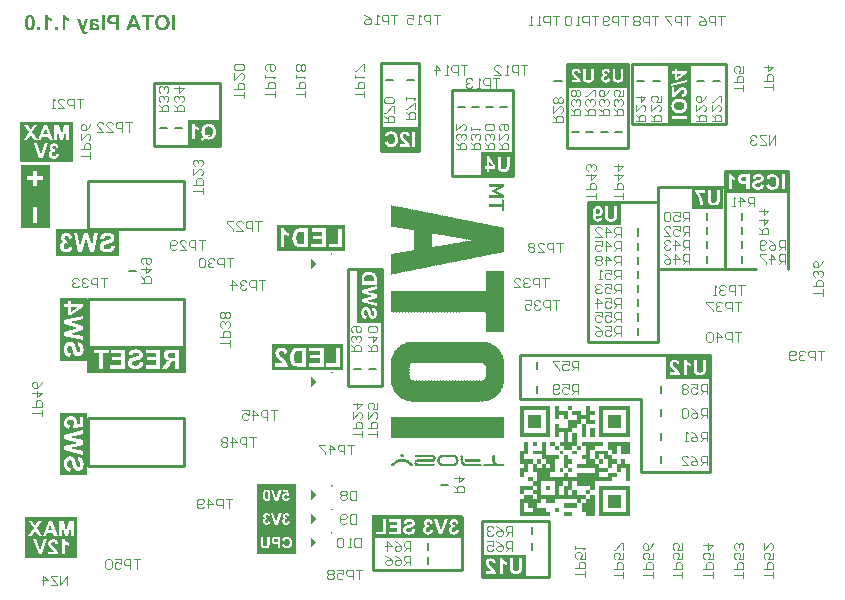
<source format=gbo>
G04 Layer_Color=65535*
%FSLAX25Y25*%
%MOIN*%
G70*
G01*
G75*
%ADD57C,0.00787*%
%ADD82C,0.00394*%
%ADD84C,0.01000*%
G36*
X92520Y35433D02*
X79528D01*
Y43307D01*
X92520D01*
Y35433D01*
D02*
G37*
G36*
X224112Y171260D02*
X216535D01*
Y190945D01*
X224112D01*
Y171260D01*
D02*
G37*
G36*
X67323Y164173D02*
X56634D01*
Y172329D01*
X67323D01*
Y164173D01*
D02*
G37*
G36*
X18110Y165605D02*
Y158268D01*
X618D01*
Y165605D01*
Y171826D01*
X18110D01*
Y165605D01*
D02*
G37*
G36*
X22942Y97074D02*
X55905D01*
Y88189D01*
X22835D01*
Y92126D01*
X14057D01*
Y113059D01*
X22942D01*
Y97074D01*
D02*
G37*
G36*
X92520Y27559D02*
X79528D01*
Y35433D01*
X92520D01*
Y27559D01*
D02*
G37*
G36*
Y43307D02*
X79528D01*
Y51181D01*
X92520D01*
Y43307D01*
D02*
G37*
G36*
X120866Y104724D02*
X112992D01*
Y122915D01*
X120866D01*
Y104724D01*
D02*
G37*
G36*
X10702Y136221D02*
X787D01*
Y157480D01*
X10702D01*
Y136221D01*
D02*
G37*
G36*
X133465Y161909D02*
X120991D01*
Y170065D01*
X133465D01*
Y161909D01*
D02*
G37*
G36*
X164961Y153543D02*
X154272D01*
Y161699D01*
X164961D01*
Y153543D01*
D02*
G37*
G36*
X203150Y183071D02*
X183071D01*
Y191227D01*
X203150D01*
Y183071D01*
D02*
G37*
G36*
X186118Y44382D02*
Y44229D01*
Y44076D01*
Y43923D01*
Y43770D01*
Y43617D01*
Y43464D01*
Y43312D01*
Y43159D01*
X181837D01*
Y43312D01*
Y43464D01*
Y43617D01*
Y43770D01*
Y43923D01*
Y44076D01*
Y44229D01*
Y44382D01*
Y44535D01*
X186118D01*
Y44382D01*
D02*
G37*
G36*
X180308Y42853D02*
Y42700D01*
Y42547D01*
Y42394D01*
Y42241D01*
Y42088D01*
Y41935D01*
Y41782D01*
Y41629D01*
X178932D01*
Y41782D01*
Y41935D01*
Y42088D01*
Y42241D01*
Y42394D01*
Y42547D01*
Y42700D01*
Y42853D01*
Y43006D01*
X180308D01*
Y42853D01*
D02*
G37*
G36*
X99361Y47293D02*
X97441Y45374D01*
X97441Y49213D01*
X99361Y47293D01*
D02*
G37*
G36*
X190552Y48816D02*
Y48663D01*
Y48510D01*
Y48357D01*
Y48204D01*
Y48051D01*
Y47899D01*
Y47746D01*
Y47593D01*
X189176D01*
Y47746D01*
Y47899D01*
Y48051D01*
Y48204D01*
Y48357D01*
Y48510D01*
Y48663D01*
Y48816D01*
Y48969D01*
X190552D01*
Y48816D01*
D02*
G37*
G36*
X171440Y50192D02*
Y50039D01*
Y49886D01*
Y49733D01*
Y49580D01*
Y49428D01*
Y49275D01*
Y49122D01*
X168535D01*
Y48969D01*
Y48816D01*
Y48663D01*
Y48510D01*
Y48357D01*
Y48204D01*
Y48051D01*
Y47899D01*
Y47746D01*
Y47593D01*
X167159D01*
Y47746D01*
Y47899D01*
Y48051D01*
Y48204D01*
Y48357D01*
Y48510D01*
Y48663D01*
Y48816D01*
Y48969D01*
Y49122D01*
Y49275D01*
Y49428D01*
Y49580D01*
Y49733D01*
Y49886D01*
Y50039D01*
Y50192D01*
Y50345D01*
X171440D01*
Y50192D01*
D02*
G37*
G36*
X203855D02*
Y50039D01*
Y49886D01*
Y49733D01*
Y49580D01*
Y49428D01*
Y49275D01*
Y49122D01*
Y48969D01*
Y48816D01*
Y48663D01*
Y48510D01*
Y48357D01*
Y48204D01*
Y48051D01*
Y47899D01*
Y47746D01*
Y47593D01*
Y47440D01*
Y47287D01*
Y47134D01*
Y46981D01*
Y46828D01*
Y46675D01*
Y46522D01*
Y46369D01*
Y46217D01*
Y46064D01*
Y45911D01*
Y45758D01*
Y45605D01*
Y45452D01*
Y45299D01*
Y45146D01*
Y44993D01*
Y44840D01*
Y44688D01*
Y44535D01*
Y44382D01*
Y44229D01*
Y44076D01*
Y43923D01*
Y43770D01*
Y43617D01*
Y43464D01*
Y43312D01*
Y43159D01*
Y43006D01*
Y42853D01*
Y42700D01*
Y42547D01*
Y42394D01*
Y42241D01*
Y42088D01*
Y41935D01*
Y41782D01*
Y41629D01*
Y41477D01*
Y41324D01*
Y41171D01*
Y41018D01*
Y40865D01*
Y40712D01*
Y40559D01*
Y40406D01*
Y40253D01*
X193611D01*
Y40406D01*
Y40559D01*
Y40712D01*
Y40865D01*
Y41018D01*
Y41171D01*
Y41324D01*
Y41477D01*
Y41629D01*
Y41782D01*
Y41935D01*
Y42088D01*
Y42241D01*
Y42394D01*
Y42547D01*
Y42700D01*
Y42853D01*
Y43006D01*
Y43159D01*
Y43312D01*
Y43464D01*
Y43617D01*
Y43770D01*
Y43923D01*
Y44076D01*
Y44229D01*
Y44382D01*
Y44535D01*
Y44688D01*
Y44840D01*
Y44993D01*
Y45146D01*
Y45299D01*
Y45452D01*
Y45605D01*
Y45758D01*
Y45911D01*
Y46064D01*
Y46217D01*
Y46369D01*
Y46522D01*
Y46675D01*
Y46828D01*
Y46981D01*
Y47134D01*
Y47287D01*
Y47440D01*
Y47593D01*
Y47746D01*
Y47899D01*
Y48051D01*
Y48204D01*
Y48357D01*
Y48510D01*
Y48663D01*
Y48816D01*
Y48969D01*
Y49122D01*
Y49275D01*
Y49428D01*
Y49580D01*
Y49733D01*
Y49886D01*
Y50039D01*
Y50192D01*
Y50345D01*
X203855D01*
Y50192D01*
D02*
G37*
G36*
X99361Y31545D02*
X97441Y29626D01*
X97441Y33465D01*
X99361Y31545D01*
D02*
G37*
G36*
X19685Y33623D02*
Y26378D01*
X2193D01*
Y33623D01*
Y39936D01*
X19685D01*
Y33623D01*
D02*
G37*
G36*
X99361Y39419D02*
X97441Y37500D01*
X97441Y41339D01*
X99361Y39419D01*
D02*
G37*
G36*
X192081Y47287D02*
Y47134D01*
Y46981D01*
Y46828D01*
Y46675D01*
Y46522D01*
Y46369D01*
Y46217D01*
Y46064D01*
Y45911D01*
Y45758D01*
Y45605D01*
Y45452D01*
Y45299D01*
Y45146D01*
Y44993D01*
Y44840D01*
Y44688D01*
Y44535D01*
Y44382D01*
Y44229D01*
Y44076D01*
Y43923D01*
Y43770D01*
Y43617D01*
Y43464D01*
Y43312D01*
Y43159D01*
Y43006D01*
Y42853D01*
Y42700D01*
Y42547D01*
Y42394D01*
Y42241D01*
Y42088D01*
Y41935D01*
Y41782D01*
Y41629D01*
Y41477D01*
Y41324D01*
Y41171D01*
Y41018D01*
Y40865D01*
Y40712D01*
Y40559D01*
Y40406D01*
Y40253D01*
X189176D01*
Y40406D01*
Y40559D01*
Y40712D01*
Y40865D01*
Y41018D01*
Y41171D01*
Y41324D01*
Y41477D01*
Y41629D01*
X187800D01*
Y41782D01*
Y41935D01*
Y42088D01*
Y42241D01*
Y42394D01*
Y42547D01*
Y42700D01*
Y42853D01*
Y43006D01*
Y43159D01*
Y43312D01*
Y43464D01*
Y43617D01*
Y43770D01*
Y43923D01*
Y44076D01*
Y44229D01*
Y44382D01*
Y44535D01*
X189176D01*
Y44688D01*
Y44840D01*
Y44993D01*
Y45146D01*
Y45299D01*
Y45452D01*
Y45605D01*
Y45758D01*
Y45911D01*
X190705D01*
Y46064D01*
Y46217D01*
Y46369D01*
Y46522D01*
Y46675D01*
Y46828D01*
Y46981D01*
Y47134D01*
Y47287D01*
Y47440D01*
X192081D01*
Y47287D01*
D02*
G37*
G36*
X184742Y41477D02*
Y41324D01*
Y41171D01*
Y41018D01*
Y40865D01*
Y40712D01*
Y40559D01*
Y40406D01*
Y40253D01*
X181837D01*
Y40406D01*
Y40559D01*
Y40712D01*
Y40865D01*
Y41018D01*
Y41171D01*
Y41324D01*
Y41477D01*
Y41629D01*
X184742D01*
Y41477D01*
D02*
G37*
G36*
X48272Y207473D02*
X48480Y207451D01*
X48573Y207435D01*
X48666Y207418D01*
X48748Y207402D01*
X48824Y207385D01*
X48895Y207364D01*
X48955Y207347D01*
X49010Y207331D01*
X49053Y207314D01*
X49086Y207298D01*
X49113Y207293D01*
X49130Y207282D01*
X49135D01*
X49266Y207222D01*
X49386Y207151D01*
X49501Y207074D01*
X49594Y206998D01*
X49676Y206932D01*
X49709Y206905D01*
X49736Y206878D01*
X49758Y206856D01*
X49774Y206839D01*
X49785Y206834D01*
X49790Y206828D01*
X49894Y206708D01*
X49987Y206594D01*
X50069Y206474D01*
X50134Y206370D01*
X50183Y206272D01*
X50205Y206233D01*
X50222Y206201D01*
X50238Y206173D01*
X50249Y206151D01*
X50254Y206140D01*
Y206135D01*
X50293Y206037D01*
X50331Y205928D01*
X50385Y205715D01*
X50429Y205496D01*
X50440Y205393D01*
X50457Y205294D01*
X50462Y205196D01*
X50473Y205114D01*
X50478Y205038D01*
Y204972D01*
X50484Y204918D01*
Y204874D01*
Y204852D01*
Y204841D01*
X50478Y204623D01*
X50457Y204415D01*
X50424Y204219D01*
X50380Y204038D01*
X50331Y203869D01*
X50276Y203716D01*
X50216Y203574D01*
X50151Y203449D01*
X50091Y203334D01*
X50031Y203236D01*
X49976Y203148D01*
X49927Y203078D01*
X49883Y203023D01*
X49850Y202985D01*
X49829Y202963D01*
X49823Y202952D01*
X49692Y202832D01*
X49556Y202728D01*
X49414Y202635D01*
X49266Y202559D01*
X49119Y202493D01*
X48966Y202439D01*
X48824Y202390D01*
X48682Y202357D01*
X48551Y202324D01*
X48431Y202308D01*
X48316Y202291D01*
X48223Y202280D01*
X48147Y202275D01*
X48087Y202269D01*
X48038D01*
X47836Y202275D01*
X47639Y202297D01*
X47459Y202335D01*
X47290Y202379D01*
X47131Y202428D01*
X46984Y202488D01*
X46853Y202548D01*
X46733Y202613D01*
X46624Y202679D01*
X46531Y202739D01*
X46449Y202799D01*
X46383Y202848D01*
X46329Y202892D01*
X46296Y202930D01*
X46269Y202952D01*
X46263Y202957D01*
X46143Y203094D01*
X46045Y203236D01*
X45952Y203389D01*
X45876Y203547D01*
X45816Y203705D01*
X45761Y203864D01*
X45717Y204022D01*
X45679Y204170D01*
X45652Y204311D01*
X45630Y204448D01*
X45619Y204563D01*
X45608Y204666D01*
X45603Y204754D01*
X45597Y204786D01*
Y204814D01*
Y204836D01*
Y204852D01*
Y204863D01*
Y204868D01*
X45603Y205092D01*
X45624Y205305D01*
X45657Y205502D01*
X45701Y205687D01*
X45750Y205857D01*
X45810Y206015D01*
X45870Y206162D01*
X45930Y206288D01*
X45996Y206408D01*
X46056Y206506D01*
X46110Y206594D01*
X46165Y206665D01*
X46209Y206719D01*
X46241Y206757D01*
X46263Y206785D01*
X46269Y206790D01*
X46400Y206910D01*
X46536Y207020D01*
X46678Y207112D01*
X46826Y207189D01*
X46979Y207260D01*
X47126Y207314D01*
X47268Y207358D01*
X47410Y207396D01*
X47541Y207424D01*
X47661Y207446D01*
X47770Y207462D01*
X47863Y207473D01*
X47940Y207478D01*
X48000Y207484D01*
X48049D01*
X48272Y207473D01*
D02*
G37*
G36*
X4008Y207413D02*
X4134Y207396D01*
X4254Y207369D01*
X4363Y207336D01*
X4467Y207298D01*
X4560Y207254D01*
X4647Y207205D01*
X4724Y207161D01*
X4789Y207112D01*
X4849Y207063D01*
X4898Y207020D01*
X4942Y206981D01*
X4975Y206949D01*
X4997Y206921D01*
X5013Y206905D01*
X5018Y206899D01*
X5106Y206774D01*
X5182Y206632D01*
X5248Y206479D01*
X5302Y206315D01*
X5351Y206146D01*
X5390Y205977D01*
X5422Y205807D01*
X5450Y205638D01*
X5466Y205480D01*
X5483Y205332D01*
X5493Y205201D01*
X5504Y205081D01*
Y205032D01*
Y204989D01*
X5510Y204950D01*
Y204912D01*
Y204890D01*
Y204868D01*
Y204857D01*
Y204852D01*
X5504Y204590D01*
X5488Y204350D01*
X5466Y204126D01*
X5439Y203924D01*
X5406Y203738D01*
X5368Y203574D01*
X5330Y203427D01*
X5286Y203296D01*
X5242Y203187D01*
X5204Y203088D01*
X5166Y203007D01*
X5133Y202941D01*
X5106Y202892D01*
X5079Y202859D01*
X5068Y202837D01*
X5062Y202832D01*
X4975Y202733D01*
X4882Y202646D01*
X4784Y202570D01*
X4685Y202504D01*
X4587Y202455D01*
X4489Y202406D01*
X4396Y202368D01*
X4303Y202340D01*
X4216Y202319D01*
X4134Y202297D01*
X4063Y202286D01*
X3997Y202280D01*
X3948Y202275D01*
X3910Y202269D01*
X3877D01*
X3746Y202275D01*
X3621Y202291D01*
X3500Y202319D01*
X3391Y202351D01*
X3288Y202390D01*
X3195Y202433D01*
X3107Y202477D01*
X3031Y202526D01*
X2965Y202575D01*
X2905Y202619D01*
X2851Y202662D01*
X2813Y202701D01*
X2780Y202733D01*
X2753Y202761D01*
X2742Y202777D01*
X2736Y202783D01*
X2649Y202908D01*
X2572Y203050D01*
X2507Y203208D01*
X2447Y203367D01*
X2403Y203536D01*
X2359Y203711D01*
X2327Y203880D01*
X2299Y204049D01*
X2283Y204208D01*
X2267Y204355D01*
X2256Y204492D01*
X2245Y204606D01*
Y204661D01*
Y204704D01*
X2239Y204743D01*
Y204781D01*
Y204803D01*
Y204825D01*
Y204836D01*
Y204841D01*
X2245Y205098D01*
X2261Y205338D01*
X2283Y205562D01*
X2316Y205764D01*
X2354Y205949D01*
X2392Y206119D01*
X2441Y206272D01*
X2485Y206403D01*
X2529Y206523D01*
X2572Y206621D01*
X2616Y206708D01*
X2654Y206774D01*
X2687Y206828D01*
X2709Y206867D01*
X2725Y206889D01*
X2731Y206894D01*
X2813Y206987D01*
X2900Y207069D01*
X2993Y207140D01*
X3086Y207200D01*
X3178Y207249D01*
X3277Y207293D01*
X3370Y207325D01*
X3457Y207353D01*
X3544Y207375D01*
X3626Y207391D01*
X3697Y207402D01*
X3757Y207413D01*
X3806D01*
X3844Y207418D01*
X3877D01*
X4008Y207413D01*
D02*
G37*
G36*
X7257Y202362D02*
X6291D01*
Y203329D01*
X7257D01*
Y202362D01*
D02*
G37*
G36*
X28775D02*
X27808D01*
Y207402D01*
X28775D01*
Y202362D01*
D02*
G37*
G36*
X13126D02*
X12160D01*
Y203329D01*
X13126D01*
Y202362D01*
D02*
G37*
G36*
X230413Y86128D02*
X216001D01*
Y93639D01*
X230413D01*
Y86128D01*
D02*
G37*
G36*
X256693Y147939D02*
X235614D01*
Y155515D01*
X256693D01*
Y147939D01*
D02*
G37*
G36*
X148031Y32978D02*
X117976D01*
Y40555D01*
X148031D01*
Y32978D01*
D02*
G37*
G36*
X235039Y142722D02*
X224498D01*
Y150217D01*
X235039D01*
Y142722D01*
D02*
G37*
G36*
X169095Y19887D02*
X154682D01*
Y27398D01*
X169095D01*
Y19887D01*
D02*
G37*
G36*
X200787Y137309D02*
X190262D01*
Y144820D01*
X200787D01*
Y137309D01*
D02*
G37*
G36*
X33465Y202362D02*
X32449D01*
Y204262D01*
X31663D01*
X31543Y204268D01*
X31434D01*
X31330Y204273D01*
X31237Y204279D01*
X31150Y204284D01*
X31068Y204290D01*
X30997Y204300D01*
X30937Y204306D01*
X30882Y204311D01*
X30833Y204317D01*
X30795Y204322D01*
X30768Y204328D01*
X30746D01*
X30735Y204333D01*
X30729D01*
X30631Y204361D01*
X30533Y204393D01*
X30446Y204432D01*
X30369Y204470D01*
X30298Y204508D01*
X30249Y204541D01*
X30216Y204563D01*
X30211Y204568D01*
X30205D01*
X30113Y204644D01*
X30025Y204726D01*
X29954Y204808D01*
X29889Y204885D01*
X29840Y204956D01*
X29807Y205016D01*
X29790Y205038D01*
X29779Y205054D01*
X29774Y205059D01*
Y205065D01*
X29719Y205190D01*
X29676Y205322D01*
X29649Y205453D01*
X29627Y205573D01*
X29621Y205633D01*
X29616Y205682D01*
X29610Y205731D01*
X29605Y205769D01*
Y205802D01*
Y205824D01*
Y205840D01*
Y205846D01*
X29610Y205955D01*
X29616Y206064D01*
X29632Y206162D01*
X29649Y206255D01*
X29670Y206343D01*
X29698Y206424D01*
X29725Y206495D01*
X29752Y206566D01*
X29779Y206627D01*
X29807Y206676D01*
X29829Y206725D01*
X29856Y206763D01*
X29872Y206790D01*
X29889Y206812D01*
X29894Y206823D01*
X29900Y206828D01*
X29954Y206899D01*
X30014Y206960D01*
X30074Y207014D01*
X30140Y207069D01*
X30260Y207156D01*
X30375Y207222D01*
X30473Y207271D01*
X30517Y207287D01*
X30555Y207304D01*
X30582Y207314D01*
X30604Y207320D01*
X30620Y207325D01*
X30626D01*
X30686Y207336D01*
X30757Y207353D01*
X30839Y207364D01*
X30932Y207369D01*
X31030Y207375D01*
X31128Y207385D01*
X31336Y207391D01*
X31434Y207396D01*
X31521D01*
X31609Y207402D01*
X33465D01*
Y202362D01*
D02*
G37*
G36*
X33465Y127049D02*
X12702D01*
Y135934D01*
X33465D01*
Y127049D01*
D02*
G37*
G36*
X15594Y207331D02*
X15633Y207249D01*
X15725Y207096D01*
X15824Y206960D01*
X15927Y206839D01*
X15977Y206785D01*
X16020Y206741D01*
X16059Y206697D01*
X16097Y206665D01*
X16124Y206637D01*
X16146Y206621D01*
X16162Y206610D01*
X16168Y206605D01*
X16331Y206485D01*
X16484Y206386D01*
X16621Y206304D01*
X16741Y206244D01*
X16796Y206217D01*
X16845Y206195D01*
X16883Y206179D01*
X16921Y206162D01*
X16949Y206151D01*
X16970Y206146D01*
X16981Y206140D01*
X16987D01*
Y205261D01*
X16856Y205311D01*
X16730Y205360D01*
X16604Y205414D01*
X16490Y205474D01*
X16381Y205535D01*
X16277Y205594D01*
X16184Y205655D01*
X16097Y205715D01*
X16015Y205769D01*
X15949Y205824D01*
X15884Y205873D01*
X15835Y205911D01*
X15796Y205944D01*
X15764Y205971D01*
X15747Y205988D01*
X15742Y205993D01*
Y202362D01*
X14775D01*
Y207418D01*
X15562D01*
X15594Y207331D01*
D02*
G37*
G36*
X22942Y53937D02*
X14057D01*
Y74809D01*
X22942D01*
Y53937D01*
D02*
G37*
G36*
X109055Y128740D02*
X86299D01*
Y137427D01*
X109055D01*
Y128740D01*
D02*
G37*
G36*
X108268Y88976D02*
X84521D01*
Y97663D01*
X108268D01*
Y88976D01*
D02*
G37*
G36*
X9725Y207331D02*
X9763Y207249D01*
X9856Y207096D01*
X9954Y206960D01*
X10058Y206839D01*
X10107Y206785D01*
X10151Y206741D01*
X10189Y206697D01*
X10227Y206665D01*
X10255Y206637D01*
X10276Y206621D01*
X10293Y206610D01*
X10298Y206605D01*
X10462Y206485D01*
X10615Y206386D01*
X10751Y206304D01*
X10871Y206244D01*
X10926Y206217D01*
X10975Y206195D01*
X11013Y206179D01*
X11052Y206162D01*
X11079Y206151D01*
X11101Y206146D01*
X11112Y206140D01*
X11117D01*
Y205261D01*
X10986Y205311D01*
X10861Y205360D01*
X10735Y205414D01*
X10620Y205474D01*
X10511Y205535D01*
X10407Y205594D01*
X10315Y205655D01*
X10227Y205715D01*
X10145Y205769D01*
X10080Y205824D01*
X10014Y205873D01*
X9965Y205911D01*
X9927Y205944D01*
X9894Y205971D01*
X9878Y205988D01*
X9872Y205993D01*
Y202362D01*
X8906D01*
Y207418D01*
X9692D01*
X9725Y207331D01*
D02*
G37*
G36*
X45155Y206550D02*
X43659D01*
Y202362D01*
X42643D01*
Y206550D01*
X41158D01*
Y207402D01*
X45155D01*
Y206550D01*
D02*
G37*
G36*
X41016Y202362D02*
X39941D01*
X39520Y203509D01*
X37505D01*
X37063Y202362D01*
X35955D01*
X37975Y207402D01*
X39056D01*
X41016Y202362D01*
D02*
G37*
G36*
X52264D02*
X51248D01*
Y207402D01*
X52264D01*
Y202362D01*
D02*
G37*
G36*
X25646Y206086D02*
X25761Y206075D01*
X25865Y206059D01*
X25963Y206037D01*
X26050Y206015D01*
X26127Y205993D01*
X26203Y205971D01*
X26263Y205944D01*
X26318Y205922D01*
X26367Y205900D01*
X26405Y205878D01*
X26432Y205862D01*
X26454Y205851D01*
X26465Y205846D01*
X26471Y205840D01*
X26536Y205791D01*
X26596Y205731D01*
X26700Y205611D01*
X26787Y205480D01*
X26858Y205349D01*
X26913Y205234D01*
X26935Y205185D01*
X26951Y205141D01*
X26962Y205103D01*
X26973Y205076D01*
X26978Y205059D01*
Y205054D01*
X26110Y204896D01*
X26078Y204983D01*
X26039Y205059D01*
X26001Y205125D01*
X25963Y205174D01*
X25930Y205212D01*
X25903Y205234D01*
X25886Y205251D01*
X25881Y205256D01*
X25821Y205289D01*
X25756Y205316D01*
X25684Y205332D01*
X25619Y205349D01*
X25564Y205354D01*
X25515Y205360D01*
X25401D01*
X25335Y205354D01*
X25280Y205349D01*
X25226Y205343D01*
X25133Y205322D01*
X25062Y205300D01*
X25013Y205278D01*
X24975Y205256D01*
X24953Y205245D01*
X24947Y205240D01*
X24898Y205190D01*
X24866Y205125D01*
X24838Y205059D01*
X24822Y204994D01*
X24811Y204934D01*
X24805Y204885D01*
Y204847D01*
Y204841D01*
Y204836D01*
Y204743D01*
X24860Y204721D01*
X24920Y204699D01*
X24991Y204677D01*
X25062Y204655D01*
X25220Y204617D01*
X25373Y204579D01*
X25450Y204563D01*
X25521Y204546D01*
X25586Y204535D01*
X25641Y204524D01*
X25684Y204513D01*
X25723Y204508D01*
X25745Y204503D01*
X25750D01*
X25843Y204486D01*
X25925Y204464D01*
X26007Y204443D01*
X26083Y204426D01*
X26149Y204404D01*
X26214Y204388D01*
X26274Y204366D01*
X26323Y204350D01*
X26367Y204333D01*
X26411Y204322D01*
X26443Y204306D01*
X26471Y204295D01*
X26493Y204284D01*
X26509Y204279D01*
X26514Y204273D01*
X26520D01*
X26613Y204224D01*
X26695Y204164D01*
X26766Y204104D01*
X26820Y204044D01*
X26869Y203989D01*
X26902Y203946D01*
X26924Y203918D01*
X26929Y203913D01*
Y203907D01*
X26978Y203815D01*
X27017Y203722D01*
X27039Y203629D01*
X27060Y203542D01*
X27071Y203465D01*
X27077Y203411D01*
Y203389D01*
Y203372D01*
Y203361D01*
Y203356D01*
X27071Y203269D01*
X27060Y203187D01*
X27049Y203110D01*
X27028Y203039D01*
X26973Y202903D01*
X26946Y202848D01*
X26913Y202794D01*
X26886Y202744D01*
X26858Y202701D01*
X26831Y202668D01*
X26804Y202635D01*
X26782Y202613D01*
X26771Y202597D01*
X26760Y202586D01*
X26755Y202581D01*
X26689Y202526D01*
X26624Y202482D01*
X26553Y202444D01*
X26476Y202406D01*
X26329Y202351D01*
X26187Y202319D01*
X26121Y202308D01*
X26061Y202297D01*
X26007Y202291D01*
X25958Y202286D01*
X25919Y202280D01*
X25865D01*
X25745Y202286D01*
X25635Y202297D01*
X25532Y202319D01*
X25444Y202340D01*
X25368Y202362D01*
X25313Y202384D01*
X25291Y202390D01*
X25275Y202395D01*
X25269Y202400D01*
X25264D01*
X25160Y202450D01*
X25062Y202510D01*
X24969Y202570D01*
X24893Y202624D01*
X24827Y202679D01*
X24778Y202723D01*
X24745Y202750D01*
X24735Y202761D01*
X24729Y202750D01*
X24724Y202733D01*
X24713Y202695D01*
X24707Y202662D01*
X24702Y202652D01*
Y202646D01*
X24680Y202581D01*
X24664Y202520D01*
X24642Y202471D01*
X24631Y202433D01*
X24620Y202400D01*
X24609Y202379D01*
X24603Y202368D01*
Y202362D01*
X23648D01*
X23692Y202455D01*
X23730Y202548D01*
X23763Y202630D01*
X23784Y202701D01*
X23801Y202761D01*
X23812Y202810D01*
X23823Y202837D01*
Y202848D01*
X23828Y202892D01*
X23839Y202946D01*
X23850Y203056D01*
X23855Y203176D01*
X23861Y203290D01*
X23866Y203394D01*
Y203438D01*
Y203482D01*
Y203514D01*
Y203536D01*
Y203553D01*
Y203558D01*
X23850Y204688D01*
Y204803D01*
X23855Y204907D01*
X23861Y204999D01*
X23872Y205087D01*
X23883Y205169D01*
X23894Y205240D01*
X23904Y205300D01*
X23915Y205354D01*
X23926Y205403D01*
X23937Y205442D01*
X23948Y205480D01*
X23959Y205507D01*
X23970Y205523D01*
X23976Y205540D01*
X23981Y205551D01*
X24036Y205633D01*
X24107Y205709D01*
X24178Y205775D01*
X24254Y205835D01*
X24319Y205878D01*
X24380Y205911D01*
X24396Y205922D01*
X24412Y205933D01*
X24423Y205939D01*
X24429D01*
X24494Y205966D01*
X24560Y205993D01*
X24713Y206031D01*
X24871Y206059D01*
X25029Y206075D01*
X25106Y206086D01*
X25171Y206091D01*
X25237D01*
X25286Y206097D01*
X25526D01*
X25646Y206086D01*
D02*
G37*
G36*
X21983Y202351D02*
X22015Y202242D01*
X22054Y202149D01*
X22097Y202062D01*
X22136Y201991D01*
X22174Y201931D01*
X22201Y201893D01*
X22223Y201865D01*
X22228Y201854D01*
X22294Y201789D01*
X22370Y201740D01*
X22458Y201701D01*
X22534Y201680D01*
X22611Y201663D01*
X22671Y201658D01*
X22692Y201652D01*
X22725D01*
X22862Y201658D01*
X22933Y201669D01*
X22993Y201680D01*
X23047Y201685D01*
X23091Y201696D01*
X23118Y201701D01*
X23129D01*
X23042Y200943D01*
X22944Y200921D01*
X22845Y200910D01*
X22758Y200899D01*
X22671Y200888D01*
X22605D01*
X22550Y200883D01*
X22501D01*
X22398Y200888D01*
X22305Y200893D01*
X22223Y200904D01*
X22152Y200915D01*
X22092Y200926D01*
X22048Y200932D01*
X22021Y200943D01*
X22010D01*
X21934Y200964D01*
X21862Y200992D01*
X21797Y201019D01*
X21742Y201046D01*
X21704Y201068D01*
X21671Y201090D01*
X21650Y201101D01*
X21644Y201106D01*
X21589Y201150D01*
X21535Y201194D01*
X21491Y201237D01*
X21453Y201281D01*
X21420Y201319D01*
X21398Y201352D01*
X21382Y201374D01*
X21377Y201379D01*
X21333Y201450D01*
X21289Y201527D01*
X21251Y201609D01*
X21213Y201685D01*
X21180Y201756D01*
X21158Y201811D01*
X21147Y201833D01*
X21142Y201849D01*
X21136Y201860D01*
Y201865D01*
X20901Y202499D01*
X19613Y206015D01*
X20612D01*
X21469Y203416D01*
X22337Y206015D01*
X23364D01*
X21983Y202351D01*
D02*
G37*
G36*
X171440Y53250D02*
Y53097D01*
Y52944D01*
Y52791D01*
Y52638D01*
Y52486D01*
Y52333D01*
Y52180D01*
Y52027D01*
X170064D01*
Y52180D01*
Y52333D01*
Y52486D01*
Y52638D01*
Y52791D01*
Y52944D01*
Y53097D01*
Y53250D01*
Y53403D01*
X171440D01*
Y53250D01*
D02*
G37*
G36*
X180308Y76797D02*
Y76644D01*
Y76491D01*
Y76338D01*
Y76185D01*
Y76032D01*
Y75879D01*
Y75726D01*
Y75574D01*
Y75421D01*
X183213D01*
Y75268D01*
Y75115D01*
Y74962D01*
Y74809D01*
Y74656D01*
Y74503D01*
Y74350D01*
Y74198D01*
Y74045D01*
Y73892D01*
Y73739D01*
Y73586D01*
Y73433D01*
Y73280D01*
Y73127D01*
Y72974D01*
Y72821D01*
Y72668D01*
X181837D01*
Y72821D01*
Y72974D01*
Y73127D01*
Y73280D01*
Y73433D01*
Y73586D01*
Y73739D01*
Y73892D01*
Y74045D01*
X180308D01*
Y73892D01*
Y73739D01*
Y73586D01*
Y73433D01*
Y73280D01*
Y73127D01*
Y72974D01*
Y72821D01*
Y72668D01*
X178932D01*
Y72821D01*
Y72974D01*
Y73127D01*
Y73280D01*
Y73433D01*
Y73586D01*
Y73739D01*
Y73892D01*
Y74045D01*
Y74198D01*
Y74350D01*
Y74503D01*
Y74656D01*
Y74809D01*
Y74962D01*
Y75115D01*
Y75268D01*
Y75421D01*
Y75574D01*
Y75726D01*
Y75879D01*
Y76032D01*
Y76185D01*
Y76338D01*
Y76491D01*
Y76644D01*
Y76797D01*
Y76950D01*
X180308D01*
Y76797D01*
D02*
G37*
G36*
X147953Y60638D02*
X148077D01*
Y60513D01*
X148202D01*
Y58641D01*
X148327D01*
Y58516D01*
X148202D01*
Y58391D01*
X148327D01*
Y58267D01*
X148452D01*
Y58017D01*
X148701D01*
Y57892D01*
X148826D01*
Y57767D01*
X154192D01*
Y57643D01*
X154317D01*
Y57518D01*
X154442D01*
Y57393D01*
X154317D01*
Y57268D01*
X154442D01*
Y57143D01*
X154317D01*
Y57019D01*
X154192D01*
Y56894D01*
X154068D01*
Y57019D01*
X153943D01*
Y56894D01*
X153818D01*
Y57019D01*
X153693D01*
Y56894D01*
X153568D01*
Y57019D01*
X153444D01*
Y56894D01*
X153319D01*
Y57019D01*
X153194D01*
Y56894D01*
X153069D01*
Y57019D01*
X152944D01*
Y56894D01*
X152820D01*
Y57019D01*
X152695D01*
Y56894D01*
X152570D01*
Y57019D01*
X152445D01*
Y56894D01*
X152320D01*
Y57019D01*
X152196D01*
Y56894D01*
X152071D01*
Y57019D01*
X151946D01*
Y56894D01*
X151821D01*
Y57019D01*
X151696D01*
Y56894D01*
X151572D01*
Y57019D01*
X151447D01*
Y56894D01*
X151322D01*
Y57019D01*
X151197D01*
Y56894D01*
X151072D01*
Y57019D01*
X150948D01*
Y56894D01*
X150823D01*
Y57019D01*
X150698D01*
Y56894D01*
X150573D01*
Y57019D01*
X150449D01*
Y56894D01*
X150324D01*
Y57019D01*
X150199D01*
Y56894D01*
X150074D01*
Y57019D01*
X149949D01*
Y56894D01*
X149825D01*
Y57019D01*
X149700D01*
Y56894D01*
X149575D01*
Y57019D01*
X149450D01*
Y56894D01*
X149325D01*
Y57019D01*
X149200D01*
Y56894D01*
X149076D01*
Y57019D01*
X148951D01*
Y56894D01*
X148826D01*
Y57019D01*
X148452D01*
Y57143D01*
X148327D01*
Y57268D01*
X148077D01*
Y57518D01*
X147953D01*
Y57393D01*
X147828D01*
Y57767D01*
X147703D01*
Y57892D01*
X147578D01*
Y58267D01*
X147453D01*
Y58391D01*
X147329D01*
Y58516D01*
X147453D01*
Y58641D01*
X147329D01*
Y58766D01*
X147453D01*
Y58891D01*
X147329D01*
Y59015D01*
X147453D01*
Y59140D01*
X147329D01*
Y59265D01*
X147453D01*
Y59390D01*
X147329D01*
Y59515D01*
X147453D01*
Y59639D01*
X147329D01*
Y59764D01*
X147453D01*
Y59889D01*
X147329D01*
Y60014D01*
X147453D01*
Y60139D01*
X147329D01*
Y60263D01*
X147453D01*
Y60388D01*
X147329D01*
Y60513D01*
X147453D01*
Y60638D01*
X147578D01*
Y60763D01*
X147703D01*
Y60638D01*
X147828D01*
Y60763D01*
X147953D01*
Y60638D01*
D02*
G37*
G36*
X161930Y66378D02*
X161805D01*
Y66503D01*
X161680D01*
Y66378D01*
X161555D01*
Y66503D01*
X161430D01*
Y66378D01*
X161305D01*
Y66503D01*
X161181D01*
Y66378D01*
X161056D01*
Y66503D01*
X160931D01*
Y66378D01*
X160806D01*
Y66503D01*
X160682D01*
Y66378D01*
X160557D01*
Y66503D01*
X160432D01*
Y66378D01*
X160307D01*
Y66503D01*
X160182D01*
Y66378D01*
X160058D01*
Y66503D01*
X159933D01*
Y66378D01*
X159808D01*
Y66503D01*
X159683D01*
Y66378D01*
X159558D01*
Y66503D01*
X159434D01*
Y66378D01*
X159309D01*
Y66503D01*
X159184D01*
Y66378D01*
X159059D01*
Y66503D01*
X158934D01*
Y66378D01*
X158810D01*
Y66503D01*
X158685D01*
Y66378D01*
X158560D01*
Y66503D01*
X158435D01*
Y66378D01*
X158310D01*
Y66503D01*
X158186D01*
Y66378D01*
X158061D01*
Y66503D01*
X157936D01*
Y66378D01*
X157811D01*
Y66503D01*
X157686D01*
Y66378D01*
X157562D01*
Y66503D01*
X157437D01*
Y66378D01*
X157312D01*
Y66503D01*
X157187D01*
Y66378D01*
X157063D01*
Y66503D01*
X156938D01*
Y66378D01*
X156813D01*
Y66503D01*
X156688D01*
Y66378D01*
X156563D01*
Y66503D01*
X156439D01*
Y66378D01*
X156314D01*
Y66503D01*
X156189D01*
Y66378D01*
X156064D01*
Y66503D01*
X155939D01*
Y66378D01*
X155815D01*
Y66503D01*
X155690D01*
Y66378D01*
X155565D01*
Y66503D01*
X155440D01*
Y66378D01*
X155315D01*
Y66503D01*
X155191D01*
Y66378D01*
X155066D01*
Y66503D01*
X154941D01*
Y66378D01*
X154816D01*
Y66503D01*
X154692D01*
Y66378D01*
X154567D01*
Y66503D01*
X154442D01*
Y66378D01*
X154317D01*
Y66503D01*
X154192D01*
Y66378D01*
X154068D01*
Y66503D01*
X153943D01*
Y66378D01*
X153818D01*
Y66503D01*
X153693D01*
Y66378D01*
X153568D01*
Y66503D01*
X153444D01*
Y66378D01*
X153319D01*
Y66503D01*
X153194D01*
Y66378D01*
X153069D01*
Y66503D01*
X152944D01*
Y66378D01*
X152820D01*
Y66503D01*
X152695D01*
Y66378D01*
X152570D01*
Y66503D01*
X152445D01*
Y66378D01*
X152320D01*
Y66503D01*
X152196D01*
Y66378D01*
X152071D01*
Y66503D01*
X151946D01*
Y66378D01*
X151821D01*
Y66503D01*
X151696D01*
Y66378D01*
X151572D01*
Y66503D01*
X151447D01*
Y66378D01*
X151322D01*
Y66503D01*
X151197D01*
Y66378D01*
X151072D01*
Y66503D01*
X150948D01*
Y66378D01*
X150823D01*
Y66503D01*
X150698D01*
Y66378D01*
X150573D01*
Y66503D01*
X150449D01*
Y66378D01*
X150324D01*
Y66503D01*
X150199D01*
Y66378D01*
X150074D01*
Y66503D01*
X149949D01*
Y66378D01*
X149825D01*
Y66503D01*
X149700D01*
Y66378D01*
X149575D01*
Y66503D01*
X149450D01*
Y66378D01*
X149325D01*
Y66503D01*
X149200D01*
Y66378D01*
X149076D01*
Y66503D01*
X148951D01*
Y66378D01*
X148826D01*
Y66503D01*
X148701D01*
Y66378D01*
X148576D01*
Y66503D01*
X148452D01*
Y66378D01*
X148327D01*
Y66503D01*
X148202D01*
Y66378D01*
X148077D01*
Y66503D01*
X147953D01*
Y66378D01*
X147828D01*
Y66503D01*
X147703D01*
Y66378D01*
X147578D01*
Y66503D01*
X147453D01*
Y66378D01*
X147329D01*
Y66503D01*
X147204D01*
Y66378D01*
X147079D01*
Y66503D01*
X146954D01*
Y66378D01*
X146829D01*
Y66503D01*
X146705D01*
Y66378D01*
X146580D01*
Y66503D01*
X146455D01*
Y66378D01*
X146330D01*
Y66503D01*
X146205D01*
Y66378D01*
X146081D01*
Y66503D01*
X145956D01*
Y66378D01*
X145831D01*
Y66503D01*
X145706D01*
Y66378D01*
X145581D01*
Y66503D01*
X145457D01*
Y66378D01*
X145332D01*
Y66503D01*
X145207D01*
Y66378D01*
X145082D01*
Y66503D01*
X144957D01*
Y66378D01*
X144833D01*
Y66503D01*
X144708D01*
Y66378D01*
X144583D01*
Y66503D01*
X144458D01*
Y66378D01*
X144334D01*
Y66503D01*
X144209D01*
Y66378D01*
X144084D01*
Y66503D01*
X143959D01*
Y66378D01*
X143834D01*
Y66503D01*
X143710D01*
Y66378D01*
X143585D01*
Y66503D01*
X143460D01*
Y66378D01*
X143335D01*
Y66503D01*
X143210D01*
Y66378D01*
X143086D01*
Y66503D01*
X142961D01*
Y66378D01*
X142836D01*
Y66503D01*
X142711D01*
Y66378D01*
X142586D01*
Y66503D01*
X142462D01*
Y66378D01*
X142337D01*
Y66503D01*
X142212D01*
Y66378D01*
X142087D01*
Y66503D01*
X141962D01*
Y66378D01*
X141838D01*
Y66503D01*
X141713D01*
Y66378D01*
X141588D01*
Y66503D01*
X141463D01*
Y66378D01*
X141339D01*
Y66503D01*
X141214D01*
Y66378D01*
X141089D01*
Y66503D01*
X140964D01*
Y66378D01*
X140839D01*
Y66503D01*
X140715D01*
Y66378D01*
X140590D01*
Y66503D01*
X140465D01*
Y66378D01*
X140340D01*
Y66503D01*
X140215D01*
Y66378D01*
X140091D01*
Y66503D01*
X139966D01*
Y66378D01*
X139841D01*
Y66503D01*
X139716D01*
Y66378D01*
X139591D01*
Y66503D01*
X139467D01*
Y66378D01*
X139342D01*
Y66503D01*
X139217D01*
Y66378D01*
X139092D01*
Y66503D01*
X138967D01*
Y66378D01*
X138843D01*
Y66503D01*
X138718D01*
Y66378D01*
X138593D01*
Y66503D01*
X138468D01*
Y66378D01*
X138343D01*
Y66503D01*
X138219D01*
Y66378D01*
X138094D01*
Y66503D01*
X137969D01*
Y66378D01*
X137844D01*
Y66503D01*
X137719D01*
Y66378D01*
X137595D01*
Y66503D01*
X137470D01*
Y66378D01*
X137345D01*
Y66503D01*
X137220D01*
Y66378D01*
X137095D01*
Y66503D01*
X136971D01*
Y66378D01*
X136846D01*
Y66503D01*
X136721D01*
Y66378D01*
X136596D01*
Y66503D01*
X136471D01*
Y66378D01*
X136347D01*
Y66503D01*
X136222D01*
Y66378D01*
X136097D01*
Y66503D01*
X135972D01*
Y66378D01*
X135847D01*
Y66503D01*
X135723D01*
Y66378D01*
X135598D01*
Y66503D01*
X135473D01*
Y66378D01*
X135348D01*
Y66503D01*
X135224D01*
Y66378D01*
X135099D01*
Y66503D01*
X134974D01*
Y66378D01*
X134849D01*
Y66503D01*
X134724D01*
Y66378D01*
X134600D01*
Y66503D01*
X134475D01*
Y66378D01*
X134350D01*
Y66503D01*
X134225D01*
Y66378D01*
X134100D01*
Y66503D01*
X133976D01*
Y66378D01*
X133851D01*
Y66503D01*
X133726D01*
Y66378D01*
X133601D01*
Y66503D01*
X133476D01*
Y66378D01*
X133352D01*
Y66503D01*
X133227D01*
Y66378D01*
X133102D01*
Y66503D01*
X132977D01*
Y66378D01*
X132852D01*
Y66503D01*
X132728D01*
Y66378D01*
X132603D01*
Y66503D01*
X132478D01*
Y66378D01*
X132353D01*
Y66503D01*
X132229D01*
Y66378D01*
X132104D01*
Y66503D01*
X131979D01*
Y66378D01*
X131854D01*
Y66503D01*
X131729D01*
Y66378D01*
X131605D01*
Y66503D01*
X131480D01*
Y66378D01*
X131355D01*
Y66503D01*
X131230D01*
Y66378D01*
X131105D01*
Y66503D01*
X130981D01*
Y66378D01*
X130856D01*
Y66503D01*
X130731D01*
Y66378D01*
X130606D01*
Y66503D01*
X130481D01*
Y66378D01*
X130357D01*
Y66503D01*
X130232D01*
Y66378D01*
X130107D01*
Y66503D01*
X129982D01*
Y66378D01*
X129857D01*
Y66503D01*
X129733D01*
Y66378D01*
X129608D01*
Y66503D01*
X129483D01*
Y66378D01*
X129358D01*
Y66503D01*
X129233D01*
Y66378D01*
X129109D01*
Y66503D01*
X128984D01*
Y66378D01*
X128859D01*
Y66503D01*
X128734D01*
Y66378D01*
X128610D01*
Y66503D01*
X128485D01*
Y66378D01*
X128360D01*
Y66503D01*
X128235D01*
Y66378D01*
X128110D01*
Y66503D01*
X127986D01*
Y66378D01*
X127861D01*
Y66503D01*
X127736D01*
Y66378D01*
X127611D01*
Y66503D01*
X127486D01*
Y66378D01*
X127362D01*
Y66503D01*
X127237D01*
Y66378D01*
X127112D01*
Y66503D01*
X126987D01*
Y66378D01*
X126862D01*
Y66503D01*
X126738D01*
Y66378D01*
X126613D01*
Y66503D01*
X126488D01*
Y66378D01*
X126363D01*
Y66503D01*
X126238D01*
Y66378D01*
X126114D01*
Y66503D01*
X125989D01*
Y66378D01*
X125864D01*
Y66503D01*
X125739D01*
Y66378D01*
X125614D01*
Y66503D01*
X125490D01*
Y66378D01*
X125365D01*
Y66503D01*
X125240D01*
Y66378D01*
X125115D01*
Y66503D01*
X124990D01*
Y66378D01*
X124866D01*
Y66503D01*
X124741D01*
Y66378D01*
X124616D01*
Y66503D01*
X124491D01*
Y66378D01*
X124366D01*
Y66503D01*
X124242D01*
Y73367D01*
X124366D01*
Y73492D01*
X124491D01*
Y73367D01*
X124616D01*
Y73492D01*
X124741D01*
Y73367D01*
X124866D01*
Y73492D01*
X124990D01*
Y73367D01*
X125115D01*
Y73492D01*
X125240D01*
Y73367D01*
X125365D01*
Y73492D01*
X125490D01*
Y73367D01*
X125614D01*
Y73492D01*
X125739D01*
Y73367D01*
X125864D01*
Y73492D01*
X125989D01*
Y73367D01*
X126114D01*
Y73492D01*
X126238D01*
Y73367D01*
X126363D01*
Y73492D01*
X126488D01*
Y73367D01*
X126613D01*
Y73492D01*
X126738D01*
Y73367D01*
X126862D01*
Y73492D01*
X126987D01*
Y73367D01*
X127112D01*
Y73492D01*
X127237D01*
Y73367D01*
X127362D01*
Y73492D01*
X127486D01*
Y73367D01*
X127611D01*
Y73492D01*
X127736D01*
Y73367D01*
X127861D01*
Y73492D01*
X127986D01*
Y73367D01*
X128110D01*
Y73492D01*
X128235D01*
Y73367D01*
X128360D01*
Y73492D01*
X128485D01*
Y73367D01*
X128610D01*
Y73492D01*
X128734D01*
Y73367D01*
X128859D01*
Y73492D01*
X128984D01*
Y73367D01*
X129109D01*
Y73492D01*
X129233D01*
Y73367D01*
X129358D01*
Y73492D01*
X129483D01*
Y73367D01*
X129608D01*
Y73492D01*
X129733D01*
Y73367D01*
X129857D01*
Y73492D01*
X129982D01*
Y73367D01*
X130107D01*
Y73492D01*
X130232D01*
Y73367D01*
X130357D01*
Y73492D01*
X130481D01*
Y73367D01*
X130606D01*
Y73492D01*
X130731D01*
Y73367D01*
X130856D01*
Y73492D01*
X130981D01*
Y73367D01*
X131105D01*
Y73492D01*
X131230D01*
Y73367D01*
X131355D01*
Y73492D01*
X131480D01*
Y73367D01*
X131605D01*
Y73492D01*
X131729D01*
Y73367D01*
X131854D01*
Y73492D01*
X131979D01*
Y73367D01*
X132104D01*
Y73492D01*
X132229D01*
Y73367D01*
X132353D01*
Y73492D01*
X132478D01*
Y73367D01*
X132603D01*
Y73492D01*
X132728D01*
Y73367D01*
X132852D01*
Y73492D01*
X132977D01*
Y73367D01*
X133102D01*
Y73492D01*
X133227D01*
Y73367D01*
X133352D01*
Y73492D01*
X133476D01*
Y73367D01*
X133601D01*
Y73492D01*
X133726D01*
Y73367D01*
X133851D01*
Y73492D01*
X133976D01*
Y73367D01*
X134100D01*
Y73492D01*
X134225D01*
Y73367D01*
X134350D01*
Y73492D01*
X134475D01*
Y73367D01*
X134600D01*
Y73492D01*
X134724D01*
Y73367D01*
X134849D01*
Y73492D01*
X134974D01*
Y73367D01*
X135099D01*
Y73492D01*
X135224D01*
Y73367D01*
X135348D01*
Y73492D01*
X135473D01*
Y73367D01*
X135598D01*
Y73492D01*
X135723D01*
Y73367D01*
X135847D01*
Y73492D01*
X135972D01*
Y73367D01*
X136097D01*
Y73492D01*
X136222D01*
Y73367D01*
X136347D01*
Y73492D01*
X136471D01*
Y73367D01*
X136596D01*
Y73492D01*
X136721D01*
Y73367D01*
X136846D01*
Y73492D01*
X136971D01*
Y73367D01*
X137095D01*
Y73492D01*
X137220D01*
Y73367D01*
X137345D01*
Y73492D01*
X137470D01*
Y73367D01*
X137595D01*
Y73492D01*
X137719D01*
Y73367D01*
X137844D01*
Y73492D01*
X137969D01*
Y73367D01*
X138094D01*
Y73492D01*
X138219D01*
Y73367D01*
X138343D01*
Y73492D01*
X138468D01*
Y73367D01*
X138593D01*
Y73492D01*
X138718D01*
Y73367D01*
X138843D01*
Y73492D01*
X138967D01*
Y73367D01*
X139092D01*
Y73492D01*
X139217D01*
Y73367D01*
X139342D01*
Y73492D01*
X139467D01*
Y73367D01*
X139591D01*
Y73492D01*
X139716D01*
Y73367D01*
X139841D01*
Y73492D01*
X139966D01*
Y73367D01*
X140091D01*
Y73492D01*
X140215D01*
Y73367D01*
X140340D01*
Y73492D01*
X140465D01*
Y73367D01*
X140590D01*
Y73492D01*
X140715D01*
Y73367D01*
X140839D01*
Y73492D01*
X140964D01*
Y73367D01*
X141089D01*
Y73492D01*
X141214D01*
Y73367D01*
X141339D01*
Y73492D01*
X141463D01*
Y73367D01*
X141588D01*
Y73492D01*
X141713D01*
Y73367D01*
X141838D01*
Y73492D01*
X141962D01*
Y73367D01*
X142087D01*
Y73492D01*
X142212D01*
Y73367D01*
X142337D01*
Y73492D01*
X142462D01*
Y73367D01*
X142586D01*
Y73492D01*
X142711D01*
Y73367D01*
X142836D01*
Y73492D01*
X142961D01*
Y73367D01*
X143086D01*
Y73492D01*
X143210D01*
Y73367D01*
X143335D01*
Y73492D01*
X143460D01*
Y73367D01*
X143585D01*
Y73492D01*
X143710D01*
Y73367D01*
X143834D01*
Y73492D01*
X143959D01*
Y73367D01*
X144084D01*
Y73492D01*
X144209D01*
Y73367D01*
X144334D01*
Y73492D01*
X144458D01*
Y73367D01*
X144583D01*
Y73492D01*
X144708D01*
Y73367D01*
X144833D01*
Y73492D01*
X144957D01*
Y73367D01*
X145082D01*
Y73492D01*
X145207D01*
Y73367D01*
X145332D01*
Y73492D01*
X145457D01*
Y73367D01*
X145581D01*
Y73492D01*
X145706D01*
Y73367D01*
X145831D01*
Y73492D01*
X145956D01*
Y73367D01*
X146081D01*
Y73492D01*
X146205D01*
Y73367D01*
X146330D01*
Y73492D01*
X146455D01*
Y73367D01*
X146580D01*
Y73492D01*
X146705D01*
Y73367D01*
X146829D01*
Y73492D01*
X146954D01*
Y73367D01*
X147079D01*
Y73492D01*
X147204D01*
Y73367D01*
X147329D01*
Y73492D01*
X147453D01*
Y73367D01*
X147578D01*
Y73492D01*
X147703D01*
Y73367D01*
X147828D01*
Y73492D01*
X147953D01*
Y73367D01*
X148077D01*
Y73492D01*
X148202D01*
Y73367D01*
X148327D01*
Y73492D01*
X148452D01*
Y73367D01*
X148576D01*
Y73492D01*
X148701D01*
Y73367D01*
X148826D01*
Y73492D01*
X148951D01*
Y73367D01*
X149076D01*
Y73492D01*
X149200D01*
Y73367D01*
X149325D01*
Y73492D01*
X149450D01*
Y73367D01*
X149575D01*
Y73492D01*
X149700D01*
Y73367D01*
X149825D01*
Y73492D01*
X149949D01*
Y73367D01*
X150074D01*
Y73492D01*
X150199D01*
Y73367D01*
X150324D01*
Y73492D01*
X150449D01*
Y73367D01*
X150573D01*
Y73492D01*
X150698D01*
Y73367D01*
X150823D01*
Y73492D01*
X150948D01*
Y73367D01*
X151072D01*
Y73492D01*
X151197D01*
Y73367D01*
X151322D01*
Y73492D01*
X151447D01*
Y73367D01*
X151572D01*
Y73492D01*
X151696D01*
Y73367D01*
X151821D01*
Y73492D01*
X151946D01*
Y73367D01*
X152071D01*
Y73492D01*
X152196D01*
Y73367D01*
X152320D01*
Y73492D01*
X152445D01*
Y73367D01*
X152570D01*
Y73492D01*
X152695D01*
Y73367D01*
X152820D01*
Y73492D01*
X152944D01*
Y73367D01*
X153069D01*
Y73492D01*
X153194D01*
Y73367D01*
X153319D01*
Y73492D01*
X153444D01*
Y73367D01*
X153568D01*
Y73492D01*
X153693D01*
Y73367D01*
X153818D01*
Y73492D01*
X153943D01*
Y73367D01*
X154068D01*
Y73492D01*
X154192D01*
Y73367D01*
X154317D01*
Y73492D01*
X154442D01*
Y73367D01*
X154567D01*
Y73492D01*
X154692D01*
Y73367D01*
X154816D01*
Y73492D01*
X154941D01*
Y73367D01*
X155066D01*
Y73492D01*
X155191D01*
Y73367D01*
X155315D01*
Y73492D01*
X155440D01*
Y73367D01*
X155565D01*
Y73492D01*
X155690D01*
Y73367D01*
X155815D01*
Y73492D01*
X155939D01*
Y73367D01*
X156064D01*
Y73492D01*
X156189D01*
Y73367D01*
X156314D01*
Y73492D01*
X156439D01*
Y73367D01*
X156563D01*
Y73492D01*
X156688D01*
Y73367D01*
X156813D01*
Y73492D01*
X156938D01*
Y73367D01*
X157063D01*
Y73492D01*
X157187D01*
Y73367D01*
X157312D01*
Y73492D01*
X157437D01*
Y73367D01*
X157562D01*
Y73492D01*
X157686D01*
Y73367D01*
X157811D01*
Y73492D01*
X157936D01*
Y73367D01*
X158061D01*
Y73492D01*
X158186D01*
Y73367D01*
X158310D01*
Y73492D01*
X158435D01*
Y73367D01*
X158560D01*
Y73492D01*
X158685D01*
Y73367D01*
X158810D01*
Y73492D01*
X158934D01*
Y73367D01*
X159059D01*
Y73492D01*
X159184D01*
Y73367D01*
X159309D01*
Y73492D01*
X159434D01*
Y73367D01*
X159558D01*
Y73492D01*
X159683D01*
Y73367D01*
X159808D01*
Y73492D01*
X159933D01*
Y73367D01*
X160058D01*
Y73492D01*
X160182D01*
Y73367D01*
X160307D01*
Y73492D01*
X160432D01*
Y73367D01*
X160557D01*
Y73492D01*
X160682D01*
Y73367D01*
X160806D01*
Y73492D01*
X160931D01*
Y73367D01*
X161056D01*
Y73492D01*
X161181D01*
Y73367D01*
X161305D01*
Y73492D01*
X161430D01*
Y73367D01*
X161555D01*
Y73492D01*
X161680D01*
Y73367D01*
X161805D01*
Y73492D01*
X161930D01*
Y66378D01*
D02*
G37*
G36*
X186118Y61965D02*
Y61813D01*
Y61660D01*
Y61507D01*
Y61354D01*
Y61201D01*
Y61048D01*
Y60895D01*
X184742D01*
Y61048D01*
Y61201D01*
Y61354D01*
Y61507D01*
Y61660D01*
Y61813D01*
Y61965D01*
Y62118D01*
X186118D01*
Y61965D01*
D02*
G37*
G36*
X153943Y59140D02*
X154068D01*
Y59015D01*
X154192D01*
Y58641D01*
X154068D01*
Y58516D01*
X153943D01*
Y58391D01*
X153818D01*
Y58516D01*
X153693D01*
Y58391D01*
X153568D01*
Y58516D01*
X153444D01*
Y58391D01*
X153319D01*
Y58516D01*
X153194D01*
Y58391D01*
X153069D01*
Y58516D01*
X152944D01*
Y58391D01*
X152820D01*
Y58516D01*
X152695D01*
Y58391D01*
X152570D01*
Y58516D01*
X152445D01*
Y58391D01*
X152320D01*
Y58516D01*
X152196D01*
Y58391D01*
X152071D01*
Y58516D01*
X151946D01*
Y58391D01*
X151821D01*
Y58516D01*
X151696D01*
Y58391D01*
X151572D01*
Y58516D01*
X151447D01*
Y58391D01*
X151322D01*
Y58516D01*
X151197D01*
Y58391D01*
X151072D01*
Y58516D01*
X150948D01*
Y58391D01*
X150823D01*
Y58516D01*
X150698D01*
Y58391D01*
X150573D01*
Y58516D01*
X150449D01*
Y58391D01*
X150324D01*
Y58516D01*
X150199D01*
Y58391D01*
X150074D01*
Y58516D01*
X149949D01*
Y58391D01*
X149825D01*
Y58516D01*
X149700D01*
Y58391D01*
X149575D01*
Y58516D01*
X149450D01*
Y58391D01*
X149325D01*
Y58516D01*
X149200D01*
Y58391D01*
X149076D01*
Y58516D01*
X148951D01*
Y58641D01*
X148826D01*
Y59015D01*
X148951D01*
Y59140D01*
X149076D01*
Y59265D01*
X153943D01*
Y59140D01*
D02*
G37*
G36*
X161805Y121912D02*
X161930D01*
Y101570D01*
X155815D01*
Y108184D01*
X155690D01*
Y108309D01*
X155565D01*
Y108184D01*
X155440D01*
Y108309D01*
X155066D01*
Y108184D01*
X154941D01*
Y108309D01*
X154567D01*
Y108184D01*
X154442D01*
Y108309D01*
X154068D01*
Y108184D01*
X153943D01*
Y108309D01*
X153568D01*
Y108184D01*
X153444D01*
Y108309D01*
X153069D01*
Y108184D01*
X152944D01*
Y108309D01*
X152570D01*
Y108184D01*
X152445D01*
Y108309D01*
X152071D01*
Y108184D01*
X151946D01*
Y108309D01*
X151572D01*
Y108184D01*
X151447D01*
Y108309D01*
X151072D01*
Y108184D01*
X150948D01*
Y108309D01*
X150573D01*
Y108184D01*
X150449D01*
Y108309D01*
X150074D01*
Y108184D01*
X149949D01*
Y108309D01*
X149575D01*
Y108184D01*
X149450D01*
Y108309D01*
X149076D01*
Y108184D01*
X148951D01*
Y108309D01*
X148576D01*
Y108184D01*
X148452D01*
Y108309D01*
X148077D01*
Y108184D01*
X147953D01*
Y108309D01*
X147578D01*
Y108184D01*
X147453D01*
Y108309D01*
X147079D01*
Y108184D01*
X146954D01*
Y108309D01*
X146580D01*
Y108184D01*
X146455D01*
Y108309D01*
X146081D01*
Y108184D01*
X145956D01*
Y108309D01*
X145581D01*
Y108184D01*
X145457D01*
Y108309D01*
X145082D01*
Y108184D01*
X144957D01*
Y108309D01*
X144583D01*
Y108184D01*
X144458D01*
Y108309D01*
X144084D01*
Y108184D01*
X143959D01*
Y108309D01*
X143585D01*
Y108184D01*
X143460D01*
Y108309D01*
X143086D01*
Y108184D01*
X142961D01*
Y108309D01*
X142586D01*
Y108184D01*
X142462D01*
Y108309D01*
X142087D01*
Y108184D01*
X141962D01*
Y108309D01*
X141588D01*
Y108184D01*
X141463D01*
Y108309D01*
X141089D01*
Y108184D01*
X140964D01*
Y108309D01*
X140590D01*
Y108184D01*
X140465D01*
Y108309D01*
X140091D01*
Y108184D01*
X139966D01*
Y108309D01*
X139591D01*
Y108184D01*
X139467D01*
Y108309D01*
X139092D01*
Y108184D01*
X138967D01*
Y108309D01*
X138593D01*
Y108184D01*
X138468D01*
Y108309D01*
X138094D01*
Y108184D01*
X137969D01*
Y108309D01*
X137595D01*
Y108184D01*
X137470D01*
Y108309D01*
X137095D01*
Y108184D01*
X136971D01*
Y108309D01*
X136596D01*
Y108184D01*
X136471D01*
Y108309D01*
X136097D01*
Y108184D01*
X135972D01*
Y108309D01*
X135598D01*
Y108184D01*
X135473D01*
Y108309D01*
X135099D01*
Y108184D01*
X134974D01*
Y108309D01*
X134600D01*
Y108184D01*
X134475D01*
Y108309D01*
X134100D01*
Y108184D01*
X133976D01*
Y108309D01*
X133601D01*
Y108184D01*
X133476D01*
Y108309D01*
X133102D01*
Y108184D01*
X132977D01*
Y108309D01*
X132603D01*
Y108184D01*
X132478D01*
Y108309D01*
X132104D01*
Y108184D01*
X131979D01*
Y108309D01*
X131605D01*
Y108184D01*
X131480D01*
Y108309D01*
X131105D01*
Y108184D01*
X130981D01*
Y108309D01*
X130606D01*
Y108184D01*
X130481D01*
Y108309D01*
X130107D01*
Y108184D01*
X129982D01*
Y108309D01*
X129608D01*
Y108184D01*
X129483D01*
Y108309D01*
X129109D01*
Y108184D01*
X128984D01*
Y108309D01*
X128610D01*
Y108184D01*
X128485D01*
Y108309D01*
X128110D01*
Y108184D01*
X127986D01*
Y108309D01*
X127611D01*
Y108184D01*
X127486D01*
Y108309D01*
X127112D01*
Y108184D01*
X126987D01*
Y108309D01*
X126613D01*
Y108184D01*
X126488D01*
Y108309D01*
X126114D01*
Y108184D01*
X125989D01*
Y108309D01*
X125614D01*
Y108184D01*
X125490D01*
Y108309D01*
X125115D01*
Y108184D01*
X124990D01*
Y108309D01*
X124616D01*
Y108184D01*
X124491D01*
Y108309D01*
X124242D01*
Y115298D01*
X155815D01*
Y122037D01*
X156064D01*
Y121912D01*
X156189D01*
Y122037D01*
X156563D01*
Y121912D01*
X156688D01*
Y122037D01*
X157063D01*
Y121912D01*
X157187D01*
Y122037D01*
X157562D01*
Y121912D01*
X157686D01*
Y122037D01*
X158061D01*
Y121912D01*
X158186D01*
Y122037D01*
X158560D01*
Y121912D01*
X158685D01*
Y122037D01*
X159059D01*
Y121912D01*
X159184D01*
Y122037D01*
X159558D01*
Y121912D01*
X159683D01*
Y122037D01*
X160058D01*
Y121912D01*
X160182D01*
Y122037D01*
X160557D01*
Y121912D01*
X160682D01*
Y122037D01*
X161056D01*
Y121912D01*
X161181D01*
Y122037D01*
X161555D01*
Y121912D01*
X161680D01*
Y122037D01*
X161805D01*
Y121912D01*
D02*
G37*
G36*
X138468Y60638D02*
X138593D01*
Y60513D01*
X138718D01*
Y60388D01*
X138843D01*
Y60263D01*
X138967D01*
Y59889D01*
X139092D01*
Y59265D01*
X138967D01*
Y58891D01*
X138843D01*
Y58766D01*
X138718D01*
Y58641D01*
X138468D01*
Y58516D01*
X138219D01*
Y58391D01*
X138094D01*
Y58516D01*
X137969D01*
Y58391D01*
X137844D01*
Y58516D01*
X137719D01*
Y58391D01*
X137595D01*
Y58516D01*
X137470D01*
Y58391D01*
X137345D01*
Y58516D01*
X137220D01*
Y58391D01*
X137095D01*
Y58516D01*
X136971D01*
Y58391D01*
X136846D01*
Y58516D01*
X136721D01*
Y58391D01*
X136596D01*
Y58516D01*
X136471D01*
Y58391D01*
X136347D01*
Y58516D01*
X136222D01*
Y58391D01*
X136097D01*
Y58516D01*
X135972D01*
Y58391D01*
X135847D01*
Y58516D01*
X135723D01*
Y58391D01*
X135598D01*
Y58516D01*
X135473D01*
Y58391D01*
X135348D01*
Y58516D01*
X135224D01*
Y58391D01*
X135099D01*
Y58516D01*
X134974D01*
Y58391D01*
X134849D01*
Y58516D01*
X134724D01*
Y58391D01*
X134600D01*
Y58516D01*
X134475D01*
Y58391D01*
X134350D01*
Y58516D01*
X134225D01*
Y58391D01*
X134100D01*
Y58516D01*
X133976D01*
Y58391D01*
X133851D01*
Y58516D01*
X133726D01*
Y58391D01*
X133601D01*
Y58516D01*
X133476D01*
Y58391D01*
X133352D01*
Y58516D01*
X133227D01*
Y58391D01*
X133102D01*
Y58516D01*
X132977D01*
Y58391D01*
X132852D01*
Y58267D01*
X132728D01*
Y58142D01*
X132852D01*
Y58017D01*
X132977D01*
Y57892D01*
X133102D01*
Y57767D01*
X138718D01*
Y57643D01*
X138843D01*
Y57268D01*
X138718D01*
Y57019D01*
X138468D01*
Y56894D01*
X138343D01*
Y57019D01*
X138219D01*
Y56894D01*
X138094D01*
Y57019D01*
X137969D01*
Y56894D01*
X137844D01*
Y57019D01*
X137719D01*
Y56894D01*
X137595D01*
Y57019D01*
X137470D01*
Y56894D01*
X137345D01*
Y57019D01*
X137220D01*
Y56894D01*
X137095D01*
Y57019D01*
X136971D01*
Y56894D01*
X136846D01*
Y57019D01*
X136721D01*
Y56894D01*
X136596D01*
Y57019D01*
X136471D01*
Y56894D01*
X136347D01*
Y57019D01*
X136222D01*
Y56894D01*
X136097D01*
Y57019D01*
X135972D01*
Y56894D01*
X135847D01*
Y57019D01*
X135723D01*
Y56894D01*
X135598D01*
Y57019D01*
X135473D01*
Y56894D01*
X135348D01*
Y57019D01*
X135224D01*
Y56894D01*
X135099D01*
Y57019D01*
X134974D01*
Y56894D01*
X134849D01*
Y57019D01*
X134724D01*
Y56894D01*
X134600D01*
Y57019D01*
X134475D01*
Y56894D01*
X134350D01*
Y57019D01*
X134225D01*
Y56894D01*
X134100D01*
Y57019D01*
X133976D01*
Y56894D01*
X133851D01*
Y57019D01*
X133726D01*
Y56894D01*
X133601D01*
Y57019D01*
X133476D01*
Y56894D01*
X133352D01*
Y57019D01*
X133227D01*
Y56894D01*
X133102D01*
Y57019D01*
X132977D01*
Y56894D01*
X132852D01*
Y57019D01*
X132728D01*
Y57143D01*
X132353D01*
Y57393D01*
X132229D01*
Y57518D01*
X132104D01*
Y57767D01*
X131979D01*
Y57892D01*
X132104D01*
Y58017D01*
X131979D01*
Y58142D01*
X132104D01*
Y58267D01*
X131979D01*
Y58391D01*
X132104D01*
Y58766D01*
X132229D01*
Y58891D01*
X132353D01*
Y59015D01*
X132478D01*
Y59140D01*
X132852D01*
Y59265D01*
X138219D01*
Y59390D01*
X138343D01*
Y59764D01*
X138219D01*
Y59889D01*
X137595D01*
Y60014D01*
X137470D01*
Y59889D01*
X137095D01*
Y60014D01*
X136971D01*
Y59889D01*
X136596D01*
Y60014D01*
X136471D01*
Y59889D01*
X136097D01*
Y60014D01*
X135972D01*
Y59889D01*
X135598D01*
Y60014D01*
X135473D01*
Y59889D01*
X135099D01*
Y60014D01*
X134974D01*
Y59889D01*
X134600D01*
Y60014D01*
X134475D01*
Y59889D01*
X134350D01*
Y60014D01*
X134225D01*
Y59889D01*
X134100D01*
Y60014D01*
X133976D01*
Y59889D01*
X133851D01*
Y60014D01*
X133726D01*
Y59889D01*
X133601D01*
Y60014D01*
X133476D01*
Y59889D01*
X133352D01*
Y60014D01*
X133227D01*
Y59889D01*
X133102D01*
Y60014D01*
X132977D01*
Y59889D01*
X132852D01*
Y60014D01*
X132728D01*
Y59889D01*
X132603D01*
Y60014D01*
X132478D01*
Y59889D01*
X132353D01*
Y60263D01*
X132229D01*
Y60388D01*
X132353D01*
Y60638D01*
X132603D01*
Y60763D01*
X132728D01*
Y60638D01*
X132852D01*
Y60763D01*
X133227D01*
Y60638D01*
X133352D01*
Y60763D01*
X133726D01*
Y60638D01*
X133851D01*
Y60763D01*
X134225D01*
Y60638D01*
X134350D01*
Y60763D01*
X134724D01*
Y60638D01*
X134849D01*
Y60763D01*
X135224D01*
Y60638D01*
X135348D01*
Y60763D01*
X135723D01*
Y60638D01*
X135847D01*
Y60763D01*
X136222D01*
Y60638D01*
X136347D01*
Y60763D01*
X136721D01*
Y60638D01*
X136846D01*
Y60763D01*
X137220D01*
Y60638D01*
X137345D01*
Y60763D01*
X137719D01*
Y60638D01*
X137844D01*
Y60763D01*
X138219D01*
Y60638D01*
X138343D01*
Y60763D01*
X138468D01*
Y60638D01*
D02*
G37*
G36*
X178779Y65023D02*
Y64871D01*
Y64718D01*
Y64565D01*
Y64412D01*
Y64259D01*
Y64106D01*
Y63953D01*
Y63800D01*
X177403D01*
Y63953D01*
Y64106D01*
Y64259D01*
Y64412D01*
Y64565D01*
Y64718D01*
Y64871D01*
Y65023D01*
Y65176D01*
X178779D01*
Y65023D01*
D02*
G37*
G36*
X203855D02*
Y64871D01*
Y64718D01*
Y64565D01*
Y64412D01*
Y64259D01*
Y64106D01*
Y63953D01*
Y63800D01*
Y63647D01*
Y63494D01*
Y63341D01*
Y63189D01*
Y63036D01*
Y62883D01*
Y62730D01*
Y62577D01*
Y62424D01*
Y62271D01*
Y62118D01*
Y61965D01*
Y61813D01*
Y61660D01*
Y61507D01*
Y61354D01*
Y61201D01*
Y61048D01*
Y60895D01*
X200950D01*
Y61048D01*
Y61201D01*
Y61354D01*
Y61507D01*
Y61660D01*
Y61813D01*
Y61965D01*
Y62118D01*
Y62271D01*
Y62424D01*
Y62577D01*
Y62730D01*
Y62883D01*
Y63036D01*
Y63189D01*
Y63341D01*
Y63494D01*
Y63647D01*
Y63800D01*
X199421D01*
Y63647D01*
Y63494D01*
Y63341D01*
Y63189D01*
Y63036D01*
Y62883D01*
Y62730D01*
Y62577D01*
Y62424D01*
Y62271D01*
Y62118D01*
Y61965D01*
Y61813D01*
Y61660D01*
Y61507D01*
Y61354D01*
Y61201D01*
Y61048D01*
Y60895D01*
X198045D01*
Y61048D01*
Y61201D01*
Y61354D01*
Y61507D01*
Y61660D01*
Y61813D01*
Y61965D01*
Y62118D01*
Y62271D01*
X196669D01*
Y62424D01*
Y62577D01*
Y62730D01*
Y62883D01*
Y63036D01*
Y63189D01*
Y63341D01*
Y63494D01*
Y63647D01*
Y63800D01*
Y63953D01*
Y64106D01*
Y64259D01*
Y64412D01*
Y64565D01*
Y64718D01*
Y64871D01*
Y65023D01*
Y65176D01*
X203855D01*
Y65023D01*
D02*
G37*
G36*
X128485Y59390D02*
X128859D01*
Y59265D01*
X129233D01*
Y59140D01*
X129608D01*
Y59015D01*
X129733D01*
Y58891D01*
X129857D01*
Y59015D01*
X129982D01*
Y58891D01*
X130107D01*
Y58766D01*
X130232D01*
Y58641D01*
X130357D01*
Y58516D01*
X130481D01*
Y58391D01*
X130731D01*
Y58267D01*
X130981D01*
Y58017D01*
X131230D01*
Y57892D01*
X131355D01*
Y57767D01*
X131480D01*
Y57643D01*
X131605D01*
Y57019D01*
X131480D01*
Y56894D01*
X131355D01*
Y57019D01*
X131230D01*
Y56894D01*
X131105D01*
Y57019D01*
X130981D01*
Y56894D01*
X130856D01*
Y57143D01*
X130606D01*
Y57268D01*
X130481D01*
Y57393D01*
X130357D01*
Y57518D01*
X130232D01*
Y57643D01*
X130107D01*
Y57767D01*
X129982D01*
Y57892D01*
X129857D01*
Y58017D01*
X129608D01*
Y58142D01*
X129358D01*
Y58267D01*
X129109D01*
Y58391D01*
X128859D01*
Y58516D01*
X128734D01*
Y58391D01*
X128610D01*
Y58516D01*
X128485D01*
Y58391D01*
X128360D01*
Y58516D01*
X127486D01*
Y58391D01*
X127362D01*
Y58516D01*
X127237D01*
Y58391D01*
X127112D01*
Y58516D01*
X126987D01*
Y58391D01*
X126862D01*
Y58267D01*
X126738D01*
Y58142D01*
X126613D01*
Y58267D01*
X126488D01*
Y58142D01*
X126363D01*
Y58017D01*
X126238D01*
Y57892D01*
X126114D01*
Y58017D01*
X125989D01*
Y57767D01*
X125739D01*
Y57643D01*
X125614D01*
Y57518D01*
X125490D01*
Y57393D01*
X125365D01*
Y57268D01*
X125240D01*
Y57143D01*
X124990D01*
Y56894D01*
X124866D01*
Y57019D01*
X124741D01*
Y56894D01*
X124616D01*
Y57019D01*
X124491D01*
Y56894D01*
X124366D01*
Y57268D01*
X124242D01*
Y57643D01*
X124366D01*
Y57767D01*
X124491D01*
Y57892D01*
X124616D01*
Y58017D01*
X124866D01*
Y58142D01*
X125115D01*
Y58267D01*
X125240D01*
Y58391D01*
X125365D01*
Y58516D01*
X125490D01*
Y58641D01*
X125614D01*
Y58766D01*
X125864D01*
Y59015D01*
X125989D01*
Y58891D01*
X126114D01*
Y59015D01*
X126238D01*
Y59140D01*
X126613D01*
Y59265D01*
X126987D01*
Y59390D01*
X127362D01*
Y59515D01*
X127486D01*
Y59390D01*
X127611D01*
Y59515D01*
X127736D01*
Y59390D01*
X127861D01*
Y59515D01*
X127986D01*
Y59390D01*
X128110D01*
Y59515D01*
X128235D01*
Y59390D01*
X128360D01*
Y59515D01*
X128485D01*
Y59390D01*
D02*
G37*
G36*
X128235Y60887D02*
X128360D01*
Y60763D01*
X128485D01*
Y60139D01*
X128360D01*
Y60014D01*
X128235D01*
Y59889D01*
X128110D01*
Y60014D01*
X127986D01*
Y59889D01*
X127861D01*
Y60014D01*
X127611D01*
Y60139D01*
X127486D01*
Y60388D01*
X127362D01*
Y60763D01*
X127486D01*
Y60887D01*
X127611D01*
Y61012D01*
X128235D01*
Y60887D01*
D02*
G37*
G36*
X99361Y85089D02*
X97441Y83169D01*
X97441Y87008D01*
X99361Y85089D01*
D02*
G37*
G36*
X189176Y70834D02*
Y70681D01*
Y70528D01*
Y70375D01*
Y70222D01*
Y70069D01*
Y69916D01*
Y69763D01*
Y69610D01*
Y69458D01*
Y69305D01*
Y69152D01*
Y68999D01*
Y68846D01*
Y68693D01*
Y68540D01*
Y68387D01*
Y68234D01*
Y68081D01*
Y67928D01*
Y67776D01*
Y67623D01*
Y67470D01*
Y67317D01*
Y67164D01*
Y67011D01*
Y66858D01*
Y66705D01*
X187800D01*
Y66858D01*
Y67011D01*
Y67164D01*
Y67317D01*
Y67470D01*
Y67623D01*
Y67776D01*
Y67928D01*
Y68081D01*
Y68234D01*
Y68387D01*
Y68540D01*
Y68693D01*
Y68846D01*
Y68999D01*
Y69152D01*
Y69305D01*
Y69458D01*
Y69610D01*
Y69763D01*
Y69916D01*
Y70069D01*
Y70222D01*
Y70375D01*
Y70528D01*
Y70681D01*
Y70834D01*
Y70986D01*
X189176D01*
Y70834D01*
D02*
G37*
G36*
X99361Y124459D02*
X97441Y122539D01*
X97441Y126378D01*
X99361Y124459D01*
D02*
G37*
G36*
X184742Y76797D02*
Y76644D01*
Y76491D01*
Y76338D01*
Y76185D01*
Y76032D01*
Y75879D01*
Y75726D01*
Y75574D01*
X183366D01*
Y75726D01*
Y75879D01*
Y76032D01*
Y76185D01*
Y76338D01*
Y76491D01*
Y76644D01*
Y76797D01*
Y76950D01*
X184742D01*
Y76797D01*
D02*
G37*
G36*
X177250D02*
Y76644D01*
Y76491D01*
Y76338D01*
Y76185D01*
Y76032D01*
Y75879D01*
Y75726D01*
Y75574D01*
Y75421D01*
Y75268D01*
Y75115D01*
Y74962D01*
Y74809D01*
Y74656D01*
Y74503D01*
Y74350D01*
Y74198D01*
Y74045D01*
Y73892D01*
Y73739D01*
Y73586D01*
Y73433D01*
Y73280D01*
Y73127D01*
Y72974D01*
Y72821D01*
Y72668D01*
Y72516D01*
Y72363D01*
Y72210D01*
Y72057D01*
Y71904D01*
Y71751D01*
Y71598D01*
Y71445D01*
Y71292D01*
Y71139D01*
Y70986D01*
Y70834D01*
Y70681D01*
Y70528D01*
Y70375D01*
Y70222D01*
Y70069D01*
Y69916D01*
Y69763D01*
Y69610D01*
Y69458D01*
Y69305D01*
Y69152D01*
Y68999D01*
Y68846D01*
Y68693D01*
Y68540D01*
Y68387D01*
Y68234D01*
Y68081D01*
Y67928D01*
Y67776D01*
Y67623D01*
Y67470D01*
Y67317D01*
Y67164D01*
Y67011D01*
Y66858D01*
Y66705D01*
X167159D01*
Y66858D01*
Y67011D01*
Y67164D01*
Y67317D01*
Y67470D01*
Y67623D01*
Y67776D01*
Y67928D01*
Y68081D01*
Y68234D01*
Y68387D01*
Y68540D01*
Y68693D01*
Y68846D01*
Y68999D01*
Y69152D01*
Y69305D01*
Y69458D01*
Y69610D01*
Y69763D01*
Y69916D01*
Y70069D01*
Y70222D01*
Y70375D01*
Y70528D01*
Y70681D01*
Y70834D01*
Y70986D01*
Y71139D01*
Y71292D01*
Y71445D01*
Y71598D01*
Y71751D01*
Y71904D01*
Y72057D01*
Y72210D01*
Y72363D01*
Y72516D01*
Y72668D01*
Y72821D01*
Y72974D01*
Y73127D01*
Y73280D01*
Y73433D01*
Y73586D01*
Y73739D01*
Y73892D01*
Y74045D01*
Y74198D01*
Y74350D01*
Y74503D01*
Y74656D01*
Y74809D01*
Y74962D01*
Y75115D01*
Y75268D01*
Y75421D01*
Y75574D01*
Y75726D01*
Y75879D01*
Y76032D01*
Y76185D01*
Y76338D01*
Y76491D01*
Y76644D01*
Y76797D01*
Y76950D01*
X177250D01*
Y76797D01*
D02*
G37*
G36*
X190552D02*
Y76644D01*
Y76491D01*
Y76338D01*
Y76185D01*
Y76032D01*
Y75879D01*
Y75726D01*
Y75574D01*
Y75421D01*
X192081D01*
Y75268D01*
Y75115D01*
Y74962D01*
Y74809D01*
Y74656D01*
Y74503D01*
Y74350D01*
Y74198D01*
Y74045D01*
X190552D01*
Y73892D01*
Y73739D01*
Y73586D01*
Y73433D01*
Y73280D01*
Y73127D01*
Y72974D01*
Y72821D01*
Y72668D01*
Y72516D01*
X192081D01*
Y72363D01*
Y72210D01*
Y72057D01*
Y71904D01*
Y71751D01*
Y71598D01*
Y71445D01*
Y71292D01*
Y71139D01*
X189176D01*
Y71292D01*
Y71445D01*
Y71598D01*
Y71751D01*
Y71904D01*
Y72057D01*
Y72210D01*
Y72363D01*
Y72516D01*
Y72668D01*
X187647D01*
Y72516D01*
Y72363D01*
Y72210D01*
Y72057D01*
Y71904D01*
Y71751D01*
Y71598D01*
Y71445D01*
Y71292D01*
Y71139D01*
X186118D01*
Y70986D01*
Y70834D01*
Y70681D01*
Y70528D01*
Y70375D01*
Y70222D01*
Y70069D01*
Y69916D01*
Y69763D01*
Y69610D01*
X184742D01*
Y69458D01*
Y69305D01*
Y69152D01*
Y68999D01*
Y68846D01*
Y68693D01*
Y68540D01*
Y68387D01*
Y68234D01*
X183213D01*
Y68081D01*
Y67928D01*
Y67776D01*
Y67623D01*
Y67470D01*
Y67317D01*
Y67164D01*
Y67011D01*
Y66858D01*
Y66705D01*
Y66552D01*
Y66400D01*
Y66247D01*
Y66094D01*
Y65941D01*
Y65788D01*
Y65635D01*
Y65482D01*
Y65329D01*
Y65176D01*
X184742D01*
Y65329D01*
Y65482D01*
Y65635D01*
Y65788D01*
Y65941D01*
Y66094D01*
Y66247D01*
Y66400D01*
Y66552D01*
Y66705D01*
Y66858D01*
Y67011D01*
Y67164D01*
Y67317D01*
Y67470D01*
Y67623D01*
Y67776D01*
Y67928D01*
Y68081D01*
X186118D01*
Y67928D01*
Y67776D01*
Y67623D01*
Y67470D01*
Y67317D01*
Y67164D01*
Y67011D01*
Y66858D01*
Y66705D01*
Y66552D01*
Y66400D01*
Y66247D01*
Y66094D01*
Y65941D01*
Y65788D01*
Y65635D01*
Y65482D01*
Y65329D01*
Y65176D01*
Y65023D01*
Y64871D01*
Y64718D01*
Y64565D01*
Y64412D01*
Y64259D01*
Y64106D01*
Y63953D01*
Y63800D01*
X184742D01*
Y63647D01*
Y63494D01*
Y63341D01*
Y63189D01*
Y63036D01*
Y62883D01*
Y62730D01*
Y62577D01*
Y62424D01*
Y62271D01*
X181837D01*
Y62424D01*
Y62577D01*
Y62730D01*
Y62883D01*
Y63036D01*
Y63189D01*
Y63341D01*
Y63494D01*
Y63647D01*
Y63800D01*
X180461D01*
Y63953D01*
Y64106D01*
Y64259D01*
Y64412D01*
Y64565D01*
Y64718D01*
Y64871D01*
Y65023D01*
Y65176D01*
X181837D01*
Y65329D01*
Y65482D01*
Y65635D01*
Y65788D01*
Y65941D01*
Y66094D01*
Y66247D01*
Y66400D01*
Y66552D01*
Y66705D01*
Y66858D01*
Y67011D01*
Y67164D01*
Y67317D01*
Y67470D01*
Y67623D01*
Y67776D01*
Y67928D01*
Y68081D01*
Y68234D01*
X180308D01*
Y68081D01*
Y67928D01*
Y67776D01*
Y67623D01*
Y67470D01*
Y67317D01*
Y67164D01*
Y67011D01*
Y66858D01*
Y66705D01*
X178932D01*
Y66858D01*
Y67011D01*
Y67164D01*
Y67317D01*
Y67470D01*
Y67623D01*
Y67776D01*
Y67928D01*
Y68081D01*
Y68234D01*
Y68387D01*
Y68540D01*
Y68693D01*
Y68846D01*
Y68999D01*
Y69152D01*
Y69305D01*
Y69458D01*
Y69610D01*
Y69763D01*
Y69916D01*
Y70069D01*
Y70222D01*
Y70375D01*
Y70528D01*
Y70681D01*
Y70834D01*
Y70986D01*
X180308D01*
Y70834D01*
Y70681D01*
Y70528D01*
Y70375D01*
Y70222D01*
Y70069D01*
Y69916D01*
Y69763D01*
Y69610D01*
X183366D01*
Y69763D01*
Y69916D01*
Y70069D01*
Y70222D01*
Y70375D01*
Y70528D01*
Y70681D01*
Y70834D01*
Y70986D01*
Y71139D01*
Y71292D01*
Y71445D01*
Y71598D01*
Y71751D01*
Y71904D01*
Y72057D01*
Y72210D01*
Y72363D01*
Y72516D01*
X186271D01*
Y72668D01*
Y72821D01*
Y72974D01*
Y73127D01*
Y73280D01*
Y73433D01*
Y73586D01*
Y73739D01*
Y73892D01*
Y74045D01*
X184742D01*
Y74198D01*
Y74350D01*
Y74503D01*
Y74656D01*
Y74809D01*
Y74962D01*
Y75115D01*
Y75268D01*
Y75421D01*
X187647D01*
Y75268D01*
Y75115D01*
Y74962D01*
Y74809D01*
Y74656D01*
Y74503D01*
Y74350D01*
Y74198D01*
Y74045D01*
X189176D01*
Y74198D01*
Y74350D01*
Y74503D01*
Y74656D01*
Y74809D01*
Y74962D01*
Y75115D01*
Y75268D01*
Y75421D01*
Y75574D01*
Y75726D01*
Y75879D01*
Y76032D01*
Y76185D01*
Y76338D01*
Y76491D01*
Y76644D01*
Y76797D01*
Y76950D01*
X190552D01*
Y76797D01*
D02*
G37*
G36*
X181684Y61965D02*
Y61813D01*
Y61660D01*
Y61507D01*
Y61354D01*
Y61201D01*
Y61048D01*
Y60895D01*
X180461D01*
Y61048D01*
Y61201D01*
Y61354D01*
Y61507D01*
Y61660D01*
Y61813D01*
Y61965D01*
Y62118D01*
X181684D01*
Y61965D01*
D02*
G37*
G36*
X124366Y143876D02*
X124741D01*
Y143751D01*
X124866D01*
Y143876D01*
X124990D01*
Y143751D01*
X125614D01*
Y143626D01*
X125989D01*
Y143501D01*
X126114D01*
Y143626D01*
X126238D01*
Y143501D01*
X126363D01*
Y143626D01*
X126488D01*
Y143501D01*
X126862D01*
Y143376D01*
X127486D01*
Y143252D01*
X128110D01*
Y143127D01*
X128485D01*
Y143002D01*
X128610D01*
Y143127D01*
X128734D01*
Y143002D01*
X128859D01*
Y143127D01*
X128984D01*
Y143002D01*
X129358D01*
Y142877D01*
X129982D01*
Y142752D01*
X130606D01*
Y142628D01*
X130981D01*
Y142503D01*
X131105D01*
Y142628D01*
X131230D01*
Y142503D01*
X131355D01*
Y142628D01*
X131480D01*
Y142503D01*
X131854D01*
Y142378D01*
X132478D01*
Y142253D01*
X133102D01*
Y142128D01*
X133476D01*
Y142004D01*
X133601D01*
Y142128D01*
X133726D01*
Y142004D01*
X133851D01*
Y142128D01*
X133976D01*
Y142004D01*
X134350D01*
Y141879D01*
X134974D01*
Y141754D01*
X135598D01*
Y141629D01*
X135972D01*
Y141504D01*
X136097D01*
Y141629D01*
X136222D01*
Y141504D01*
X136347D01*
Y141629D01*
X136471D01*
Y141504D01*
X136846D01*
Y141380D01*
X137470D01*
Y141255D01*
X138094D01*
Y141130D01*
X138468D01*
Y141005D01*
X138593D01*
Y141130D01*
X138718D01*
Y141005D01*
X138843D01*
Y141130D01*
X138967D01*
Y141005D01*
X139342D01*
Y140880D01*
X139966D01*
Y140756D01*
X140590D01*
Y140631D01*
X140964D01*
Y140506D01*
X141089D01*
Y140631D01*
X141214D01*
Y140506D01*
X141339D01*
Y140631D01*
X141463D01*
Y140506D01*
X141838D01*
Y140381D01*
X142462D01*
Y140257D01*
X143086D01*
Y140132D01*
X143460D01*
Y140007D01*
X143585D01*
Y140132D01*
X143710D01*
Y140007D01*
X143834D01*
Y140132D01*
X143959D01*
Y140007D01*
X144334D01*
Y139882D01*
X144957D01*
Y139757D01*
X145581D01*
Y139632D01*
X145956D01*
Y139508D01*
X146081D01*
Y139632D01*
X146205D01*
Y139508D01*
X146330D01*
Y139632D01*
X146455D01*
Y139508D01*
X146829D01*
Y139383D01*
X147453D01*
Y139258D01*
X148077D01*
Y139133D01*
X148452D01*
Y139008D01*
X148576D01*
Y139133D01*
X148701D01*
Y139008D01*
X148826D01*
Y139133D01*
X148951D01*
Y139008D01*
X149325D01*
Y138884D01*
X149949D01*
Y138759D01*
X150573D01*
Y138634D01*
X150948D01*
Y138509D01*
X151072D01*
Y138634D01*
X151197D01*
Y138509D01*
X151322D01*
Y138634D01*
X151447D01*
Y138509D01*
X151821D01*
Y138384D01*
X152445D01*
Y138260D01*
X153069D01*
Y138135D01*
X153444D01*
Y138010D01*
X153568D01*
Y138135D01*
X153693D01*
Y138010D01*
X153818D01*
Y138135D01*
X153943D01*
Y138010D01*
X154317D01*
Y137885D01*
X154941D01*
Y137761D01*
X155565D01*
Y137636D01*
X155939D01*
Y137511D01*
X156064D01*
Y137636D01*
X156189D01*
Y137511D01*
X156314D01*
Y137636D01*
X156439D01*
Y137511D01*
X156813D01*
Y137386D01*
X157437D01*
Y137261D01*
X158061D01*
Y137137D01*
X158435D01*
Y137012D01*
X158560D01*
Y137137D01*
X158685D01*
Y137012D01*
X158810D01*
Y137137D01*
X158934D01*
Y137012D01*
X159309D01*
Y136887D01*
X159933D01*
Y136762D01*
X160557D01*
Y136637D01*
X160931D01*
Y136513D01*
X161056D01*
Y136637D01*
X161181D01*
Y136513D01*
X161305D01*
Y136637D01*
X161430D01*
Y136513D01*
X161805D01*
Y136388D01*
X161930D01*
Y128276D01*
X161805D01*
Y128401D01*
X161680D01*
Y128276D01*
X161305D01*
Y128151D01*
X160682D01*
Y128027D01*
X160557D01*
Y128151D01*
X160432D01*
Y128027D01*
X159933D01*
Y127902D01*
X159434D01*
Y127777D01*
X159309D01*
Y127902D01*
X159184D01*
Y127777D01*
X158810D01*
Y127652D01*
X158186D01*
Y127527D01*
X158061D01*
Y127652D01*
X157936D01*
Y127527D01*
X157437D01*
Y127403D01*
X156938D01*
Y127278D01*
X156813D01*
Y127403D01*
X156688D01*
Y127278D01*
X156314D01*
Y127153D01*
X156189D01*
Y127278D01*
X156064D01*
Y127153D01*
X155690D01*
Y127028D01*
X155565D01*
Y127153D01*
X155440D01*
Y127028D01*
X154941D01*
Y126903D01*
X154442D01*
Y126779D01*
X154317D01*
Y126903D01*
X154192D01*
Y126779D01*
X153818D01*
Y126654D01*
X153194D01*
Y126529D01*
X153069D01*
Y126654D01*
X152944D01*
Y126529D01*
X152445D01*
Y126404D01*
X151946D01*
Y126279D01*
X151821D01*
Y126404D01*
X151696D01*
Y126279D01*
X151322D01*
Y126155D01*
X150698D01*
Y126030D01*
X150573D01*
Y126155D01*
X150449D01*
Y126030D01*
X149949D01*
Y125905D01*
X149450D01*
Y125780D01*
X149325D01*
Y125905D01*
X149200D01*
Y125780D01*
X149076D01*
Y125905D01*
X148951D01*
Y125780D01*
X148576D01*
Y125655D01*
X148202D01*
Y125531D01*
X148077D01*
Y125655D01*
X147953D01*
Y125531D01*
X147453D01*
Y125406D01*
X146954D01*
Y125281D01*
X146829D01*
Y125406D01*
X146705D01*
Y125281D01*
X146580D01*
Y125406D01*
X146455D01*
Y125281D01*
X146081D01*
Y125156D01*
X145706D01*
Y125032D01*
X145581D01*
Y125156D01*
X145457D01*
Y125032D01*
X144957D01*
Y124907D01*
X144458D01*
Y124782D01*
X144334D01*
Y124907D01*
X144209D01*
Y124782D01*
X144084D01*
Y124907D01*
X143959D01*
Y124782D01*
X143585D01*
Y124657D01*
X143210D01*
Y124532D01*
X143086D01*
Y124657D01*
X142961D01*
Y124532D01*
X142462D01*
Y124408D01*
X141962D01*
Y124283D01*
X141838D01*
Y124408D01*
X141713D01*
Y124283D01*
X141588D01*
Y124408D01*
X141463D01*
Y124283D01*
X141089D01*
Y124158D01*
X140715D01*
Y124033D01*
X140590D01*
Y124158D01*
X140465D01*
Y124033D01*
X139966D01*
Y123908D01*
X139467D01*
Y123784D01*
X139342D01*
Y123908D01*
X139217D01*
Y123784D01*
X139092D01*
Y123908D01*
X138967D01*
Y123784D01*
X138593D01*
Y123659D01*
X138219D01*
Y123534D01*
X138094D01*
Y123659D01*
X137969D01*
Y123534D01*
X137470D01*
Y123409D01*
X136971D01*
Y123284D01*
X136846D01*
Y123409D01*
X136721D01*
Y123284D01*
X136347D01*
Y123160D01*
X136222D01*
Y123284D01*
X136097D01*
Y123160D01*
X135723D01*
Y123035D01*
X135598D01*
Y123160D01*
X135473D01*
Y123035D01*
X134974D01*
Y122910D01*
X134475D01*
Y122785D01*
X134350D01*
Y122910D01*
X134225D01*
Y122785D01*
X133851D01*
Y122661D01*
X133227D01*
Y122536D01*
X133102D01*
Y122661D01*
X132977D01*
Y122536D01*
X132478D01*
Y122411D01*
X131979D01*
Y122286D01*
X131854D01*
Y122411D01*
X131729D01*
Y122286D01*
X131355D01*
Y122161D01*
X130731D01*
Y122037D01*
X130606D01*
Y122161D01*
X130481D01*
Y122037D01*
X129982D01*
Y121912D01*
X129483D01*
Y121787D01*
X129358D01*
Y121912D01*
X129233D01*
Y121787D01*
X129109D01*
Y121912D01*
X128984D01*
Y121787D01*
X128610D01*
Y121662D01*
X128235D01*
Y121537D01*
X128110D01*
Y121662D01*
X127986D01*
Y121537D01*
X127486D01*
Y121413D01*
X126987D01*
Y121288D01*
X126862D01*
Y121413D01*
X126738D01*
Y121288D01*
X126363D01*
Y121163D01*
X125739D01*
Y121038D01*
X125614D01*
Y121163D01*
X125490D01*
Y121038D01*
X124990D01*
Y120913D01*
X124491D01*
Y120789D01*
X124366D01*
Y120913D01*
X124242D01*
Y127777D01*
X124866D01*
Y127902D01*
X124990D01*
Y127777D01*
X125115D01*
Y127902D01*
X125739D01*
Y128027D01*
X126363D01*
Y128151D01*
X126488D01*
Y128027D01*
X126613D01*
Y128151D01*
X127237D01*
Y128276D01*
X127861D01*
Y128401D01*
X127986D01*
Y128276D01*
X128110D01*
Y128401D01*
X128734D01*
Y128526D01*
X129109D01*
Y128651D01*
X129233D01*
Y128526D01*
X129358D01*
Y128651D01*
X129483D01*
Y128526D01*
X129608D01*
Y128651D01*
X129982D01*
Y128775D01*
X130107D01*
Y128651D01*
X130232D01*
Y128775D01*
X130606D01*
Y128900D01*
X130731D01*
Y128775D01*
X130856D01*
Y128900D01*
X130981D01*
Y128775D01*
X131105D01*
Y128900D01*
X131729D01*
Y129025D01*
X131854D01*
Y135639D01*
X131729D01*
Y135514D01*
X131605D01*
Y135639D01*
X130981D01*
Y135764D01*
X130606D01*
Y135889D01*
X130481D01*
Y135764D01*
X130357D01*
Y135889D01*
X130232D01*
Y135764D01*
X130107D01*
Y135889D01*
X129733D01*
Y136013D01*
X129109D01*
Y136138D01*
X128984D01*
Y136013D01*
X128859D01*
Y136138D01*
X128734D01*
Y136013D01*
X128610D01*
Y136138D01*
X128235D01*
Y136263D01*
X127611D01*
Y136388D01*
X127486D01*
Y136263D01*
X127362D01*
Y136388D01*
X126738D01*
Y136513D01*
X126114D01*
Y136637D01*
X125989D01*
Y136513D01*
X125864D01*
Y136637D01*
X125739D01*
Y136513D01*
X125614D01*
Y136637D01*
X125240D01*
Y136762D01*
X124616D01*
Y136887D01*
X124491D01*
Y136762D01*
X124366D01*
Y136887D01*
X124242D01*
Y144000D01*
X124366D01*
Y143876D01*
D02*
G37*
G36*
X155440Y98326D02*
X156064D01*
Y98201D01*
X156439D01*
Y98076D01*
X156563D01*
Y98201D01*
X156688D01*
Y98076D01*
X156938D01*
Y97951D01*
X157187D01*
Y97826D01*
X157312D01*
Y97951D01*
X157437D01*
Y97826D01*
X157562D01*
Y97702D01*
X157936D01*
Y97577D01*
X158061D01*
Y97452D01*
X158435D01*
Y97327D01*
X158560D01*
Y97202D01*
X158685D01*
Y97078D01*
X158934D01*
Y96953D01*
X159184D01*
Y96828D01*
X159309D01*
Y96703D01*
X159434D01*
Y96579D01*
X159558D01*
Y96454D01*
X159683D01*
Y96329D01*
X159808D01*
Y96204D01*
X159933D01*
Y96079D01*
X160058D01*
Y95955D01*
X160182D01*
Y95830D01*
X160307D01*
Y95705D01*
X160432D01*
Y95331D01*
X160682D01*
Y95081D01*
X160806D01*
Y94956D01*
X160931D01*
Y94582D01*
X161056D01*
Y94457D01*
X161181D01*
Y94083D01*
X161305D01*
Y93958D01*
X161430D01*
Y93334D01*
X161555D01*
Y93209D01*
X161680D01*
Y93084D01*
X161555D01*
Y92959D01*
X161680D01*
Y92585D01*
X161805D01*
Y92460D01*
X161680D01*
Y92335D01*
X161805D01*
Y91961D01*
X161930D01*
Y91836D01*
X161805D01*
Y91711D01*
X161930D01*
Y85347D01*
X161805D01*
Y85222D01*
X161930D01*
Y85097D01*
X161805D01*
Y84973D01*
X161930D01*
Y84848D01*
X161805D01*
Y84723D01*
X161680D01*
Y84598D01*
X161805D01*
Y84473D01*
X161680D01*
Y83850D01*
X161555D01*
Y83725D01*
X161680D01*
Y83600D01*
X161555D01*
Y83475D01*
X161430D01*
Y83101D01*
X161305D01*
Y82726D01*
X161181D01*
Y82601D01*
X161056D01*
Y82227D01*
X160931D01*
Y82102D01*
X160806D01*
Y81978D01*
X160931D01*
Y81853D01*
X160682D01*
Y81603D01*
X160557D01*
Y81478D01*
X160432D01*
Y81354D01*
X160307D01*
Y81229D01*
X160182D01*
Y80979D01*
X159933D01*
Y80605D01*
X159683D01*
Y80480D01*
X159434D01*
Y80230D01*
X159184D01*
Y80106D01*
X159059D01*
Y79981D01*
X158934D01*
Y79856D01*
X158810D01*
Y79731D01*
X158685D01*
Y79606D01*
X158560D01*
Y79731D01*
X158435D01*
Y79606D01*
X158310D01*
Y79482D01*
X158186D01*
Y79357D01*
X158061D01*
Y79482D01*
X157936D01*
Y79357D01*
X157811D01*
Y79232D01*
X157686D01*
Y79107D01*
X157312D01*
Y78983D01*
X156938D01*
Y78858D01*
X156563D01*
Y78733D01*
X156189D01*
Y78608D01*
X156064D01*
Y78733D01*
X155939D01*
Y78608D01*
X155815D01*
Y78733D01*
X155690D01*
Y78608D01*
X155315D01*
Y78483D01*
X155191D01*
Y78608D01*
X155066D01*
Y78483D01*
X154692D01*
Y78608D01*
X154567D01*
Y78483D01*
X154192D01*
Y78608D01*
X154068D01*
Y78483D01*
X153693D01*
Y78608D01*
X153568D01*
Y78483D01*
X133227D01*
Y78608D01*
X133102D01*
Y78483D01*
X132728D01*
Y78608D01*
X132603D01*
Y78483D01*
X132229D01*
Y78608D01*
X132104D01*
Y78483D01*
X131729D01*
Y78608D01*
X131605D01*
Y78483D01*
X131230D01*
Y78608D01*
X131105D01*
Y78483D01*
X130981D01*
Y78608D01*
X130357D01*
Y78733D01*
X130232D01*
Y78608D01*
X130107D01*
Y78733D01*
X129733D01*
Y78858D01*
X129358D01*
Y78983D01*
X129233D01*
Y78858D01*
X129109D01*
Y78983D01*
X128859D01*
Y79107D01*
X128610D01*
Y79232D01*
X128235D01*
Y79357D01*
X128110D01*
Y79482D01*
X127986D01*
Y79357D01*
X127861D01*
Y79482D01*
X127736D01*
Y79606D01*
X127611D01*
Y79731D01*
X127486D01*
Y79856D01*
X127112D01*
Y79981D01*
X126987D01*
Y80106D01*
X126862D01*
Y80230D01*
X126738D01*
Y80355D01*
X126613D01*
Y80480D01*
X126488D01*
Y80605D01*
X126363D01*
Y80730D01*
X126238D01*
Y80854D01*
X126114D01*
Y80979D01*
X125989D01*
Y81104D01*
X125864D01*
Y81229D01*
X125739D01*
Y81354D01*
X125614D01*
Y81728D01*
X125490D01*
Y81853D01*
X125365D01*
Y81978D01*
X125240D01*
Y82102D01*
X125115D01*
Y82477D01*
X124990D01*
Y82601D01*
X124866D01*
Y82976D01*
X124741D01*
Y83101D01*
X124866D01*
Y83226D01*
X124741D01*
Y83350D01*
X124616D01*
Y83725D01*
X124491D01*
Y83850D01*
X124616D01*
Y83974D01*
X124491D01*
Y84099D01*
X124366D01*
Y84224D01*
X124491D01*
Y84349D01*
X124366D01*
Y84973D01*
X124242D01*
Y85097D01*
X124366D01*
Y85222D01*
X124242D01*
Y85347D01*
X124366D01*
Y85472D01*
X124242D01*
Y85597D01*
X124366D01*
Y85721D01*
X124242D01*
Y85846D01*
X124366D01*
Y85971D01*
X124242D01*
Y86096D01*
X124366D01*
Y86221D01*
X124242D01*
Y86345D01*
X124366D01*
Y86470D01*
X124242D01*
Y86595D01*
X124366D01*
Y86720D01*
X124242D01*
Y86844D01*
X124366D01*
Y86969D01*
X124242D01*
Y87094D01*
X124366D01*
Y87219D01*
X124242D01*
Y87344D01*
X124366D01*
Y87468D01*
X124242D01*
Y87593D01*
X124366D01*
Y87718D01*
X124242D01*
Y87843D01*
X124366D01*
Y87968D01*
X124242D01*
Y88092D01*
X124366D01*
Y88217D01*
X124242D01*
Y88342D01*
X124366D01*
Y88467D01*
X124242D01*
Y88592D01*
X124366D01*
Y88716D01*
X124242D01*
Y88841D01*
X124366D01*
Y88966D01*
X124242D01*
Y89091D01*
X124366D01*
Y89216D01*
X124242D01*
Y89340D01*
X124366D01*
Y89465D01*
X124242D01*
Y89590D01*
X124366D01*
Y89715D01*
X124242D01*
Y89840D01*
X124366D01*
Y89964D01*
X124242D01*
Y90089D01*
X124366D01*
Y90214D01*
X124242D01*
Y90339D01*
X124366D01*
Y90464D01*
X124242D01*
Y90588D01*
X124366D01*
Y90713D01*
X124242D01*
Y90838D01*
X124366D01*
Y90963D01*
X124242D01*
Y91088D01*
X124366D01*
Y91212D01*
X124242D01*
Y91337D01*
X124366D01*
Y91462D01*
X124242D01*
Y91587D01*
X124366D01*
Y91711D01*
X124242D01*
Y91836D01*
X124366D01*
Y91961D01*
X124242D01*
Y92086D01*
X124366D01*
Y92710D01*
X124491D01*
Y92835D01*
X124366D01*
Y92959D01*
X124491D01*
Y93084D01*
X124616D01*
Y93459D01*
X124741D01*
Y93583D01*
X124616D01*
Y93708D01*
X124741D01*
Y93833D01*
X124866D01*
Y94207D01*
X124990D01*
Y94332D01*
X125115D01*
Y94707D01*
X125240D01*
Y94831D01*
X125365D01*
Y95206D01*
X125490D01*
Y95331D01*
X125614D01*
Y95455D01*
X125739D01*
Y95580D01*
X125864D01*
Y95955D01*
X125989D01*
Y95830D01*
X126114D01*
Y96204D01*
X126363D01*
Y96454D01*
X126613D01*
Y96703D01*
X126862D01*
Y96953D01*
X126987D01*
Y96828D01*
X127112D01*
Y96953D01*
X127237D01*
Y97078D01*
X127362D01*
Y97202D01*
X127611D01*
Y97327D01*
X127861D01*
Y97452D01*
X127986D01*
Y97577D01*
X128110D01*
Y97702D01*
X128235D01*
Y97577D01*
X128360D01*
Y97702D01*
X128485D01*
Y97826D01*
X128859D01*
Y97951D01*
X129233D01*
Y98076D01*
X129358D01*
Y98201D01*
X129483D01*
Y98076D01*
X129608D01*
Y98201D01*
X129982D01*
Y98326D01*
X130856D01*
Y98450D01*
X130981D01*
Y98326D01*
X131105D01*
Y98450D01*
X131230D01*
Y98326D01*
X131355D01*
Y98450D01*
X131480D01*
Y98326D01*
X131605D01*
Y98450D01*
X131729D01*
Y98326D01*
X131854D01*
Y98450D01*
X131979D01*
Y98326D01*
X132104D01*
Y98450D01*
X132229D01*
Y98326D01*
X132353D01*
Y98450D01*
X132478D01*
Y98326D01*
X132603D01*
Y98450D01*
X132728D01*
Y98326D01*
X132852D01*
Y98450D01*
X132977D01*
Y98326D01*
X133102D01*
Y98450D01*
X133227D01*
Y98326D01*
X133352D01*
Y98450D01*
X133476D01*
Y98326D01*
X133601D01*
Y98450D01*
X133726D01*
Y98326D01*
X133851D01*
Y98450D01*
X133976D01*
Y98326D01*
X134100D01*
Y98450D01*
X134225D01*
Y98326D01*
X134350D01*
Y98450D01*
X134475D01*
Y98326D01*
X134600D01*
Y98450D01*
X134724D01*
Y98326D01*
X134849D01*
Y98450D01*
X134974D01*
Y98326D01*
X135099D01*
Y98450D01*
X135224D01*
Y98326D01*
X135348D01*
Y98450D01*
X135473D01*
Y98326D01*
X135598D01*
Y98450D01*
X135723D01*
Y98326D01*
X135847D01*
Y98450D01*
X135972D01*
Y98326D01*
X136097D01*
Y98450D01*
X136222D01*
Y98326D01*
X136347D01*
Y98450D01*
X136471D01*
Y98326D01*
X136596D01*
Y98450D01*
X136721D01*
Y98326D01*
X136846D01*
Y98450D01*
X136971D01*
Y98326D01*
X137095D01*
Y98450D01*
X137220D01*
Y98326D01*
X137345D01*
Y98450D01*
X137470D01*
Y98326D01*
X137595D01*
Y98450D01*
X137719D01*
Y98326D01*
X137844D01*
Y98450D01*
X137969D01*
Y98326D01*
X138094D01*
Y98450D01*
X138219D01*
Y98326D01*
X138343D01*
Y98450D01*
X138468D01*
Y98326D01*
X138593D01*
Y98450D01*
X138718D01*
Y98326D01*
X138843D01*
Y98450D01*
X138967D01*
Y98326D01*
X139092D01*
Y98450D01*
X139217D01*
Y98326D01*
X139342D01*
Y98450D01*
X139467D01*
Y98326D01*
X139591D01*
Y98450D01*
X139716D01*
Y98326D01*
X139841D01*
Y98450D01*
X139966D01*
Y98326D01*
X140091D01*
Y98450D01*
X140215D01*
Y98326D01*
X140340D01*
Y98450D01*
X140465D01*
Y98326D01*
X140590D01*
Y98450D01*
X140715D01*
Y98326D01*
X140839D01*
Y98450D01*
X140964D01*
Y98326D01*
X141089D01*
Y98450D01*
X141214D01*
Y98326D01*
X141339D01*
Y98450D01*
X141463D01*
Y98326D01*
X141588D01*
Y98450D01*
X141713D01*
Y98326D01*
X141838D01*
Y98450D01*
X141962D01*
Y98326D01*
X142087D01*
Y98450D01*
X142212D01*
Y98326D01*
X142337D01*
Y98450D01*
X142462D01*
Y98326D01*
X142586D01*
Y98450D01*
X142711D01*
Y98326D01*
X142836D01*
Y98450D01*
X142961D01*
Y98326D01*
X143086D01*
Y98450D01*
X143210D01*
Y98326D01*
X143335D01*
Y98450D01*
X143460D01*
Y98326D01*
X143585D01*
Y98450D01*
X143710D01*
Y98326D01*
X143834D01*
Y98450D01*
X143959D01*
Y98326D01*
X144084D01*
Y98450D01*
X144209D01*
Y98326D01*
X144334D01*
Y98450D01*
X144458D01*
Y98326D01*
X144583D01*
Y98450D01*
X144708D01*
Y98326D01*
X144833D01*
Y98450D01*
X144957D01*
Y98326D01*
X145082D01*
Y98450D01*
X145207D01*
Y98326D01*
X145332D01*
Y98450D01*
X145457D01*
Y98326D01*
X145581D01*
Y98450D01*
X145706D01*
Y98326D01*
X145831D01*
Y98450D01*
X145956D01*
Y98326D01*
X146081D01*
Y98450D01*
X146205D01*
Y98326D01*
X146330D01*
Y98450D01*
X146455D01*
Y98326D01*
X146580D01*
Y98450D01*
X146705D01*
Y98326D01*
X146829D01*
Y98450D01*
X146954D01*
Y98326D01*
X147079D01*
Y98450D01*
X147204D01*
Y98326D01*
X147329D01*
Y98450D01*
X147453D01*
Y98326D01*
X147578D01*
Y98450D01*
X147703D01*
Y98326D01*
X147828D01*
Y98450D01*
X147953D01*
Y98326D01*
X148077D01*
Y98450D01*
X148202D01*
Y98326D01*
X148327D01*
Y98450D01*
X148452D01*
Y98326D01*
X148576D01*
Y98450D01*
X148701D01*
Y98326D01*
X148826D01*
Y98450D01*
X148951D01*
Y98326D01*
X149076D01*
Y98450D01*
X149200D01*
Y98326D01*
X149325D01*
Y98450D01*
X149450D01*
Y98326D01*
X149575D01*
Y98450D01*
X149700D01*
Y98326D01*
X149825D01*
Y98450D01*
X149949D01*
Y98326D01*
X150074D01*
Y98450D01*
X150199D01*
Y98326D01*
X150324D01*
Y98450D01*
X150449D01*
Y98326D01*
X150573D01*
Y98450D01*
X150698D01*
Y98326D01*
X150823D01*
Y98450D01*
X150948D01*
Y98326D01*
X151072D01*
Y98450D01*
X151197D01*
Y98326D01*
X151322D01*
Y98450D01*
X151447D01*
Y98326D01*
X151572D01*
Y98450D01*
X151696D01*
Y98326D01*
X151821D01*
Y98450D01*
X151946D01*
Y98326D01*
X152071D01*
Y98450D01*
X152196D01*
Y98326D01*
X152320D01*
Y98450D01*
X152445D01*
Y98326D01*
X152570D01*
Y98450D01*
X152695D01*
Y98326D01*
X152820D01*
Y98450D01*
X152944D01*
Y98326D01*
X153069D01*
Y98450D01*
X153194D01*
Y98326D01*
X153319D01*
Y98450D01*
X153444D01*
Y98326D01*
X153568D01*
Y98450D01*
X153693D01*
Y98326D01*
X153818D01*
Y98450D01*
X153943D01*
Y98326D01*
X154068D01*
Y98450D01*
X154192D01*
Y98326D01*
X154317D01*
Y98450D01*
X154442D01*
Y98326D01*
X154567D01*
Y98450D01*
X154692D01*
Y98326D01*
X154816D01*
Y98450D01*
X154941D01*
Y98326D01*
X155066D01*
Y98450D01*
X155191D01*
Y98326D01*
X155315D01*
Y98450D01*
X155440D01*
Y98326D01*
D02*
G37*
G36*
X194987Y65023D02*
Y64871D01*
Y64718D01*
Y64565D01*
Y64412D01*
Y64259D01*
Y64106D01*
Y63953D01*
Y63800D01*
X192081D01*
Y63647D01*
Y63494D01*
Y63341D01*
Y63189D01*
Y63036D01*
Y62883D01*
Y62730D01*
Y62577D01*
Y62424D01*
Y62271D01*
X190552D01*
Y62118D01*
Y61965D01*
Y61813D01*
Y61660D01*
Y61507D01*
Y61354D01*
Y61201D01*
Y61048D01*
Y60895D01*
Y60742D01*
Y60589D01*
Y60436D01*
Y60283D01*
Y60131D01*
Y59978D01*
Y59825D01*
Y59672D01*
Y59519D01*
Y59366D01*
Y59213D01*
X192081D01*
Y59060D01*
Y58907D01*
Y58754D01*
Y58602D01*
Y58449D01*
Y58296D01*
Y58143D01*
Y57990D01*
Y57837D01*
X193458D01*
Y57684D01*
Y57531D01*
Y57378D01*
Y57226D01*
Y57073D01*
Y56920D01*
Y56767D01*
Y56614D01*
Y56461D01*
Y56308D01*
X196516D01*
Y56155D01*
Y56002D01*
Y55849D01*
Y55696D01*
Y55544D01*
Y55391D01*
Y55238D01*
Y55085D01*
Y54932D01*
X193458D01*
Y54779D01*
Y54626D01*
Y54473D01*
Y54320D01*
Y54167D01*
Y54014D01*
Y53862D01*
Y53709D01*
Y53556D01*
Y53403D01*
X196669D01*
Y53556D01*
Y53709D01*
Y53862D01*
Y54014D01*
Y54167D01*
Y54320D01*
Y54473D01*
Y54626D01*
Y54779D01*
X199421D01*
Y54626D01*
Y54473D01*
Y54320D01*
Y54167D01*
Y54014D01*
Y53862D01*
Y53709D01*
Y53556D01*
Y53403D01*
X197892D01*
Y53250D01*
Y53097D01*
Y52944D01*
Y52791D01*
Y52638D01*
Y52486D01*
Y52333D01*
Y52180D01*
Y52027D01*
X192081D01*
Y51874D01*
Y51721D01*
Y51568D01*
Y51415D01*
Y51262D01*
Y51109D01*
Y50956D01*
Y50804D01*
Y50651D01*
Y50498D01*
Y50345D01*
Y50192D01*
Y50039D01*
Y49886D01*
Y49733D01*
Y49580D01*
Y49428D01*
Y49275D01*
Y49122D01*
X190705D01*
Y49275D01*
Y49428D01*
Y49580D01*
Y49733D01*
Y49886D01*
Y50039D01*
Y50192D01*
Y50345D01*
Y50498D01*
X186271D01*
Y50651D01*
Y50804D01*
Y50956D01*
Y51109D01*
Y51262D01*
Y51415D01*
Y51568D01*
Y51721D01*
Y51874D01*
Y52027D01*
X184742D01*
Y51874D01*
Y51721D01*
Y51568D01*
Y51415D01*
Y51262D01*
Y51109D01*
Y50956D01*
Y50804D01*
Y50651D01*
Y50498D01*
Y50345D01*
Y50192D01*
Y50039D01*
Y49886D01*
Y49733D01*
Y49580D01*
Y49428D01*
Y49275D01*
Y49122D01*
X183213D01*
Y48969D01*
Y48816D01*
Y48663D01*
Y48510D01*
Y48357D01*
Y48204D01*
Y48051D01*
Y47899D01*
Y47746D01*
Y47593D01*
Y47440D01*
X184742D01*
Y47593D01*
Y47746D01*
Y47899D01*
Y48051D01*
Y48204D01*
Y48357D01*
Y48510D01*
Y48663D01*
Y48816D01*
Y48969D01*
X186118D01*
Y48816D01*
Y48663D01*
Y48510D01*
Y48357D01*
Y48204D01*
Y48051D01*
Y47899D01*
Y47746D01*
Y47593D01*
Y47440D01*
X189176D01*
Y47287D01*
Y47134D01*
Y46981D01*
Y46828D01*
Y46675D01*
Y46522D01*
Y46369D01*
Y46217D01*
Y46064D01*
X187647D01*
Y45911D01*
Y45758D01*
Y45605D01*
Y45452D01*
Y45299D01*
Y45146D01*
Y44993D01*
Y44840D01*
Y44688D01*
X186271D01*
Y44840D01*
Y44993D01*
Y45146D01*
Y45299D01*
Y45452D01*
Y45605D01*
Y45758D01*
Y45911D01*
Y46064D01*
X178779D01*
Y45911D01*
Y45758D01*
Y45605D01*
Y45452D01*
Y45299D01*
Y45146D01*
Y44993D01*
Y44840D01*
Y44688D01*
X176027D01*
Y44840D01*
Y44993D01*
Y45146D01*
Y45299D01*
Y45452D01*
Y45605D01*
Y45758D01*
Y45911D01*
Y46064D01*
X174345D01*
Y45911D01*
Y45758D01*
Y45605D01*
Y45452D01*
Y45299D01*
Y45146D01*
Y44993D01*
Y44840D01*
Y44688D01*
X172969D01*
Y44535D01*
Y44382D01*
Y44229D01*
Y44076D01*
Y43923D01*
Y43770D01*
Y43617D01*
Y43464D01*
Y43312D01*
Y43159D01*
Y43006D01*
X175874D01*
Y42853D01*
Y42700D01*
Y42547D01*
Y42394D01*
Y42241D01*
Y42088D01*
Y41935D01*
Y41782D01*
Y41629D01*
X177250D01*
Y41477D01*
Y41324D01*
Y41171D01*
Y41018D01*
Y40865D01*
Y40712D01*
Y40559D01*
Y40406D01*
Y40253D01*
X167159D01*
Y40406D01*
Y40559D01*
Y40712D01*
Y40865D01*
Y41018D01*
Y41171D01*
Y41324D01*
Y41477D01*
Y41629D01*
Y41782D01*
Y41935D01*
Y42088D01*
Y42241D01*
Y42394D01*
Y42547D01*
Y42700D01*
Y42853D01*
Y43006D01*
Y43159D01*
Y43312D01*
Y43464D01*
Y43617D01*
Y43770D01*
Y43923D01*
Y44076D01*
Y44229D01*
Y44382D01*
Y44535D01*
Y44688D01*
Y44840D01*
Y44993D01*
Y45146D01*
Y45299D01*
Y45452D01*
Y45605D01*
Y45758D01*
Y45911D01*
X168535D01*
Y46064D01*
Y46217D01*
Y46369D01*
Y46522D01*
Y46675D01*
Y46828D01*
Y46981D01*
Y47134D01*
Y47287D01*
Y47440D01*
X171440D01*
Y47287D01*
Y47134D01*
Y46981D01*
Y46828D01*
Y46675D01*
Y46522D01*
Y46369D01*
Y46217D01*
Y46064D01*
Y45911D01*
X172969D01*
Y46064D01*
Y46217D01*
Y46369D01*
Y46522D01*
Y46675D01*
Y46828D01*
Y46981D01*
Y47134D01*
Y47287D01*
Y47440D01*
Y47593D01*
X171593D01*
Y47746D01*
Y47899D01*
Y48051D01*
Y48204D01*
Y48357D01*
Y48510D01*
Y48663D01*
Y48816D01*
Y48969D01*
X172969D01*
Y49122D01*
Y49275D01*
Y49428D01*
Y49580D01*
Y49733D01*
Y49886D01*
Y50039D01*
Y50192D01*
Y50345D01*
Y50498D01*
X171593D01*
Y50651D01*
Y50804D01*
Y50956D01*
Y51109D01*
Y51262D01*
Y51415D01*
Y51568D01*
Y51721D01*
Y51874D01*
X172969D01*
Y52027D01*
Y52180D01*
Y52333D01*
Y52486D01*
Y52638D01*
Y52791D01*
Y52944D01*
Y53097D01*
Y53250D01*
Y53403D01*
Y53556D01*
Y53709D01*
Y53862D01*
Y54014D01*
Y54167D01*
Y54320D01*
Y54473D01*
Y54626D01*
Y54779D01*
Y54932D01*
X171593D01*
Y55085D01*
Y55238D01*
Y55391D01*
Y55544D01*
Y55696D01*
Y55849D01*
Y56002D01*
Y56155D01*
Y56308D01*
Y56461D01*
Y56614D01*
Y56767D01*
Y56920D01*
Y57073D01*
Y57226D01*
Y57378D01*
Y57531D01*
Y57684D01*
Y57837D01*
X172969D01*
Y57684D01*
Y57531D01*
Y57378D01*
Y57226D01*
Y57073D01*
Y56920D01*
Y56767D01*
Y56614D01*
Y56461D01*
Y56308D01*
X174498D01*
Y56461D01*
Y56614D01*
Y56767D01*
Y56920D01*
Y57073D01*
Y57226D01*
Y57378D01*
Y57531D01*
Y57684D01*
Y57837D01*
X175874D01*
Y57684D01*
Y57531D01*
Y57378D01*
Y57226D01*
Y57073D01*
Y56920D01*
Y56767D01*
Y56614D01*
Y56461D01*
Y56308D01*
X177403D01*
Y56461D01*
Y56614D01*
Y56767D01*
Y56920D01*
Y57073D01*
Y57226D01*
Y57378D01*
Y57531D01*
Y57684D01*
Y57837D01*
X176027D01*
Y57990D01*
Y58143D01*
Y58296D01*
Y58449D01*
Y58602D01*
Y58754D01*
Y58907D01*
Y59060D01*
Y59213D01*
Y59366D01*
X174498D01*
Y59519D01*
Y59672D01*
Y59825D01*
Y59978D01*
Y60131D01*
Y60283D01*
Y60436D01*
Y60589D01*
Y60742D01*
Y60895D01*
X171593D01*
Y61048D01*
Y61201D01*
Y61354D01*
Y61507D01*
Y61660D01*
Y61813D01*
Y61965D01*
Y62118D01*
X174498D01*
Y62271D01*
Y62424D01*
Y62577D01*
Y62730D01*
Y62883D01*
Y63036D01*
Y63189D01*
Y63341D01*
Y63494D01*
Y63647D01*
Y63800D01*
Y63953D01*
Y64106D01*
Y64259D01*
Y64412D01*
Y64565D01*
Y64718D01*
Y64871D01*
Y65023D01*
Y65176D01*
X175874D01*
Y65023D01*
Y64871D01*
Y64718D01*
Y64565D01*
Y64412D01*
Y64259D01*
Y64106D01*
Y63953D01*
Y63800D01*
Y63647D01*
Y63494D01*
Y63341D01*
Y63189D01*
Y63036D01*
Y62883D01*
Y62730D01*
Y62577D01*
Y62424D01*
Y62271D01*
Y62118D01*
Y61965D01*
Y61813D01*
Y61660D01*
Y61507D01*
Y61354D01*
Y61201D01*
Y61048D01*
Y60895D01*
Y60742D01*
X180308D01*
Y60589D01*
Y60436D01*
Y60283D01*
Y60131D01*
Y59978D01*
Y59825D01*
Y59672D01*
Y59519D01*
Y59366D01*
X178779D01*
Y59213D01*
Y59060D01*
Y58907D01*
Y58754D01*
Y58602D01*
Y58449D01*
Y58296D01*
Y58143D01*
Y57990D01*
Y57837D01*
Y57684D01*
Y57531D01*
Y57378D01*
Y57226D01*
Y57073D01*
Y56920D01*
Y56767D01*
Y56614D01*
Y56461D01*
Y56308D01*
Y56155D01*
Y56002D01*
Y55849D01*
Y55696D01*
Y55544D01*
Y55391D01*
Y55238D01*
Y55085D01*
Y54932D01*
X177250D01*
Y54779D01*
Y54626D01*
Y54473D01*
Y54320D01*
Y54167D01*
Y54014D01*
Y53862D01*
Y53709D01*
Y53556D01*
Y53403D01*
X181837D01*
Y53556D01*
Y53709D01*
Y53862D01*
Y54014D01*
Y54167D01*
Y54320D01*
Y54473D01*
Y54626D01*
Y54779D01*
X183213D01*
Y54626D01*
Y54473D01*
Y54320D01*
Y54167D01*
Y54014D01*
Y53862D01*
Y53709D01*
Y53556D01*
Y53403D01*
X186271D01*
Y53556D01*
Y53709D01*
Y53862D01*
Y54014D01*
Y54167D01*
Y54320D01*
Y54473D01*
Y54626D01*
Y54779D01*
X192234D01*
Y54932D01*
Y55085D01*
Y55238D01*
Y55391D01*
Y55544D01*
Y55696D01*
Y55849D01*
Y56002D01*
Y56155D01*
Y56308D01*
Y56461D01*
X186271D01*
Y56614D01*
Y56767D01*
Y56920D01*
Y57073D01*
Y57226D01*
Y57378D01*
Y57531D01*
Y57684D01*
Y57837D01*
X189176D01*
Y57990D01*
Y58143D01*
Y58296D01*
Y58449D01*
Y58602D01*
Y58754D01*
Y58907D01*
Y59060D01*
Y59213D01*
Y59366D01*
X187800D01*
Y59519D01*
Y59672D01*
Y59825D01*
Y59978D01*
Y60131D01*
Y60283D01*
Y60436D01*
Y60589D01*
Y60742D01*
X189176D01*
Y60895D01*
Y61048D01*
Y61201D01*
Y61354D01*
Y61507D01*
Y61660D01*
Y61813D01*
Y61965D01*
Y62118D01*
Y62271D01*
Y62424D01*
Y62577D01*
Y62730D01*
Y62883D01*
Y63036D01*
Y63189D01*
Y63341D01*
Y63494D01*
Y63647D01*
Y63800D01*
X187800D01*
Y63953D01*
Y64106D01*
Y64259D01*
Y64412D01*
Y64565D01*
Y64718D01*
Y64871D01*
Y65023D01*
Y65176D01*
X194987D01*
Y65023D01*
D02*
G37*
G36*
X172969D02*
Y64871D01*
Y64718D01*
Y64565D01*
Y64412D01*
Y64259D01*
Y64106D01*
Y63953D01*
Y63800D01*
X171593D01*
Y63953D01*
Y64106D01*
Y64259D01*
Y64412D01*
Y64565D01*
Y64718D01*
Y64871D01*
Y65023D01*
Y65176D01*
X172969D01*
Y65023D01*
D02*
G37*
G36*
X181684Y56155D02*
Y56002D01*
Y55849D01*
Y55696D01*
Y55544D01*
Y55391D01*
Y55238D01*
Y55085D01*
Y54932D01*
X180461D01*
Y55085D01*
Y55238D01*
Y55391D01*
Y55544D01*
Y55696D01*
Y55849D01*
Y56002D01*
Y56155D01*
Y56308D01*
X181684D01*
Y56155D01*
D02*
G37*
G36*
X187647Y63494D02*
Y63341D01*
Y63189D01*
Y63036D01*
Y62883D01*
Y62730D01*
Y62577D01*
Y62424D01*
Y62271D01*
X186271D01*
Y62424D01*
Y62577D01*
Y62730D01*
Y62883D01*
Y63036D01*
Y63189D01*
Y63341D01*
Y63494D01*
Y63647D01*
X187647D01*
Y63494D01*
D02*
G37*
G36*
X202326Y59060D02*
Y58907D01*
Y58754D01*
Y58602D01*
Y58449D01*
Y58296D01*
Y58143D01*
Y57990D01*
Y57837D01*
X203855D01*
Y57684D01*
Y57531D01*
Y57378D01*
Y57226D01*
Y57073D01*
Y56920D01*
Y56767D01*
Y56614D01*
Y56461D01*
Y56308D01*
Y56155D01*
Y56002D01*
Y55849D01*
Y55696D01*
Y55544D01*
Y55391D01*
Y55238D01*
Y55085D01*
Y54932D01*
Y54779D01*
Y54626D01*
Y54473D01*
Y54320D01*
Y54167D01*
Y54014D01*
Y53862D01*
Y53709D01*
Y53556D01*
Y53403D01*
Y53250D01*
Y53097D01*
Y52944D01*
Y52791D01*
Y52638D01*
Y52486D01*
Y52333D01*
Y52180D01*
Y52027D01*
X202479D01*
Y52180D01*
Y52333D01*
Y52486D01*
Y52638D01*
Y52791D01*
Y52944D01*
Y53097D01*
Y53250D01*
Y53403D01*
Y53556D01*
Y53709D01*
Y53862D01*
Y54014D01*
Y54167D01*
Y54320D01*
Y54473D01*
Y54626D01*
Y54779D01*
Y54932D01*
Y55085D01*
Y55238D01*
Y55391D01*
Y55544D01*
Y55696D01*
Y55849D01*
Y56002D01*
Y56155D01*
Y56308D01*
Y56461D01*
X200950D01*
Y56308D01*
Y56155D01*
Y56002D01*
Y55849D01*
Y55696D01*
Y55544D01*
Y55391D01*
Y55238D01*
Y55085D01*
Y54932D01*
X199574D01*
Y55085D01*
Y55238D01*
Y55391D01*
Y55544D01*
Y55696D01*
Y55849D01*
Y56002D01*
Y56155D01*
Y56308D01*
Y56461D01*
Y56614D01*
Y56767D01*
Y56920D01*
Y57073D01*
Y57226D01*
Y57378D01*
Y57531D01*
Y57684D01*
Y57837D01*
X200950D01*
Y57990D01*
Y58143D01*
Y58296D01*
Y58449D01*
Y58602D01*
Y58754D01*
Y58907D01*
Y59060D01*
Y59213D01*
X202326D01*
Y59060D01*
D02*
G37*
G36*
X161930Y149990D02*
X161555D01*
Y149866D01*
X161430D01*
Y149741D01*
X161181D01*
Y149616D01*
X160931D01*
Y149491D01*
X160806D01*
Y149366D01*
X160432D01*
Y149242D01*
X160307D01*
Y149117D01*
X160182D01*
Y148992D01*
X160058D01*
Y149117D01*
X159933D01*
Y148992D01*
X159808D01*
Y148867D01*
X159683D01*
Y148742D01*
X159558D01*
Y148867D01*
X159434D01*
Y148742D01*
X159309D01*
Y148618D01*
X159434D01*
Y148493D01*
X159558D01*
Y148618D01*
X159683D01*
Y148493D01*
X159808D01*
Y148368D01*
X159933D01*
Y148243D01*
X160307D01*
Y148118D01*
X160432D01*
Y147994D01*
X160806D01*
Y147869D01*
X160931D01*
Y147744D01*
X161181D01*
Y147619D01*
X161430D01*
Y147494D01*
X161555D01*
Y147370D01*
X161930D01*
Y146496D01*
X157063D01*
Y146621D01*
X156938D01*
Y146746D01*
X157063D01*
Y146871D01*
X156938D01*
Y146995D01*
X157063D01*
Y147120D01*
X156938D01*
Y147245D01*
X157063D01*
Y147370D01*
X157187D01*
Y147245D01*
X157312D01*
Y147370D01*
X157437D01*
Y147245D01*
X157562D01*
Y147370D01*
X157686D01*
Y147245D01*
X157811D01*
Y147370D01*
X157936D01*
Y147245D01*
X158061D01*
Y147370D01*
X158186D01*
Y147245D01*
X158310D01*
Y147370D01*
X158435D01*
Y147245D01*
X158560D01*
Y147370D01*
X158685D01*
Y147245D01*
X158810D01*
Y147370D01*
X158934D01*
Y147245D01*
X159059D01*
Y147370D01*
X159184D01*
Y147245D01*
X159309D01*
Y147370D01*
X159434D01*
Y147245D01*
X159558D01*
Y147370D01*
X159683D01*
Y147245D01*
X159808D01*
Y147370D01*
X159933D01*
Y147245D01*
X160058D01*
Y147494D01*
X159808D01*
Y147619D01*
X159558D01*
Y147744D01*
X159309D01*
Y147869D01*
X159184D01*
Y147994D01*
X158810D01*
Y148118D01*
X158685D01*
Y148243D01*
X158560D01*
Y148368D01*
X158435D01*
Y148243D01*
X158310D01*
Y148368D01*
X158186D01*
Y148493D01*
X158061D01*
Y148618D01*
X157936D01*
Y148493D01*
X157811D01*
Y148867D01*
X157936D01*
Y148742D01*
X158061D01*
Y148867D01*
X158186D01*
Y148992D01*
X158310D01*
Y149117D01*
X158435D01*
Y148992D01*
X158560D01*
Y149117D01*
X158685D01*
Y149242D01*
X158810D01*
Y149366D01*
X158934D01*
Y149242D01*
X159059D01*
Y149366D01*
X159184D01*
Y149491D01*
X159309D01*
Y149616D01*
X159683D01*
Y149741D01*
X159808D01*
Y149866D01*
X160182D01*
Y149990D01*
X160058D01*
Y150115D01*
X159933D01*
Y149990D01*
X159808D01*
Y150115D01*
X159683D01*
Y149990D01*
X159558D01*
Y150115D01*
X159434D01*
Y149990D01*
X159309D01*
Y150115D01*
X159184D01*
Y149990D01*
X159059D01*
Y150115D01*
X158934D01*
Y149990D01*
X158810D01*
Y150115D01*
X158685D01*
Y149990D01*
X158560D01*
Y150115D01*
X158435D01*
Y149990D01*
X158310D01*
Y150115D01*
X158186D01*
Y149990D01*
X158061D01*
Y150115D01*
X157936D01*
Y149990D01*
X157811D01*
Y150115D01*
X157686D01*
Y149990D01*
X157562D01*
Y150115D01*
X157437D01*
Y149990D01*
X157312D01*
Y150115D01*
X157187D01*
Y149990D01*
X157063D01*
Y150115D01*
X156938D01*
Y150240D01*
X157063D01*
Y150365D01*
X156938D01*
Y150490D01*
X157063D01*
Y150614D01*
X156938D01*
Y150739D01*
X157063D01*
Y150864D01*
X161930D01*
Y149990D01*
D02*
G37*
G36*
X145457Y60638D02*
X145831D01*
Y60513D01*
X145956D01*
Y60388D01*
X146081D01*
Y60263D01*
X146205D01*
Y60139D01*
X146330D01*
Y60014D01*
X146455D01*
Y59889D01*
X146580D01*
Y59515D01*
X146705D01*
Y59140D01*
X146829D01*
Y59015D01*
X146705D01*
Y58891D01*
X146829D01*
Y58766D01*
X146705D01*
Y58142D01*
X146580D01*
Y58017D01*
X146455D01*
Y57643D01*
X146330D01*
Y57518D01*
X146205D01*
Y57393D01*
X146081D01*
Y57268D01*
X145956D01*
Y57143D01*
X145831D01*
Y57019D01*
X145457D01*
Y56894D01*
X145332D01*
Y57019D01*
X145207D01*
Y56894D01*
X145082D01*
Y57019D01*
X144957D01*
Y56894D01*
X144833D01*
Y57019D01*
X144708D01*
Y56894D01*
X144583D01*
Y57019D01*
X144458D01*
Y56894D01*
X144334D01*
Y57019D01*
X144209D01*
Y56894D01*
X144084D01*
Y57019D01*
X143959D01*
Y56894D01*
X143834D01*
Y57019D01*
X143710D01*
Y56894D01*
X143585D01*
Y57019D01*
X143460D01*
Y56894D01*
X143335D01*
Y57019D01*
X143210D01*
Y56894D01*
X143086D01*
Y57019D01*
X142961D01*
Y56894D01*
X142836D01*
Y57019D01*
X142711D01*
Y56894D01*
X142586D01*
Y57019D01*
X142462D01*
Y56894D01*
X142337D01*
Y57019D01*
X142212D01*
Y56894D01*
X142087D01*
Y57019D01*
X141962D01*
Y56894D01*
X141838D01*
Y57019D01*
X141713D01*
Y56894D01*
X141588D01*
Y57019D01*
X141463D01*
Y56894D01*
X141339D01*
Y57019D01*
X141214D01*
Y56894D01*
X141089D01*
Y57019D01*
X140964D01*
Y56894D01*
X140839D01*
Y57019D01*
X140715D01*
Y57143D01*
X140590D01*
Y57268D01*
X140340D01*
Y57393D01*
X140215D01*
Y57643D01*
X140091D01*
Y57767D01*
X139966D01*
Y57892D01*
X139841D01*
Y58267D01*
X139716D01*
Y58641D01*
X139591D01*
Y58766D01*
X139716D01*
Y58891D01*
X139591D01*
Y59015D01*
X139716D01*
Y59390D01*
X139841D01*
Y59764D01*
X139966D01*
Y59889D01*
X140091D01*
Y60263D01*
X140340D01*
Y60513D01*
X140465D01*
Y60388D01*
X140590D01*
Y60513D01*
X140715D01*
Y60638D01*
X140839D01*
Y60763D01*
X141214D01*
Y60638D01*
X141339D01*
Y60763D01*
X141713D01*
Y60638D01*
X141838D01*
Y60763D01*
X142212D01*
Y60638D01*
X142337D01*
Y60763D01*
X142711D01*
Y60638D01*
X142836D01*
Y60763D01*
X143210D01*
Y60638D01*
X143335D01*
Y60763D01*
X143710D01*
Y60638D01*
X143834D01*
Y60763D01*
X144209D01*
Y60638D01*
X144334D01*
Y60763D01*
X144708D01*
Y60638D01*
X144833D01*
Y60763D01*
X145207D01*
Y60638D01*
X145332D01*
Y60763D01*
X145457D01*
Y60638D01*
D02*
G37*
G36*
X169911Y65023D02*
Y64871D01*
Y64718D01*
Y64565D01*
Y64412D01*
Y64259D01*
Y64106D01*
Y63953D01*
Y63800D01*
Y63647D01*
Y63494D01*
Y63341D01*
Y63189D01*
Y63036D01*
Y62883D01*
Y62730D01*
Y62577D01*
Y62424D01*
Y62271D01*
Y62118D01*
Y61965D01*
Y61813D01*
Y61660D01*
Y61507D01*
Y61354D01*
Y61201D01*
Y61048D01*
Y60895D01*
X168535D01*
Y60742D01*
Y60589D01*
Y60436D01*
Y60283D01*
Y60131D01*
Y59978D01*
Y59825D01*
Y59672D01*
Y59519D01*
Y59366D01*
Y59213D01*
X171440D01*
Y59060D01*
Y58907D01*
Y58754D01*
Y58602D01*
Y58449D01*
Y58296D01*
Y58143D01*
Y57990D01*
Y57837D01*
X169911D01*
Y57684D01*
Y57531D01*
Y57378D01*
Y57226D01*
Y57073D01*
Y56920D01*
Y56767D01*
Y56614D01*
Y56461D01*
Y56308D01*
Y56155D01*
Y56002D01*
Y55849D01*
Y55696D01*
Y55544D01*
Y55391D01*
Y55238D01*
Y55085D01*
Y54932D01*
X168535D01*
Y54779D01*
Y54626D01*
Y54473D01*
Y54320D01*
Y54167D01*
Y54014D01*
Y53862D01*
Y53709D01*
Y53556D01*
Y53403D01*
X167159D01*
Y53556D01*
Y53709D01*
Y53862D01*
Y54014D01*
Y54167D01*
Y54320D01*
Y54473D01*
Y54626D01*
Y54779D01*
Y54932D01*
Y55085D01*
Y55238D01*
Y55391D01*
Y55544D01*
Y55696D01*
Y55849D01*
Y56002D01*
Y56155D01*
Y56308D01*
X168535D01*
Y56461D01*
Y56614D01*
Y56767D01*
Y56920D01*
Y57073D01*
Y57226D01*
Y57378D01*
Y57531D01*
Y57684D01*
Y57837D01*
X167159D01*
Y57990D01*
Y58143D01*
Y58296D01*
Y58449D01*
Y58602D01*
Y58754D01*
Y58907D01*
Y59060D01*
Y59213D01*
Y59366D01*
Y59519D01*
Y59672D01*
Y59825D01*
Y59978D01*
Y60131D01*
Y60283D01*
Y60436D01*
Y60589D01*
Y60742D01*
Y60895D01*
Y61048D01*
Y61201D01*
Y61354D01*
Y61507D01*
Y61660D01*
Y61813D01*
Y61965D01*
Y62118D01*
X168535D01*
Y62271D01*
Y62424D01*
Y62577D01*
Y62730D01*
Y62883D01*
Y63036D01*
Y63189D01*
Y63341D01*
Y63494D01*
Y63647D01*
Y63800D01*
Y63953D01*
Y64106D01*
Y64259D01*
Y64412D01*
Y64565D01*
Y64718D01*
Y64871D01*
Y65023D01*
Y65176D01*
X169911D01*
Y65023D01*
D02*
G37*
G36*
X184742Y56155D02*
Y56002D01*
Y55849D01*
Y55696D01*
Y55544D01*
Y55391D01*
Y55238D01*
Y55085D01*
Y54932D01*
X183366D01*
Y55085D01*
Y55238D01*
Y55391D01*
Y55544D01*
Y55696D01*
Y55849D01*
Y56002D01*
Y56155D01*
Y56308D01*
X184742D01*
Y56155D01*
D02*
G37*
G36*
X192081Y69458D02*
Y69305D01*
Y69152D01*
Y68999D01*
Y68846D01*
Y68693D01*
Y68540D01*
Y68387D01*
Y68234D01*
Y68081D01*
Y67928D01*
Y67776D01*
Y67623D01*
Y67470D01*
Y67317D01*
Y67164D01*
Y67011D01*
Y66858D01*
Y66705D01*
X190705D01*
Y66858D01*
Y67011D01*
Y67164D01*
Y67317D01*
Y67470D01*
Y67623D01*
Y67776D01*
Y67928D01*
Y68081D01*
Y68234D01*
Y68387D01*
Y68540D01*
Y68693D01*
Y68846D01*
Y68999D01*
Y69152D01*
Y69305D01*
Y69458D01*
Y69610D01*
X192081D01*
Y69458D01*
D02*
G37*
G36*
X194987Y59060D02*
Y58907D01*
Y58754D01*
Y58602D01*
Y58449D01*
Y58296D01*
Y58143D01*
Y57990D01*
Y57837D01*
X193611D01*
Y57990D01*
Y58143D01*
Y58296D01*
Y58449D01*
Y58602D01*
Y58754D01*
Y58907D01*
Y59060D01*
Y59213D01*
X194987D01*
Y59060D01*
D02*
G37*
G36*
X180308Y63494D02*
Y63341D01*
Y63189D01*
Y63036D01*
Y62883D01*
Y62730D01*
Y62577D01*
Y62424D01*
Y62271D01*
X178932D01*
Y62424D01*
Y62577D01*
Y62730D01*
Y62883D01*
Y63036D01*
Y63189D01*
Y63341D01*
Y63494D01*
Y63647D01*
X180308D01*
Y63494D01*
D02*
G37*
G36*
X161930Y142004D02*
X161181D01*
Y143501D01*
X157063D01*
Y143626D01*
X156938D01*
Y143751D01*
X157063D01*
Y143876D01*
X156938D01*
Y144000D01*
X157063D01*
Y144125D01*
X156938D01*
Y144250D01*
X157063D01*
Y144375D01*
X157187D01*
Y144250D01*
X157312D01*
Y144375D01*
X157437D01*
Y144250D01*
X157562D01*
Y144375D01*
X157686D01*
Y144250D01*
X157811D01*
Y144375D01*
X157936D01*
Y144250D01*
X158061D01*
Y144375D01*
X158186D01*
Y144250D01*
X158310D01*
Y144375D01*
X158435D01*
Y144250D01*
X158560D01*
Y144375D01*
X158685D01*
Y144250D01*
X158810D01*
Y144375D01*
X158934D01*
Y144250D01*
X159059D01*
Y144375D01*
X159184D01*
Y144250D01*
X159309D01*
Y144375D01*
X159434D01*
Y144250D01*
X159558D01*
Y144375D01*
X159683D01*
Y144250D01*
X159808D01*
Y144375D01*
X159933D01*
Y144250D01*
X160058D01*
Y144375D01*
X160182D01*
Y144250D01*
X160307D01*
Y144375D01*
X160432D01*
Y144250D01*
X160557D01*
Y144375D01*
X160682D01*
Y144250D01*
X160806D01*
Y144375D01*
X160931D01*
Y144250D01*
X161056D01*
Y144375D01*
X161181D01*
Y145747D01*
X161305D01*
Y145872D01*
X161430D01*
Y145747D01*
X161555D01*
Y145872D01*
X161680D01*
Y145747D01*
X161805D01*
Y145872D01*
X161930D01*
Y142004D01*
D02*
G37*
G36*
X174345Y59060D02*
Y58907D01*
Y58754D01*
Y58602D01*
Y58449D01*
Y58296D01*
Y58143D01*
Y57990D01*
Y57837D01*
X172969D01*
Y57990D01*
Y58143D01*
Y58296D01*
Y58449D01*
Y58602D01*
Y58754D01*
Y58907D01*
Y59060D01*
Y59213D01*
X174345D01*
Y59060D01*
D02*
G37*
G36*
X183213Y60589D02*
Y60436D01*
Y60283D01*
Y60131D01*
Y59978D01*
Y59825D01*
Y59672D01*
Y59519D01*
Y59366D01*
Y59213D01*
X184742D01*
Y59060D01*
Y58907D01*
Y58754D01*
Y58602D01*
Y58449D01*
Y58296D01*
Y58143D01*
Y57990D01*
Y57837D01*
X183213D01*
Y57684D01*
Y57531D01*
Y57378D01*
Y57226D01*
Y57073D01*
Y56920D01*
Y56767D01*
Y56614D01*
Y56461D01*
X181837D01*
Y56614D01*
Y56767D01*
Y56920D01*
Y57073D01*
Y57226D01*
Y57378D01*
Y57531D01*
Y57684D01*
Y57837D01*
Y57990D01*
Y58143D01*
Y58296D01*
Y58449D01*
Y58602D01*
Y58754D01*
Y58907D01*
Y59060D01*
Y59213D01*
Y59366D01*
Y59519D01*
Y59672D01*
Y59825D01*
Y59978D01*
Y60131D01*
Y60283D01*
Y60436D01*
Y60589D01*
Y60742D01*
X183213D01*
Y60589D01*
D02*
G37*
G36*
X203855Y76797D02*
Y76644D01*
Y76491D01*
Y76338D01*
Y76185D01*
Y76032D01*
Y75879D01*
Y75726D01*
Y75574D01*
Y75421D01*
Y75268D01*
Y75115D01*
Y74962D01*
Y74809D01*
Y74656D01*
Y74503D01*
Y74350D01*
Y74198D01*
Y74045D01*
Y73892D01*
Y73739D01*
Y73586D01*
Y73433D01*
Y73280D01*
Y73127D01*
Y72974D01*
Y72821D01*
Y72668D01*
Y72516D01*
Y72363D01*
Y72210D01*
Y72057D01*
Y71904D01*
Y71751D01*
Y71598D01*
Y71445D01*
Y71292D01*
Y71139D01*
Y70986D01*
Y70834D01*
Y70681D01*
Y70528D01*
Y70375D01*
Y70222D01*
Y70069D01*
Y69916D01*
Y69763D01*
Y69610D01*
Y69458D01*
Y69305D01*
Y69152D01*
Y68999D01*
Y68846D01*
Y68693D01*
Y68540D01*
Y68387D01*
Y68234D01*
Y68081D01*
Y67928D01*
Y67776D01*
Y67623D01*
Y67470D01*
Y67317D01*
Y67164D01*
Y67011D01*
Y66858D01*
Y66705D01*
X193611D01*
Y66858D01*
Y67011D01*
Y67164D01*
Y67317D01*
Y67470D01*
Y67623D01*
Y67776D01*
Y67928D01*
Y68081D01*
Y68234D01*
Y68387D01*
Y68540D01*
Y68693D01*
Y68846D01*
Y68999D01*
Y69152D01*
Y69305D01*
Y69458D01*
Y69610D01*
Y69763D01*
Y69916D01*
Y70069D01*
Y70222D01*
Y70375D01*
Y70528D01*
Y70681D01*
Y70834D01*
Y70986D01*
Y71139D01*
Y71292D01*
Y71445D01*
Y71598D01*
Y71751D01*
Y71904D01*
Y72057D01*
Y72210D01*
Y72363D01*
Y72516D01*
Y72668D01*
Y72821D01*
Y72974D01*
Y73127D01*
Y73280D01*
Y73433D01*
Y73586D01*
Y73739D01*
Y73892D01*
Y74045D01*
Y74198D01*
Y74350D01*
Y74503D01*
Y74656D01*
Y74809D01*
Y74962D01*
Y75115D01*
Y75268D01*
Y75421D01*
Y75574D01*
Y75726D01*
Y75879D01*
Y76032D01*
Y76185D01*
Y76338D01*
Y76491D01*
Y76644D01*
Y76797D01*
Y76950D01*
X203855D01*
Y76797D01*
D02*
G37*
G36*
X158685Y60638D02*
X158810D01*
Y60513D01*
X158934D01*
Y58391D01*
X159059D01*
Y58267D01*
X159184D01*
Y58017D01*
X159434D01*
Y57892D01*
X159558D01*
Y57767D01*
X161680D01*
Y57643D01*
X161805D01*
Y57518D01*
X161930D01*
Y57143D01*
X161805D01*
Y57019D01*
X161680D01*
Y56894D01*
X161555D01*
Y57019D01*
X161430D01*
Y56894D01*
X161305D01*
Y57019D01*
X161181D01*
Y56894D01*
X161056D01*
Y57019D01*
X160931D01*
Y56894D01*
X160806D01*
Y57019D01*
X160682D01*
Y56894D01*
X160557D01*
Y57019D01*
X160432D01*
Y56894D01*
X160307D01*
Y57019D01*
X160182D01*
Y56894D01*
X160058D01*
Y57019D01*
X159933D01*
Y56894D01*
X159808D01*
Y57019D01*
X159683D01*
Y56894D01*
X159558D01*
Y57019D01*
X159434D01*
Y56894D01*
X159309D01*
Y57019D01*
X159184D01*
Y56894D01*
X159059D01*
Y57019D01*
X158934D01*
Y56894D01*
X158810D01*
Y57019D01*
X158685D01*
Y56894D01*
X158560D01*
Y57019D01*
X158435D01*
Y56894D01*
X158310D01*
Y57019D01*
X158186D01*
Y56894D01*
X158061D01*
Y57019D01*
X157936D01*
Y56894D01*
X157811D01*
Y57019D01*
X157686D01*
Y56894D01*
X157562D01*
Y57019D01*
X157437D01*
Y56894D01*
X157312D01*
Y57019D01*
X157187D01*
Y56894D01*
X157063D01*
Y57019D01*
X156938D01*
Y56894D01*
X156813D01*
Y57019D01*
X156688D01*
Y56894D01*
X156563D01*
Y57019D01*
X156439D01*
Y56894D01*
X156314D01*
Y57019D01*
X156189D01*
Y56894D01*
X156064D01*
Y57019D01*
X155939D01*
Y56894D01*
X155815D01*
Y57019D01*
X155690D01*
Y56894D01*
X155565D01*
Y57019D01*
X155440D01*
Y56894D01*
X155315D01*
Y57019D01*
X155191D01*
Y57143D01*
X155066D01*
Y57518D01*
X155191D01*
Y57643D01*
X155315D01*
Y57767D01*
X158310D01*
Y58017D01*
X158186D01*
Y58391D01*
X158061D01*
Y59015D01*
X158186D01*
Y59140D01*
X158061D01*
Y60513D01*
X158186D01*
Y60638D01*
X158310D01*
Y60763D01*
X158685D01*
Y60638D01*
D02*
G37*
G36*
X196516Y61965D02*
Y61813D01*
Y61660D01*
Y61507D01*
Y61354D01*
Y61201D01*
Y61048D01*
Y60895D01*
Y60742D01*
X197892D01*
Y60589D01*
Y60436D01*
Y60283D01*
Y60131D01*
Y59978D01*
Y59825D01*
Y59672D01*
Y59519D01*
Y59366D01*
Y59213D01*
X199421D01*
Y59060D01*
Y58907D01*
Y58754D01*
Y58602D01*
Y58449D01*
Y58296D01*
Y58143D01*
Y57990D01*
Y57837D01*
X197892D01*
Y57684D01*
Y57531D01*
Y57378D01*
Y57226D01*
Y57073D01*
Y56920D01*
Y56767D01*
Y56614D01*
Y56461D01*
X196669D01*
Y56614D01*
Y56767D01*
Y56920D01*
Y57073D01*
Y57226D01*
Y57378D01*
Y57531D01*
Y57684D01*
Y57837D01*
Y57990D01*
Y58143D01*
Y58296D01*
Y58449D01*
Y58602D01*
Y58754D01*
Y58907D01*
Y59060D01*
Y59213D01*
Y59366D01*
X195140D01*
Y59519D01*
Y59672D01*
Y59825D01*
Y59978D01*
Y60131D01*
Y60283D01*
Y60436D01*
Y60589D01*
Y60742D01*
Y60895D01*
X193458D01*
Y60742D01*
Y60589D01*
Y60436D01*
Y60283D01*
Y60131D01*
Y59978D01*
Y59825D01*
Y59672D01*
Y59519D01*
Y59366D01*
X192234D01*
Y59519D01*
Y59672D01*
Y59825D01*
Y59978D01*
Y60131D01*
Y60283D01*
Y60436D01*
Y60589D01*
Y60742D01*
Y60895D01*
Y61048D01*
Y61201D01*
Y61354D01*
Y61507D01*
Y61660D01*
Y61813D01*
Y61965D01*
Y62118D01*
X196516D01*
Y61965D01*
D02*
G37*
%LPC*%
G36*
X87772Y41291D02*
X86948D01*
X85989Y38491D01*
X85062Y41291D01*
X84250D01*
X85603Y37507D01*
X86423D01*
X87772Y41291D01*
D02*
G37*
G36*
X82828Y41303D02*
X82803D01*
X82774Y41299D01*
X82737D01*
X82692Y41291D01*
X82639Y41287D01*
X82582Y41274D01*
X82520Y41262D01*
X82450Y41242D01*
X82381Y41221D01*
X82311Y41192D01*
X82241Y41160D01*
X82168Y41119D01*
X82098Y41074D01*
X82032Y41020D01*
X81971Y40959D01*
X81967Y40955D01*
X81959Y40946D01*
X81946Y40930D01*
X81930Y40910D01*
X81909Y40885D01*
X81885Y40852D01*
X81860Y40815D01*
X81836Y40774D01*
X81786Y40684D01*
X81741Y40578D01*
X81725Y40520D01*
X81713Y40459D01*
X81704Y40397D01*
X81700Y40332D01*
Y40327D01*
Y40311D01*
X81704Y40282D01*
X81708Y40249D01*
X81717Y40209D01*
X81729Y40159D01*
X81745Y40102D01*
X81770Y40045D01*
X81799Y39983D01*
X81831Y39917D01*
X81876Y39852D01*
X81930Y39786D01*
X81991Y39721D01*
X82065Y39655D01*
X82151Y39593D01*
X82245Y39536D01*
X82241D01*
X82229Y39532D01*
X82213Y39528D01*
X82192Y39520D01*
X82164Y39511D01*
X82131Y39499D01*
X82061Y39470D01*
X81975Y39430D01*
X81889Y39372D01*
X81807Y39307D01*
X81766Y39265D01*
X81729Y39220D01*
X81725Y39216D01*
X81721Y39208D01*
X81713Y39196D01*
X81696Y39179D01*
X81684Y39155D01*
X81667Y39126D01*
X81647Y39093D01*
X81630Y39056D01*
X81594Y38970D01*
X81561Y38872D01*
X81540Y38757D01*
X81536Y38696D01*
X81532Y38634D01*
Y38630D01*
Y38614D01*
X81536Y38585D01*
Y38552D01*
X81544Y38507D01*
X81553Y38458D01*
X81561Y38405D01*
X81577Y38343D01*
X81598Y38277D01*
X81622Y38208D01*
X81651Y38138D01*
X81688Y38068D01*
X81729Y37995D01*
X81778Y37925D01*
X81831Y37855D01*
X81897Y37785D01*
X81901Y37781D01*
X81913Y37769D01*
X81934Y37753D01*
X81963Y37732D01*
X81999Y37703D01*
X82041Y37675D01*
X82090Y37642D01*
X82147Y37613D01*
X82209Y37580D01*
X82278Y37548D01*
X82356Y37519D01*
X82434Y37490D01*
X82520Y37470D01*
X82610Y37453D01*
X82709Y37441D01*
X82807Y37437D01*
X82832D01*
X82856Y37441D01*
X82893D01*
X82934Y37445D01*
X82988Y37453D01*
X83045Y37462D01*
X83106Y37474D01*
X83172Y37490D01*
X83242Y37511D01*
X83311Y37531D01*
X83381Y37560D01*
X83455Y37597D01*
X83525Y37634D01*
X83594Y37679D01*
X83660Y37732D01*
X83664Y37736D01*
X83676Y37744D01*
X83693Y37761D01*
X83713Y37785D01*
X83738Y37814D01*
X83771Y37851D01*
X83799Y37892D01*
X83836Y37941D01*
X83869Y37995D01*
X83902Y38052D01*
X83935Y38113D01*
X83968Y38183D01*
X83992Y38257D01*
X84017Y38335D01*
X84037Y38421D01*
X84049Y38507D01*
X83348Y38593D01*
Y38589D01*
Y38581D01*
X83344Y38568D01*
X83340Y38548D01*
X83332Y38499D01*
X83311Y38441D01*
X83291Y38372D01*
X83258Y38306D01*
X83217Y38236D01*
X83168Y38179D01*
X83160Y38175D01*
X83143Y38159D01*
X83111Y38134D01*
X83070Y38109D01*
X83016Y38085D01*
X82955Y38060D01*
X82885Y38044D01*
X82811Y38040D01*
X82791D01*
X82774Y38044D01*
X82733Y38048D01*
X82680Y38060D01*
X82619Y38081D01*
X82557Y38109D01*
X82491Y38150D01*
X82430Y38208D01*
X82422Y38216D01*
X82405Y38241D01*
X82381Y38277D01*
X82352Y38331D01*
X82323Y38396D01*
X82299Y38474D01*
X82282Y38564D01*
X82274Y38667D01*
Y38671D01*
Y38679D01*
Y38691D01*
X82278Y38712D01*
Y38737D01*
X82282Y38761D01*
X82291Y38823D01*
X82311Y38892D01*
X82336Y38966D01*
X82373Y39036D01*
X82422Y39101D01*
X82430Y39110D01*
X82446Y39126D01*
X82479Y39155D01*
X82520Y39184D01*
X82573Y39212D01*
X82635Y39241D01*
X82705Y39257D01*
X82783Y39265D01*
X82807D01*
X82836Y39261D01*
X82877Y39257D01*
X82926Y39253D01*
X82979Y39241D01*
X83045Y39229D01*
X83115Y39208D01*
X83037Y39799D01*
X82988D01*
X82963Y39803D01*
X82934D01*
X82869Y39811D01*
X82795Y39823D01*
X82721Y39848D01*
X82651Y39880D01*
X82586Y39922D01*
X82578Y39930D01*
X82561Y39946D01*
X82537Y39975D01*
X82504Y40016D01*
X82475Y40069D01*
X82450Y40131D01*
X82434Y40200D01*
X82426Y40282D01*
Y40286D01*
Y40290D01*
Y40315D01*
X82430Y40348D01*
X82438Y40393D01*
X82455Y40438D01*
X82475Y40491D01*
X82504Y40541D01*
X82541Y40586D01*
X82545Y40590D01*
X82561Y40602D01*
X82586Y40623D01*
X82623Y40643D01*
X82668Y40664D01*
X82717Y40684D01*
X82779Y40696D01*
X82848Y40701D01*
X82881D01*
X82914Y40692D01*
X82959Y40684D01*
X83008Y40668D01*
X83061Y40647D01*
X83115Y40614D01*
X83168Y40569D01*
X83172Y40565D01*
X83188Y40545D01*
X83209Y40516D01*
X83238Y40475D01*
X83266Y40422D01*
X83291Y40360D01*
X83311Y40282D01*
X83328Y40196D01*
X83996Y40307D01*
Y40311D01*
X83992Y40323D01*
X83988Y40340D01*
X83984Y40364D01*
X83976Y40393D01*
X83968Y40426D01*
X83943Y40504D01*
X83914Y40594D01*
X83877Y40684D01*
X83836Y40774D01*
X83787Y40856D01*
Y40860D01*
X83779Y40865D01*
X83763Y40889D01*
X83730Y40930D01*
X83685Y40975D01*
X83631Y41028D01*
X83566Y41082D01*
X83488Y41135D01*
X83398Y41184D01*
X83394D01*
X83385Y41188D01*
X83373Y41197D01*
X83353Y41205D01*
X83328Y41213D01*
X83299Y41221D01*
X83266Y41234D01*
X83230Y41246D01*
X83148Y41266D01*
X83049Y41287D01*
X82942Y41299D01*
X82828Y41303D01*
D02*
G37*
G36*
X89293D02*
X89269D01*
X89240Y41299D01*
X89203D01*
X89158Y41291D01*
X89105Y41287D01*
X89047Y41274D01*
X88986Y41262D01*
X88916Y41242D01*
X88846Y41221D01*
X88777Y41192D01*
X88707Y41160D01*
X88633Y41119D01*
X88564Y41074D01*
X88498Y41020D01*
X88437Y40959D01*
X88432Y40955D01*
X88424Y40946D01*
X88412Y40930D01*
X88396Y40910D01*
X88375Y40885D01*
X88350Y40852D01*
X88326Y40815D01*
X88301Y40774D01*
X88252Y40684D01*
X88207Y40578D01*
X88191Y40520D01*
X88178Y40459D01*
X88170Y40397D01*
X88166Y40332D01*
Y40327D01*
Y40311D01*
X88170Y40282D01*
X88174Y40249D01*
X88182Y40209D01*
X88195Y40159D01*
X88211Y40102D01*
X88236Y40045D01*
X88264Y39983D01*
X88297Y39917D01*
X88342Y39852D01*
X88396Y39786D01*
X88457Y39721D01*
X88531Y39655D01*
X88617Y39593D01*
X88711Y39536D01*
X88707D01*
X88695Y39532D01*
X88678Y39528D01*
X88658Y39520D01*
X88629Y39511D01*
X88596Y39499D01*
X88527Y39470D01*
X88441Y39430D01*
X88354Y39372D01*
X88273Y39307D01*
X88231Y39265D01*
X88195Y39220D01*
X88191Y39216D01*
X88186Y39208D01*
X88178Y39196D01*
X88162Y39179D01*
X88149Y39155D01*
X88133Y39126D01*
X88113Y39093D01*
X88096Y39056D01*
X88059Y38970D01*
X88026Y38872D01*
X88006Y38757D01*
X88002Y38696D01*
X87998Y38634D01*
Y38630D01*
Y38614D01*
X88002Y38585D01*
Y38552D01*
X88010Y38507D01*
X88018Y38458D01*
X88026Y38405D01*
X88043Y38343D01*
X88063Y38277D01*
X88088Y38208D01*
X88117Y38138D01*
X88154Y38068D01*
X88195Y37995D01*
X88244Y37925D01*
X88297Y37855D01*
X88363Y37785D01*
X88367Y37781D01*
X88379Y37769D01*
X88400Y37753D01*
X88428Y37732D01*
X88465Y37703D01*
X88506Y37675D01*
X88555Y37642D01*
X88613Y37613D01*
X88674Y37580D01*
X88744Y37548D01*
X88822Y37519D01*
X88900Y37490D01*
X88986Y37470D01*
X89076Y37453D01*
X89174Y37441D01*
X89273Y37437D01*
X89297D01*
X89322Y37441D01*
X89359D01*
X89400Y37445D01*
X89453Y37453D01*
X89511Y37462D01*
X89572Y37474D01*
X89638Y37490D01*
X89707Y37511D01*
X89777Y37531D01*
X89847Y37560D01*
X89921Y37597D01*
X89990Y37634D01*
X90060Y37679D01*
X90126Y37732D01*
X90130Y37736D01*
X90142Y37744D01*
X90158Y37761D01*
X90179Y37785D01*
X90204Y37814D01*
X90236Y37851D01*
X90265Y37892D01*
X90302Y37941D01*
X90335Y37995D01*
X90368Y38052D01*
X90400Y38113D01*
X90433Y38183D01*
X90458Y38257D01*
X90482Y38335D01*
X90503Y38421D01*
X90515Y38507D01*
X89814Y38593D01*
Y38589D01*
Y38581D01*
X89810Y38568D01*
X89806Y38548D01*
X89798Y38499D01*
X89777Y38441D01*
X89757Y38372D01*
X89724Y38306D01*
X89683Y38236D01*
X89634Y38179D01*
X89626Y38175D01*
X89609Y38159D01*
X89576Y38134D01*
X89535Y38109D01*
X89482Y38085D01*
X89420Y38060D01*
X89351Y38044D01*
X89277Y38040D01*
X89257D01*
X89240Y38044D01*
X89199Y38048D01*
X89146Y38060D01*
X89084Y38081D01*
X89023Y38109D01*
X88957Y38150D01*
X88896Y38208D01*
X88888Y38216D01*
X88871Y38241D01*
X88846Y38277D01*
X88818Y38331D01*
X88789Y38396D01*
X88765Y38474D01*
X88748Y38564D01*
X88740Y38667D01*
Y38671D01*
Y38679D01*
Y38691D01*
X88744Y38712D01*
Y38737D01*
X88748Y38761D01*
X88756Y38823D01*
X88777Y38892D01*
X88801Y38966D01*
X88838Y39036D01*
X88888Y39101D01*
X88896Y39110D01*
X88912Y39126D01*
X88945Y39155D01*
X88986Y39184D01*
X89039Y39212D01*
X89101Y39241D01*
X89170Y39257D01*
X89248Y39265D01*
X89273D01*
X89302Y39261D01*
X89343Y39257D01*
X89392Y39253D01*
X89445Y39241D01*
X89511Y39229D01*
X89580Y39208D01*
X89503Y39799D01*
X89453D01*
X89429Y39803D01*
X89400D01*
X89334Y39811D01*
X89261Y39823D01*
X89187Y39848D01*
X89117Y39880D01*
X89052Y39922D01*
X89043Y39930D01*
X89027Y39946D01*
X89002Y39975D01*
X88969Y40016D01*
X88941Y40069D01*
X88916Y40131D01*
X88900Y40200D01*
X88892Y40282D01*
Y40286D01*
Y40290D01*
Y40315D01*
X88896Y40348D01*
X88904Y40393D01*
X88920Y40438D01*
X88941Y40491D01*
X88969Y40541D01*
X89006Y40586D01*
X89011Y40590D01*
X89027Y40602D01*
X89052Y40623D01*
X89088Y40643D01*
X89134Y40664D01*
X89183Y40684D01*
X89244Y40696D01*
X89314Y40701D01*
X89347D01*
X89380Y40692D01*
X89425Y40684D01*
X89474Y40668D01*
X89527Y40647D01*
X89580Y40614D01*
X89634Y40569D01*
X89638Y40565D01*
X89654Y40545D01*
X89675Y40516D01*
X89703Y40475D01*
X89732Y40422D01*
X89757Y40360D01*
X89777Y40282D01*
X89794Y40196D01*
X90462Y40307D01*
Y40311D01*
X90458Y40323D01*
X90454Y40340D01*
X90450Y40364D01*
X90441Y40393D01*
X90433Y40426D01*
X90409Y40504D01*
X90380Y40594D01*
X90343Y40684D01*
X90302Y40774D01*
X90253Y40856D01*
Y40860D01*
X90245Y40865D01*
X90228Y40889D01*
X90195Y40930D01*
X90150Y40975D01*
X90097Y41028D01*
X90031Y41082D01*
X89954Y41135D01*
X89863Y41184D01*
X89859D01*
X89851Y41188D01*
X89839Y41197D01*
X89818Y41205D01*
X89794Y41213D01*
X89765Y41221D01*
X89732Y41234D01*
X89695Y41246D01*
X89613Y41266D01*
X89515Y41287D01*
X89408Y41299D01*
X89293Y41303D01*
D02*
G37*
G36*
X222849Y173832D02*
X217809D01*
Y172817D01*
X222849D01*
Y173832D01*
D02*
G37*
G36*
X220316Y179483D02*
X220234D01*
X220201Y179478D01*
X220113Y179473D01*
X220010Y179462D01*
X219895Y179451D01*
X219759Y179429D01*
X219617Y179402D01*
X219469Y179363D01*
X219311Y179320D01*
X219152Y179265D01*
X218994Y179205D01*
X218836Y179129D01*
X218683Y179036D01*
X218541Y178937D01*
X218405Y178817D01*
X218399Y178812D01*
X218377Y178785D01*
X218339Y178752D01*
X218295Y178697D01*
X218246Y178632D01*
X218186Y178550D01*
X218126Y178457D01*
X218060Y178348D01*
X217995Y178228D01*
X217935Y178097D01*
X217875Y177949D01*
X217826Y177791D01*
X217782Y177622D01*
X217744Y177441D01*
X217722Y177245D01*
X217717Y177043D01*
Y177037D01*
Y177032D01*
Y177016D01*
Y176994D01*
X217722Y176934D01*
X217727Y176857D01*
X217738Y176764D01*
X217755Y176650D01*
X217771Y176530D01*
X217804Y176399D01*
X217837Y176257D01*
X217886Y176115D01*
X217940Y175962D01*
X218006Y175814D01*
X218082Y175667D01*
X218175Y175525D01*
X218279Y175389D01*
X218399Y175257D01*
X218410Y175252D01*
X218432Y175230D01*
X218470Y175197D01*
X218525Y175154D01*
X218596Y175104D01*
X218683Y175050D01*
X218781Y174990D01*
X218896Y174930D01*
X219022Y174864D01*
X219163Y174804D01*
X219316Y174750D01*
X219486Y174700D01*
X219666Y174657D01*
X219862Y174624D01*
X220070Y174602D01*
X220288Y174597D01*
X220365D01*
X220419Y174602D01*
X220485D01*
X220561Y174608D01*
X220643Y174619D01*
X220741Y174624D01*
X220840Y174641D01*
X220943Y174651D01*
X221162Y174695D01*
X221375Y174750D01*
X221484Y174788D01*
X221582Y174826D01*
X221588D01*
X221599Y174831D01*
X221620Y174843D01*
X221648Y174859D01*
X221680Y174875D01*
X221719Y174897D01*
X221817Y174946D01*
X221921Y175012D01*
X222041Y175094D01*
X222155Y175186D01*
X222276Y175290D01*
X222281Y175296D01*
X222287Y175307D01*
X222303Y175323D01*
X222325Y175345D01*
X222352Y175372D01*
X222379Y175405D01*
X222445Y175487D01*
X222521Y175580D01*
X222598Y175694D01*
X222669Y175814D01*
X222729Y175945D01*
Y175951D01*
X222740Y175967D01*
X222745Y175995D01*
X222762Y176027D01*
X222778Y176071D01*
X222794Y176126D01*
X222811Y176186D01*
X222832Y176257D01*
X222849Y176333D01*
X222865Y176415D01*
X222882Y176508D01*
X222898Y176601D01*
X222920Y176808D01*
X222931Y177032D01*
Y177037D01*
Y177043D01*
Y177059D01*
Y177081D01*
X222925Y177141D01*
X222920Y177218D01*
X222909Y177310D01*
X222893Y177420D01*
X222871Y177540D01*
X222844Y177671D01*
X222805Y177813D01*
X222762Y177955D01*
X222707Y178102D01*
X222636Y178255D01*
X222559Y178402D01*
X222467Y178544D01*
X222358Y178681D01*
X222237Y178812D01*
X222232Y178817D01*
X222205Y178839D01*
X222166Y178872D01*
X222112Y178916D01*
X222041Y178970D01*
X221954Y179025D01*
X221855Y179085D01*
X221735Y179150D01*
X221609Y179210D01*
X221462Y179271D01*
X221304Y179331D01*
X221134Y179380D01*
X220949Y179423D01*
X220752Y179456D01*
X220539Y179478D01*
X220316Y179483D01*
D02*
G37*
G36*
X219671Y189388D02*
X218825D01*
Y188760D01*
X217809D01*
Y187826D01*
X218825D01*
Y185768D01*
X219666D01*
X222865Y187946D01*
Y188760D01*
X219671D01*
Y189388D01*
D02*
G37*
G36*
X222931Y185642D02*
X217722Y184381D01*
Y183671D01*
X222931Y184916D01*
Y185642D01*
D02*
G37*
G36*
X221462Y183327D02*
X221402D01*
X221375Y183322D01*
X221337D01*
X221255Y183311D01*
X221151Y183295D01*
X221042Y183273D01*
X220927Y183245D01*
X220812Y183202D01*
X220807D01*
X220801Y183196D01*
X220780Y183191D01*
X220758Y183180D01*
X220730Y183163D01*
X220698Y183147D01*
X220616Y183109D01*
X220523Y183054D01*
X220414Y182989D01*
X220294Y182907D01*
X220168Y182814D01*
X220157Y182803D01*
X220124Y182781D01*
X220075Y182732D01*
X220004Y182672D01*
X219961Y182628D01*
X219912Y182585D01*
X219862Y182530D01*
X219802Y182475D01*
X219742Y182410D01*
X219671Y182339D01*
X219600Y182263D01*
X219524Y182181D01*
X219518Y182175D01*
X219507Y182159D01*
X219486Y182137D01*
X219458Y182110D01*
X219426Y182071D01*
X219387Y182028D01*
X219300Y181935D01*
X219207Y181837D01*
X219114Y181744D01*
X219071Y181700D01*
X219032Y181662D01*
X218994Y181629D01*
X218967Y181602D01*
X218961Y181597D01*
X218945Y181580D01*
X218918Y181558D01*
X218885Y181531D01*
X218841Y181504D01*
X218798Y181471D01*
X218705Y181405D01*
Y183327D01*
X217809D01*
Y179942D01*
X217815D01*
X217831Y179948D01*
X217859D01*
X217897Y179953D01*
X217940Y179964D01*
X217995Y179975D01*
X218055Y179986D01*
X218121Y180002D01*
X218268Y180046D01*
X218432Y180106D01*
X218601Y180177D01*
X218770Y180270D01*
X218776Y180275D01*
X218792Y180281D01*
X218819Y180303D01*
X218852Y180324D01*
X218896Y180357D01*
X218956Y180401D01*
X219016Y180450D01*
X219092Y180510D01*
X219174Y180576D01*
X219262Y180657D01*
X219366Y180745D01*
X219469Y180843D01*
X219584Y180952D01*
X219709Y181078D01*
X219841Y181209D01*
X219977Y181356D01*
X219982Y181362D01*
X220004Y181384D01*
X220037Y181416D01*
X220075Y181460D01*
X220124Y181515D01*
X220179Y181569D01*
X220245Y181635D01*
X220310Y181700D01*
X220446Y181842D01*
X220583Y181973D01*
X220643Y182028D01*
X220703Y182082D01*
X220758Y182126D01*
X220801Y182159D01*
X220807D01*
X220812Y182170D01*
X220829Y182175D01*
X220851Y182192D01*
X220911Y182224D01*
X220987Y182263D01*
X221074Y182295D01*
X221173Y182328D01*
X221282Y182350D01*
X221391Y182361D01*
X221446D01*
X221500Y182350D01*
X221577Y182339D01*
X221653Y182317D01*
X221735Y182290D01*
X221817Y182246D01*
X221888Y182186D01*
X221893Y182181D01*
X221915Y182153D01*
X221943Y182115D01*
X221975Y182061D01*
X222008Y181990D01*
X222035Y181908D01*
X222057Y181815D01*
X222063Y181706D01*
Y181700D01*
Y181695D01*
Y181678D01*
Y181657D01*
X222052Y181602D01*
X222041Y181531D01*
X222019Y181455D01*
X221986Y181373D01*
X221937Y181291D01*
X221877Y181220D01*
X221866Y181214D01*
X221844Y181193D01*
X221801Y181165D01*
X221735Y181127D01*
X221653Y181094D01*
X221549Y181061D01*
X221424Y181034D01*
X221353Y181023D01*
X221276Y181018D01*
X221369Y180057D01*
X221380D01*
X221402Y180062D01*
X221446Y180068D01*
X221500Y180079D01*
X221566Y180089D01*
X221642Y180106D01*
X221724Y180128D01*
X221812Y180155D01*
X221904Y180188D01*
X221997Y180226D01*
X222095Y180270D01*
X222188Y180319D01*
X222281Y180374D01*
X222368Y180439D01*
X222445Y180510D01*
X222516Y180592D01*
X222521Y180597D01*
X222532Y180614D01*
X222549Y180641D01*
X222570Y180674D01*
X222598Y180717D01*
X222625Y180772D01*
X222658Y180832D01*
X222691Y180903D01*
X222723Y180985D01*
X222756Y181067D01*
X222783Y181160D01*
X222811Y181263D01*
X222832Y181367D01*
X222849Y181482D01*
X222860Y181602D01*
X222865Y181728D01*
Y181738D01*
Y181760D01*
Y181799D01*
X222860Y181853D01*
X222854Y181913D01*
X222844Y181984D01*
X222832Y182066D01*
X222816Y182153D01*
X222794Y182246D01*
X222767Y182339D01*
X222734Y182437D01*
X222696Y182536D01*
X222647Y182628D01*
X222592Y182721D01*
X222532Y182814D01*
X222461Y182896D01*
X222456Y182901D01*
X222445Y182912D01*
X222418Y182934D01*
X222390Y182961D01*
X222352Y182994D01*
X222303Y183033D01*
X222248Y183071D01*
X222183Y183114D01*
X222117Y183153D01*
X222041Y183191D01*
X221959Y183229D01*
X221872Y183262D01*
X221773Y183289D01*
X221675Y183311D01*
X221571Y183322D01*
X221462Y183327D01*
D02*
G37*
%LPD*%
G36*
X220479Y178430D02*
X220550Y178424D01*
X220632Y178413D01*
X220725Y178402D01*
X220823Y178386D01*
X220927Y178370D01*
X221036Y178342D01*
X221145Y178310D01*
X221249Y178277D01*
X221353Y178228D01*
X221451Y178179D01*
X221549Y178119D01*
X221631Y178053D01*
X221637Y178048D01*
X221648Y178037D01*
X221670Y178015D01*
X221697Y177982D01*
X221730Y177944D01*
X221768Y177900D01*
X221806Y177846D01*
X221850Y177785D01*
X221888Y177714D01*
X221926Y177638D01*
X221964Y177556D01*
X221997Y177463D01*
X222024Y177371D01*
X222046Y177267D01*
X222057Y177157D01*
X222063Y177043D01*
Y177037D01*
Y177016D01*
Y176983D01*
X222057Y176939D01*
X222052Y176884D01*
X222041Y176824D01*
X222024Y176753D01*
X222008Y176682D01*
X221986Y176601D01*
X221959Y176519D01*
X221921Y176437D01*
X221877Y176349D01*
X221828Y176268D01*
X221768Y176180D01*
X221702Y176104D01*
X221626Y176027D01*
X221620Y176022D01*
X221604Y176011D01*
X221582Y175995D01*
X221544Y175967D01*
X221500Y175940D01*
X221446Y175907D01*
X221380Y175874D01*
X221304Y175836D01*
X221216Y175803D01*
X221118Y175765D01*
X221014Y175732D01*
X220894Y175705D01*
X220769Y175678D01*
X220632Y175662D01*
X220485Y175651D01*
X220326Y175645D01*
X220288D01*
X220245Y175651D01*
X220184D01*
X220113Y175656D01*
X220032Y175667D01*
X219939Y175678D01*
X219841Y175694D01*
X219737Y175716D01*
X219633Y175743D01*
X219524Y175771D01*
X219415Y175809D01*
X219311Y175858D01*
X219213Y175907D01*
X219114Y175967D01*
X219027Y176038D01*
X219022Y176044D01*
X219011Y176055D01*
X218989Y176076D01*
X218956Y176109D01*
X218923Y176147D01*
X218885Y176197D01*
X218847Y176251D01*
X218809Y176311D01*
X218765Y176382D01*
X218727Y176459D01*
X218688Y176541D01*
X218656Y176628D01*
X218628Y176721D01*
X218606Y176824D01*
X218590Y176934D01*
X218585Y177043D01*
Y177048D01*
Y177070D01*
X218590Y177103D01*
Y177147D01*
X218596Y177196D01*
X218606Y177256D01*
X218623Y177321D01*
X218639Y177398D01*
X218661Y177474D01*
X218694Y177551D01*
X218727Y177638D01*
X218770Y177720D01*
X218819Y177802D01*
X218880Y177884D01*
X218945Y177966D01*
X219022Y178042D01*
X219027Y178048D01*
X219043Y178058D01*
X219065Y178080D01*
X219103Y178102D01*
X219147Y178135D01*
X219207Y178168D01*
X219273Y178200D01*
X219349Y178239D01*
X219436Y178277D01*
X219535Y178310D01*
X219644Y178342D01*
X219759Y178375D01*
X219890Y178397D01*
X220026Y178419D01*
X220179Y178430D01*
X220337Y178435D01*
X220419D01*
X220479Y178430D01*
D02*
G37*
G36*
X219671Y186674D02*
Y187826D01*
X221386D01*
X219671Y186674D01*
D02*
G37*
%LPC*%
G36*
X58795Y171003D02*
X58009D01*
Y165947D01*
X58975D01*
Y169578D01*
X58981Y169572D01*
X58997Y169556D01*
X59030Y169529D01*
X59068Y169496D01*
X59117Y169458D01*
X59183Y169409D01*
X59249Y169354D01*
X59330Y169299D01*
X59418Y169239D01*
X59511Y169179D01*
X59614Y169119D01*
X59724Y169059D01*
X59838Y168999D01*
X59964Y168945D01*
X60089Y168895D01*
X60220Y168846D01*
Y169725D01*
X60215D01*
X60204Y169731D01*
X60182Y169736D01*
X60155Y169747D01*
X60117Y169764D01*
X60078Y169780D01*
X60029Y169802D01*
X59975Y169829D01*
X59855Y169889D01*
X59718Y169971D01*
X59565Y170069D01*
X59401Y170189D01*
X59396Y170195D01*
X59380Y170206D01*
X59358Y170222D01*
X59330Y170249D01*
X59292Y170282D01*
X59254Y170326D01*
X59210Y170370D01*
X59161Y170424D01*
X59057Y170544D01*
X58959Y170681D01*
X58866Y170834D01*
X58828Y170916D01*
X58795Y171003D01*
D02*
G37*
G36*
X63496Y171069D02*
X63447D01*
X63387Y171063D01*
X63311Y171058D01*
X63218Y171047D01*
X63109Y171030D01*
X62989Y171009D01*
X62852Y170981D01*
X62716Y170948D01*
X62574Y170899D01*
X62426Y170845D01*
X62273Y170779D01*
X62131Y170697D01*
X61984Y170610D01*
X61847Y170501D01*
X61722Y170381D01*
X61716Y170375D01*
X61695Y170348D01*
X61662Y170310D01*
X61618Y170255D01*
X61569Y170184D01*
X61514Y170097D01*
X61454Y169998D01*
X61389Y169884D01*
X61329Y169753D01*
X61269Y169611D01*
X61214Y169452D01*
X61165Y169283D01*
X61121Y169097D01*
X61089Y168901D01*
X61067Y168688D01*
X61061Y168464D01*
Y168459D01*
Y168437D01*
Y168399D01*
Y168355D01*
X61067Y168295D01*
X61072Y168229D01*
X61078Y168158D01*
X61083Y168076D01*
X61094Y167989D01*
X61105Y167896D01*
X61138Y167705D01*
X61187Y167509D01*
X61247Y167317D01*
Y167312D01*
X61252Y167301D01*
X61263Y167279D01*
X61274Y167252D01*
X61285Y167219D01*
X61307Y167181D01*
X61351Y167083D01*
X61416Y166973D01*
X61493Y166848D01*
X61580Y166717D01*
X61689Y166586D01*
X61684Y166580D01*
X61673Y166575D01*
X61651Y166559D01*
X61624Y166542D01*
X61585Y166520D01*
X61547Y166493D01*
X61498Y166460D01*
X61443Y166433D01*
X61323Y166362D01*
X61187Y166291D01*
X61034Y166220D01*
X60870Y166160D01*
X61247Y165434D01*
X61258Y165439D01*
X61285Y165445D01*
X61329Y165461D01*
X61389Y165483D01*
X61460Y165510D01*
X61536Y165543D01*
X61700Y165625D01*
X61705D01*
X61716Y165636D01*
X61727Y165647D01*
X61749Y165658D01*
X61771Y165669D01*
X61798Y165690D01*
X61836Y165718D01*
X61886Y165745D01*
X61940Y165783D01*
X62006Y165822D01*
X62077Y165871D01*
X62164Y165931D01*
X62262Y165996D01*
X62377Y166067D01*
X62383D01*
X62399Y166056D01*
X62426Y166045D01*
X62464Y166034D01*
X62508Y166018D01*
X62563Y166002D01*
X62628Y165980D01*
X62699Y165963D01*
X62776Y165942D01*
X62858Y165920D01*
X62950Y165903D01*
X63043Y165887D01*
X63251Y165865D01*
X63469Y165854D01*
X63518D01*
X63546Y165860D01*
X63578D01*
X63660Y165865D01*
X63758Y165876D01*
X63873Y165892D01*
X63999Y165909D01*
X64135Y165942D01*
X64277Y165974D01*
X64425Y166024D01*
X64577Y166078D01*
X64730Y166144D01*
X64878Y166220D01*
X65025Y166313D01*
X65162Y166417D01*
X65293Y166537D01*
X65298Y166542D01*
X65320Y166569D01*
X65353Y166608D01*
X65396Y166662D01*
X65446Y166733D01*
X65500Y166821D01*
X65560Y166919D01*
X65620Y167034D01*
X65680Y167165D01*
X65740Y167307D01*
X65795Y167465D01*
X65844Y167634D01*
X65888Y167820D01*
X65921Y168022D01*
X65942Y168235D01*
X65948Y168459D01*
Y168464D01*
Y168475D01*
Y168491D01*
Y168513D01*
Y168541D01*
X65942Y168579D01*
X65937Y168661D01*
X65926Y168764D01*
X65915Y168885D01*
X65893Y169021D01*
X65866Y169163D01*
X65833Y169316D01*
X65790Y169469D01*
X65735Y169632D01*
X65669Y169791D01*
X65598Y169949D01*
X65511Y170102D01*
X65407Y170244D01*
X65293Y170381D01*
X65287Y170386D01*
X65260Y170408D01*
X65222Y170446D01*
X65173Y170490D01*
X65107Y170539D01*
X65025Y170599D01*
X64927Y170659D01*
X64818Y170724D01*
X64698Y170790D01*
X64561Y170850D01*
X64414Y170910D01*
X64255Y170959D01*
X64086Y171003D01*
X63900Y171041D01*
X63704Y171063D01*
X63496Y171069D01*
D02*
G37*
%LPD*%
G36*
X63611Y170195D02*
X63666Y170189D01*
X63726Y170178D01*
X63791Y170162D01*
X63868Y170146D01*
X63944Y170124D01*
X64026Y170097D01*
X64113Y170058D01*
X64195Y170015D01*
X64283Y169966D01*
X64364Y169905D01*
X64441Y169840D01*
X64517Y169764D01*
X64523Y169758D01*
X64534Y169742D01*
X64550Y169720D01*
X64577Y169682D01*
X64605Y169638D01*
X64638Y169583D01*
X64670Y169518D01*
X64709Y169441D01*
X64741Y169354D01*
X64780Y169256D01*
X64812Y169147D01*
X64840Y169032D01*
X64867Y168906D01*
X64883Y168764D01*
X64894Y168617D01*
X64900Y168459D01*
Y168448D01*
Y168420D01*
Y168377D01*
X64894Y168311D01*
X64889Y168240D01*
X64878Y168158D01*
X64867Y168060D01*
X64850Y167962D01*
X64834Y167858D01*
X64807Y167749D01*
X64774Y167640D01*
X64736Y167530D01*
X64692Y167421D01*
X64643Y167317D01*
X64583Y167225D01*
X64517Y167137D01*
X64512Y167132D01*
X64501Y167121D01*
X64479Y167099D01*
X64446Y167072D01*
X64408Y167034D01*
X64364Y167001D01*
X64310Y166957D01*
X64250Y166919D01*
X64179Y166881D01*
X64108Y166837D01*
X64026Y166804D01*
X63939Y166771D01*
X63846Y166739D01*
X63748Y166717D01*
X63644Y166706D01*
X63535Y166700D01*
X63496D01*
X63453Y166706D01*
X63398Y166711D01*
X63338Y166717D01*
X63267Y166733D01*
X63196Y166750D01*
X63120Y166771D01*
X63125D01*
X63136Y166782D01*
X63152Y166793D01*
X63174Y166804D01*
X63201Y166821D01*
X63234Y166842D01*
X63316Y166886D01*
X63409Y166935D01*
X63518Y166990D01*
X63627Y167044D01*
X63748Y167088D01*
X63464Y167678D01*
X63458D01*
X63442Y167672D01*
X63415Y167661D01*
X63376Y167645D01*
X63333Y167629D01*
X63278Y167607D01*
X63223Y167580D01*
X63158Y167547D01*
X63010Y167476D01*
X62847Y167383D01*
X62677Y167279D01*
X62508Y167154D01*
X62497Y167165D01*
X62475Y167197D01*
X62443Y167241D01*
X62399Y167312D01*
X62350Y167388D01*
X62301Y167487D01*
X62252Y167590D01*
X62213Y167711D01*
Y167716D01*
X62208Y167727D01*
X62202Y167743D01*
X62197Y167771D01*
X62191Y167798D01*
X62181Y167836D01*
X62170Y167880D01*
X62159Y167929D01*
X62142Y168038D01*
X62126Y168169D01*
X62115Y168311D01*
X62110Y168464D01*
Y168475D01*
Y168502D01*
Y168546D01*
X62115Y168606D01*
X62120Y168677D01*
X62131Y168764D01*
X62142Y168852D01*
X62159Y168950D01*
X62181Y169054D01*
X62202Y169163D01*
X62235Y169272D01*
X62273Y169381D01*
X62317Y169485D01*
X62372Y169583D01*
X62426Y169676D01*
X62497Y169764D01*
X62503Y169769D01*
X62514Y169780D01*
X62535Y169802D01*
X62568Y169835D01*
X62606Y169867D01*
X62650Y169900D01*
X62705Y169944D01*
X62770Y169982D01*
X62836Y170020D01*
X62912Y170064D01*
X62999Y170097D01*
X63087Y170135D01*
X63185Y170162D01*
X63283Y170184D01*
X63393Y170195D01*
X63507Y170200D01*
X63567D01*
X63611Y170195D01*
D02*
G37*
%LPC*%
G36*
X9883Y164581D02*
X8786D01*
X7508Y160852D01*
X6274Y164581D01*
X5193D01*
X6995Y159542D01*
X8087D01*
X9883Y164581D01*
D02*
G37*
G36*
X16929Y170645D02*
X15406D01*
X14499Y167205D01*
X13604Y170645D01*
X12075D01*
Y165605D01*
X13014D01*
X13020Y169570D01*
X14014Y165605D01*
X14996D01*
X15990Y169570D01*
Y165605D01*
X16929D01*
Y170645D01*
D02*
G37*
G36*
X9607D02*
X8526D01*
X6506Y165605D01*
X7614D01*
X8057Y166752D01*
X10071D01*
X10492Y165605D01*
X11567D01*
X9607Y170645D01*
D02*
G37*
G36*
X11909Y164598D02*
X11876D01*
X11838Y164592D01*
X11789D01*
X11728Y164581D01*
X11658Y164576D01*
X11581Y164559D01*
X11499Y164543D01*
X11406Y164516D01*
X11314Y164488D01*
X11221Y164450D01*
X11128Y164407D01*
X11030Y164352D01*
X10937Y164292D01*
X10849Y164221D01*
X10768Y164139D01*
X10762Y164134D01*
X10751Y164123D01*
X10735Y164101D01*
X10713Y164073D01*
X10686Y164041D01*
X10653Y163997D01*
X10620Y163948D01*
X10587Y163893D01*
X10522Y163773D01*
X10462Y163631D01*
X10440Y163555D01*
X10424Y163473D01*
X10413Y163391D01*
X10407Y163304D01*
Y163298D01*
Y163276D01*
X10413Y163238D01*
X10418Y163194D01*
X10429Y163140D01*
X10445Y163074D01*
X10467Y162998D01*
X10500Y162921D01*
X10538Y162839D01*
X10582Y162752D01*
X10642Y162665D01*
X10713Y162577D01*
X10795Y162490D01*
X10893Y162403D01*
X11008Y162321D01*
X11133Y162244D01*
X11128D01*
X11112Y162239D01*
X11090Y162233D01*
X11062Y162223D01*
X11024Y162212D01*
X10981Y162195D01*
X10888Y162157D01*
X10773Y162102D01*
X10658Y162026D01*
X10549Y161939D01*
X10494Y161884D01*
X10445Y161824D01*
X10440Y161819D01*
X10435Y161808D01*
X10424Y161791D01*
X10402Y161769D01*
X10385Y161737D01*
X10363Y161698D01*
X10336Y161655D01*
X10314Y161606D01*
X10265Y161491D01*
X10221Y161360D01*
X10194Y161207D01*
X10189Y161125D01*
X10183Y161043D01*
Y161038D01*
Y161016D01*
X10189Y160978D01*
Y160934D01*
X10200Y160874D01*
X10211Y160808D01*
X10221Y160737D01*
X10243Y160655D01*
X10271Y160568D01*
X10303Y160475D01*
X10342Y160382D01*
X10391Y160290D01*
X10445Y160191D01*
X10511Y160099D01*
X10582Y160006D01*
X10669Y159913D01*
X10675Y159907D01*
X10691Y159891D01*
X10718Y159869D01*
X10757Y159842D01*
X10806Y159804D01*
X10860Y159766D01*
X10926Y159722D01*
X11002Y159684D01*
X11084Y159640D01*
X11177Y159596D01*
X11281Y159558D01*
X11384Y159520D01*
X11499Y159493D01*
X11619Y159471D01*
X11750Y159454D01*
X11881Y159449D01*
X11914D01*
X11947Y159454D01*
X11996D01*
X12051Y159460D01*
X12122Y159471D01*
X12198Y159482D01*
X12280Y159498D01*
X12367Y159520D01*
X12460Y159547D01*
X12553Y159574D01*
X12646Y159613D01*
X12744Y159662D01*
X12837Y159711D01*
X12930Y159771D01*
X13017Y159842D01*
X13023Y159847D01*
X13039Y159858D01*
X13061Y159880D01*
X13088Y159913D01*
X13121Y159951D01*
X13164Y160000D01*
X13203Y160055D01*
X13252Y160120D01*
X13295Y160191D01*
X13339Y160268D01*
X13383Y160350D01*
X13427Y160442D01*
X13459Y160541D01*
X13492Y160645D01*
X13519Y160759D01*
X13536Y160874D01*
X12602Y160988D01*
Y160983D01*
Y160972D01*
X12597Y160956D01*
X12591Y160928D01*
X12580Y160863D01*
X12553Y160786D01*
X12526Y160694D01*
X12482Y160606D01*
X12427Y160513D01*
X12362Y160437D01*
X12351Y160432D01*
X12329Y160410D01*
X12285Y160377D01*
X12231Y160344D01*
X12160Y160311D01*
X12078Y160279D01*
X11985Y160257D01*
X11887Y160251D01*
X11859D01*
X11838Y160257D01*
X11783Y160262D01*
X11712Y160279D01*
X11630Y160306D01*
X11548Y160344D01*
X11461Y160399D01*
X11379Y160475D01*
X11368Y160486D01*
X11346Y160519D01*
X11314Y160568D01*
X11275Y160639D01*
X11237Y160726D01*
X11204Y160830D01*
X11182Y160950D01*
X11172Y161087D01*
Y161092D01*
Y161103D01*
Y161120D01*
X11177Y161147D01*
Y161180D01*
X11182Y161212D01*
X11193Y161294D01*
X11221Y161387D01*
X11253Y161485D01*
X11303Y161578D01*
X11368Y161666D01*
X11379Y161677D01*
X11401Y161698D01*
X11445Y161737D01*
X11499Y161775D01*
X11570Y161813D01*
X11652Y161851D01*
X11745Y161873D01*
X11849Y161884D01*
X11881D01*
X11920Y161879D01*
X11974Y161873D01*
X12040Y161868D01*
X12111Y161851D01*
X12198Y161835D01*
X12291Y161808D01*
X12187Y162594D01*
X12122D01*
X12089Y162599D01*
X12051D01*
X11963Y162610D01*
X11865Y162627D01*
X11767Y162659D01*
X11674Y162703D01*
X11586Y162758D01*
X11576Y162768D01*
X11554Y162790D01*
X11521Y162829D01*
X11477Y162883D01*
X11439Y162954D01*
X11406Y163036D01*
X11384Y163129D01*
X11374Y163238D01*
Y163243D01*
Y163249D01*
Y163282D01*
X11379Y163325D01*
X11390Y163385D01*
X11412Y163445D01*
X11439Y163516D01*
X11477Y163582D01*
X11526Y163642D01*
X11532Y163648D01*
X11554Y163664D01*
X11586Y163691D01*
X11636Y163718D01*
X11696Y163746D01*
X11761Y163773D01*
X11843Y163789D01*
X11936Y163795D01*
X11980D01*
X12023Y163784D01*
X12083Y163773D01*
X12149Y163751D01*
X12220Y163724D01*
X12291Y163680D01*
X12362Y163620D01*
X12367Y163615D01*
X12389Y163587D01*
X12416Y163549D01*
X12455Y163495D01*
X12493Y163424D01*
X12526Y163342D01*
X12553Y163238D01*
X12575Y163123D01*
X13465Y163271D01*
Y163276D01*
X13459Y163293D01*
X13454Y163314D01*
X13448Y163347D01*
X13438Y163385D01*
X13427Y163429D01*
X13394Y163533D01*
X13356Y163653D01*
X13306Y163773D01*
X13252Y163893D01*
X13186Y164003D01*
Y164008D01*
X13175Y164013D01*
X13154Y164046D01*
X13110Y164101D01*
X13050Y164161D01*
X12979Y164232D01*
X12891Y164303D01*
X12788Y164374D01*
X12668Y164439D01*
X12662D01*
X12651Y164445D01*
X12635Y164456D01*
X12608Y164467D01*
X12575Y164478D01*
X12537Y164488D01*
X12493Y164505D01*
X12444Y164521D01*
X12335Y164549D01*
X12203Y164576D01*
X12061Y164592D01*
X11909Y164598D01*
D02*
G37*
G36*
X6320Y170645D02*
X5130D01*
X4136Y169133D01*
X3132Y170645D01*
X1952D01*
X3536Y168232D01*
X1799Y165605D01*
X3022D01*
X4142Y167315D01*
X5267Y165605D01*
X6484D01*
X4737Y168226D01*
X6320Y170645D01*
D02*
G37*
%LPD*%
G36*
X9760Y167604D02*
X8379D01*
X9078Y169471D01*
X9760Y167604D01*
D02*
G37*
%LPC*%
G36*
X17683Y111878D02*
X16625D01*
Y111092D01*
X15354D01*
Y109924D01*
X16625D01*
Y107350D01*
X17676D01*
X21679Y110075D01*
Y111092D01*
X17683D01*
Y111878D01*
D02*
G37*
G36*
X21658Y107158D02*
X15354Y105649D01*
Y104276D01*
X20067Y103033D01*
X15354Y101776D01*
Y100390D01*
X21658Y98901D01*
Y100205D01*
X17321Y101148D01*
X21658Y102302D01*
Y103825D01*
X17253Y104918D01*
X21658Y105874D01*
Y107158D01*
D02*
G37*
G36*
X17185Y98443D02*
X17130D01*
X17096Y98436D01*
X17048D01*
X16987Y98430D01*
X16925Y98416D01*
X16857Y98402D01*
X16700Y98368D01*
X16529Y98313D01*
X16352Y98238D01*
X16256Y98190D01*
X16167Y98136D01*
X16160D01*
X16147Y98122D01*
X16119Y98102D01*
X16092Y98081D01*
X16051Y98047D01*
X16003Y98013D01*
X15901Y97917D01*
X15791Y97794D01*
X15668Y97651D01*
X15559Y97480D01*
X15464Y97282D01*
Y97275D01*
X15457Y97255D01*
X15443Y97228D01*
X15429Y97186D01*
X15409Y97132D01*
X15395Y97064D01*
X15375Y96988D01*
X15354Y96907D01*
X15327Y96811D01*
X15306Y96708D01*
X15293Y96592D01*
X15272Y96469D01*
X15259Y96346D01*
X15245Y96203D01*
X15238Y96060D01*
Y95909D01*
Y95896D01*
Y95855D01*
X15245Y95793D01*
Y95711D01*
X15252Y95616D01*
X15266Y95499D01*
X15286Y95370D01*
X15306Y95233D01*
X15334Y95083D01*
X15375Y94933D01*
X15416Y94782D01*
X15470Y94632D01*
X15532Y94482D01*
X15607Y94338D01*
X15689Y94202D01*
X15785Y94072D01*
X15791Y94065D01*
X15812Y94045D01*
X15846Y94011D01*
X15887Y93970D01*
X15948Y93922D01*
X16017Y93860D01*
X16099Y93799D01*
X16194Y93737D01*
X16304Y93669D01*
X16420Y93601D01*
X16556Y93539D01*
X16700Y93478D01*
X16857Y93423D01*
X17021Y93375D01*
X17205Y93334D01*
X17397Y93307D01*
X17519Y94543D01*
X17513D01*
X17492Y94550D01*
X17458Y94557D01*
X17417Y94564D01*
X17362Y94577D01*
X17308Y94598D01*
X17171Y94639D01*
X17021Y94700D01*
X16864Y94782D01*
X16720Y94878D01*
X16659Y94933D01*
X16597Y94994D01*
Y95001D01*
X16584Y95008D01*
X16570Y95028D01*
X16550Y95056D01*
X16529Y95090D01*
X16509Y95138D01*
X16481Y95185D01*
X16454Y95240D01*
X16399Y95377D01*
X16358Y95534D01*
X16324Y95718D01*
X16310Y95923D01*
Y95930D01*
Y95950D01*
Y95985D01*
X16317Y96025D01*
Y96080D01*
X16324Y96135D01*
X16345Y96271D01*
X16372Y96422D01*
X16420Y96579D01*
X16481Y96729D01*
X16522Y96797D01*
X16570Y96859D01*
Y96865D01*
X16584Y96872D01*
X16618Y96907D01*
X16672Y96961D01*
X16741Y97016D01*
X16830Y97070D01*
X16939Y97125D01*
X17055Y97159D01*
X17117Y97173D01*
X17219D01*
X17260Y97166D01*
X17308Y97159D01*
X17369Y97139D01*
X17437Y97118D01*
X17499Y97084D01*
X17560Y97036D01*
X17567Y97029D01*
X17588Y97009D01*
X17615Y96975D01*
X17656Y96934D01*
X17697Y96865D01*
X17745Y96790D01*
X17786Y96695D01*
X17834Y96579D01*
X17841Y96565D01*
Y96551D01*
X17847Y96531D01*
X17854Y96504D01*
X17868Y96463D01*
X17881Y96422D01*
X17895Y96367D01*
X17916Y96306D01*
X17936Y96230D01*
X17957Y96148D01*
X17984Y96053D01*
X18011Y95950D01*
X18038Y95834D01*
X18073Y95704D01*
X18107Y95561D01*
Y95547D01*
X18121Y95513D01*
X18134Y95465D01*
X18155Y95397D01*
X18175Y95308D01*
X18209Y95213D01*
X18243Y95110D01*
X18278Y95001D01*
X18373Y94762D01*
X18476Y94523D01*
X18537Y94414D01*
X18599Y94304D01*
X18660Y94209D01*
X18728Y94127D01*
X18735Y94120D01*
X18756Y94099D01*
X18783Y94072D01*
X18824Y94038D01*
X18872Y93990D01*
X18933Y93942D01*
X19002Y93888D01*
X19083Y93840D01*
X19172Y93785D01*
X19268Y93731D01*
X19377Y93683D01*
X19487Y93635D01*
X19603Y93601D01*
X19732Y93573D01*
X19862Y93553D01*
X19999Y93546D01*
X20046D01*
X20081Y93553D01*
X20122D01*
X20176Y93560D01*
X20292Y93580D01*
X20429Y93614D01*
X20586Y93662D01*
X20743Y93731D01*
X20900Y93819D01*
X20907D01*
X20921Y93833D01*
X20941Y93847D01*
X20969Y93867D01*
X21044Y93936D01*
X21139Y94017D01*
X21242Y94134D01*
X21344Y94263D01*
X21447Y94427D01*
X21535Y94605D01*
Y94612D01*
X21542Y94625D01*
X21556Y94659D01*
X21570Y94694D01*
X21590Y94748D01*
X21604Y94803D01*
X21624Y94871D01*
X21652Y94953D01*
X21672Y95042D01*
X21693Y95131D01*
X21706Y95233D01*
X21727Y95342D01*
X21740Y95465D01*
X21754Y95582D01*
X21761Y95848D01*
Y95855D01*
Y95862D01*
Y95903D01*
Y95964D01*
X21754Y96039D01*
X21747Y96141D01*
X21734Y96251D01*
X21720Y96381D01*
X21693Y96517D01*
X21665Y96654D01*
X21631Y96804D01*
X21590Y96954D01*
X21542Y97098D01*
X21481Y97241D01*
X21406Y97385D01*
X21331Y97514D01*
X21235Y97631D01*
X21228Y97637D01*
X21215Y97658D01*
X21180Y97685D01*
X21139Y97726D01*
X21091Y97774D01*
X21023Y97822D01*
X20948Y97876D01*
X20866Y97938D01*
X20771Y97992D01*
X20668Y98047D01*
X20552Y98102D01*
X20429Y98150D01*
X20299Y98197D01*
X20156Y98232D01*
X20006Y98252D01*
X19849Y98266D01*
X19801Y96995D01*
X19807D01*
X19821Y96988D01*
X19849D01*
X19876Y96982D01*
X19917Y96968D01*
X19965Y96954D01*
X20067Y96920D01*
X20176Y96872D01*
X20292Y96811D01*
X20402Y96736D01*
X20491Y96640D01*
X20497Y96627D01*
X20525Y96592D01*
X20559Y96531D01*
X20600Y96442D01*
X20641Y96326D01*
X20675Y96189D01*
X20702Y96025D01*
X20709Y95834D01*
Y95827D01*
Y95807D01*
Y95780D01*
Y95745D01*
X20702Y95698D01*
X20695Y95643D01*
X20682Y95513D01*
X20654Y95377D01*
X20613Y95226D01*
X20552Y95090D01*
X20477Y94960D01*
X20470Y94953D01*
X20449Y94933D01*
X20415Y94898D01*
X20374Y94864D01*
X20320Y94823D01*
X20251Y94796D01*
X20176Y94769D01*
X20087Y94762D01*
X20053D01*
X20006Y94769D01*
X19958Y94782D01*
X19896Y94810D01*
X19828Y94837D01*
X19767Y94885D01*
X19705Y94946D01*
X19698Y94960D01*
X19684Y94974D01*
X19671Y95001D01*
X19650Y95028D01*
X19630Y95069D01*
X19603Y95124D01*
X19575Y95185D01*
X19548Y95254D01*
X19514Y95336D01*
X19480Y95431D01*
X19445Y95540D01*
X19405Y95663D01*
X19364Y95800D01*
X19323Y95950D01*
X19282Y96114D01*
Y96128D01*
X19275Y96155D01*
X19261Y96203D01*
X19247Y96264D01*
X19227Y96346D01*
X19200Y96428D01*
X19172Y96531D01*
X19145Y96633D01*
X19077Y96859D01*
X19002Y97084D01*
X18961Y97193D01*
X18920Y97303D01*
X18872Y97398D01*
X18831Y97487D01*
Y97494D01*
X18817Y97508D01*
X18803Y97528D01*
X18790Y97562D01*
X18735Y97644D01*
X18667Y97747D01*
X18571Y97856D01*
X18462Y97972D01*
X18332Y98088D01*
X18189Y98190D01*
X18182D01*
X18168Y98204D01*
X18148Y98211D01*
X18114Y98232D01*
X18073Y98252D01*
X18025Y98273D01*
X17970Y98293D01*
X17909Y98320D01*
X17841Y98341D01*
X17765Y98361D01*
X17595Y98402D01*
X17397Y98430D01*
X17185Y98443D01*
D02*
G37*
G36*
X53638Y95790D02*
X50797D01*
X50715Y95784D01*
X50619D01*
X50510Y95777D01*
X50401Y95770D01*
X50155Y95749D01*
X49916Y95715D01*
X49799Y95701D01*
X49683Y95674D01*
X49581Y95647D01*
X49492Y95619D01*
X49485D01*
X49472Y95613D01*
X49451Y95599D01*
X49417Y95585D01*
X49376Y95565D01*
X49335Y95544D01*
X49226Y95483D01*
X49110Y95394D01*
X48994Y95292D01*
X48871Y95162D01*
X48761Y95012D01*
Y95005D01*
X48748Y94991D01*
X48734Y94971D01*
X48720Y94937D01*
X48693Y94896D01*
X48673Y94848D01*
X48645Y94786D01*
X48618Y94725D01*
X48570Y94581D01*
X48522Y94411D01*
X48495Y94226D01*
X48481Y94021D01*
Y94015D01*
Y93987D01*
Y93953D01*
X48488Y93905D01*
X48495Y93844D01*
X48502Y93775D01*
X48515Y93694D01*
X48536Y93612D01*
X48584Y93420D01*
X48618Y93325D01*
X48659Y93229D01*
X48707Y93127D01*
X48761Y93031D01*
X48823Y92935D01*
X48898Y92847D01*
X48905Y92840D01*
X48918Y92826D01*
X48939Y92806D01*
X48973Y92771D01*
X49021Y92737D01*
X49075Y92696D01*
X49137Y92649D01*
X49212Y92601D01*
X49294Y92546D01*
X49383Y92498D01*
X49485Y92450D01*
X49601Y92403D01*
X49724Y92362D01*
X49854Y92321D01*
X49998Y92286D01*
X50148Y92259D01*
X50141D01*
X50127Y92246D01*
X50107Y92239D01*
X50080Y92218D01*
X50004Y92170D01*
X49909Y92102D01*
X49799Y92027D01*
X49683Y91938D01*
X49567Y91836D01*
X49465Y91733D01*
X49451Y91720D01*
X49437Y91699D01*
X49417Y91679D01*
X49390Y91645D01*
X49356Y91603D01*
X49315Y91556D01*
X49274Y91501D01*
X49226Y91433D01*
X49171Y91358D01*
X49110Y91276D01*
X49048Y91180D01*
X48980Y91078D01*
X48905Y90961D01*
X48823Y90845D01*
X48741Y90709D01*
X47969Y89486D01*
X49492D01*
X50414Y90859D01*
X50421Y90866D01*
X50435Y90893D01*
X50462Y90927D01*
X50496Y90975D01*
X50530Y91037D01*
X50578Y91098D01*
X50681Y91248D01*
X50797Y91405D01*
X50906Y91556D01*
X50961Y91624D01*
X51008Y91685D01*
X51049Y91740D01*
X51090Y91781D01*
X51097Y91788D01*
X51118Y91815D01*
X51159Y91843D01*
X51206Y91883D01*
X51261Y91931D01*
X51329Y91972D01*
X51398Y92013D01*
X51473Y92041D01*
X51480Y92047D01*
X51514Y92054D01*
X51562Y92068D01*
X51630Y92082D01*
X51719Y92095D01*
X51828Y92102D01*
X51958Y92116D01*
X52368D01*
Y89486D01*
X53638D01*
Y95790D01*
D02*
G37*
G36*
X39199Y95893D02*
X39083D01*
X39008Y95886D01*
X38906Y95879D01*
X38796Y95865D01*
X38667Y95852D01*
X38530Y95824D01*
X38393Y95797D01*
X38243Y95763D01*
X38093Y95722D01*
X37949Y95674D01*
X37806Y95613D01*
X37663Y95538D01*
X37533Y95462D01*
X37417Y95367D01*
X37410Y95360D01*
X37389Y95346D01*
X37362Y95312D01*
X37321Y95271D01*
X37273Y95223D01*
X37225Y95155D01*
X37171Y95080D01*
X37109Y94998D01*
X37055Y94902D01*
X37000Y94800D01*
X36945Y94684D01*
X36898Y94561D01*
X36850Y94431D01*
X36816Y94288D01*
X36795Y94137D01*
X36781Y93980D01*
X38052Y93932D01*
Y93939D01*
X38059Y93953D01*
Y93980D01*
X38066Y94008D01*
X38079Y94049D01*
X38093Y94096D01*
X38127Y94199D01*
X38175Y94308D01*
X38236Y94424D01*
X38311Y94534D01*
X38407Y94622D01*
X38421Y94629D01*
X38455Y94656D01*
X38516Y94691D01*
X38605Y94732D01*
X38721Y94773D01*
X38858Y94807D01*
X39022Y94834D01*
X39213Y94841D01*
X39302D01*
X39350Y94834D01*
X39404Y94827D01*
X39534Y94814D01*
X39671Y94786D01*
X39821Y94745D01*
X39957Y94684D01*
X40087Y94609D01*
X40094Y94602D01*
X40115Y94581D01*
X40149Y94547D01*
X40183Y94506D01*
X40224Y94452D01*
X40251Y94383D01*
X40279Y94308D01*
X40285Y94219D01*
Y94213D01*
Y94185D01*
X40279Y94137D01*
X40265Y94090D01*
X40238Y94028D01*
X40210Y93960D01*
X40162Y93898D01*
X40101Y93837D01*
X40087Y93830D01*
X40074Y93816D01*
X40046Y93803D01*
X40019Y93782D01*
X39978Y93762D01*
X39923Y93735D01*
X39862Y93707D01*
X39794Y93680D01*
X39712Y93646D01*
X39616Y93612D01*
X39507Y93577D01*
X39384Y93536D01*
X39247Y93495D01*
X39097Y93454D01*
X38933Y93413D01*
X38919D01*
X38892Y93407D01*
X38844Y93393D01*
X38783Y93379D01*
X38701Y93359D01*
X38619Y93331D01*
X38516Y93304D01*
X38414Y93277D01*
X38188Y93208D01*
X37963Y93133D01*
X37854Y93092D01*
X37745Y93051D01*
X37649Y93004D01*
X37560Y92963D01*
X37553D01*
X37540Y92949D01*
X37519Y92935D01*
X37485Y92922D01*
X37403Y92867D01*
X37301Y92799D01*
X37191Y92703D01*
X37075Y92594D01*
X36959Y92464D01*
X36857Y92321D01*
Y92314D01*
X36843Y92300D01*
X36836Y92280D01*
X36816Y92246D01*
X36795Y92204D01*
X36775Y92157D01*
X36754Y92102D01*
X36727Y92041D01*
X36706Y91972D01*
X36686Y91897D01*
X36645Y91726D01*
X36618Y91528D01*
X36604Y91317D01*
Y91310D01*
Y91296D01*
Y91262D01*
X36611Y91228D01*
Y91180D01*
X36618Y91119D01*
X36631Y91057D01*
X36645Y90989D01*
X36679Y90832D01*
X36734Y90661D01*
X36809Y90483D01*
X36857Y90388D01*
X36911Y90299D01*
Y90292D01*
X36925Y90279D01*
X36945Y90251D01*
X36966Y90224D01*
X37000Y90183D01*
X37034Y90135D01*
X37130Y90033D01*
X37253Y89923D01*
X37396Y89800D01*
X37567Y89691D01*
X37765Y89596D01*
X37772D01*
X37792Y89589D01*
X37820Y89575D01*
X37861Y89561D01*
X37915Y89541D01*
X37984Y89527D01*
X38059Y89507D01*
X38141Y89486D01*
X38236Y89459D01*
X38339Y89438D01*
X38455Y89425D01*
X38578Y89404D01*
X38701Y89391D01*
X38844Y89377D01*
X38988Y89370D01*
X39193D01*
X39254Y89377D01*
X39336D01*
X39432Y89384D01*
X39548Y89397D01*
X39677Y89418D01*
X39814Y89438D01*
X39964Y89466D01*
X40115Y89507D01*
X40265Y89548D01*
X40415Y89602D01*
X40565Y89664D01*
X40709Y89739D01*
X40845Y89821D01*
X40975Y89916D01*
X40982Y89923D01*
X41002Y89944D01*
X41037Y89978D01*
X41078Y90019D01*
X41125Y90080D01*
X41187Y90149D01*
X41248Y90231D01*
X41310Y90326D01*
X41378Y90436D01*
X41446Y90552D01*
X41508Y90688D01*
X41569Y90832D01*
X41624Y90989D01*
X41672Y91153D01*
X41713Y91337D01*
X41740Y91528D01*
X40504Y91651D01*
Y91645D01*
X40497Y91624D01*
X40490Y91590D01*
X40483Y91549D01*
X40470Y91494D01*
X40449Y91440D01*
X40408Y91303D01*
X40347Y91153D01*
X40265Y90996D01*
X40169Y90852D01*
X40115Y90791D01*
X40053Y90729D01*
X40046D01*
X40039Y90716D01*
X40019Y90702D01*
X39992Y90681D01*
X39957Y90661D01*
X39910Y90640D01*
X39862Y90613D01*
X39807Y90586D01*
X39671Y90531D01*
X39513Y90490D01*
X39329Y90456D01*
X39124Y90442D01*
X39063D01*
X39022Y90449D01*
X38967D01*
X38912Y90456D01*
X38776Y90477D01*
X38626Y90504D01*
X38469Y90552D01*
X38318Y90613D01*
X38250Y90654D01*
X38188Y90702D01*
X38182D01*
X38175Y90716D01*
X38141Y90750D01*
X38086Y90804D01*
X38031Y90873D01*
X37977Y90961D01*
X37922Y91071D01*
X37888Y91187D01*
X37874Y91248D01*
Y91310D01*
Y91317D01*
Y91351D01*
X37881Y91392D01*
X37888Y91440D01*
X37909Y91501D01*
X37929Y91569D01*
X37963Y91631D01*
X38011Y91692D01*
X38018Y91699D01*
X38038Y91720D01*
X38072Y91747D01*
X38113Y91788D01*
X38182Y91829D01*
X38257Y91877D01*
X38352Y91918D01*
X38469Y91966D01*
X38482Y91972D01*
X38496D01*
X38516Y91979D01*
X38544Y91986D01*
X38585Y92000D01*
X38626Y92013D01*
X38680Y92027D01*
X38742Y92047D01*
X38817Y92068D01*
X38899Y92088D01*
X38994Y92116D01*
X39097Y92143D01*
X39213Y92170D01*
X39343Y92204D01*
X39486Y92239D01*
X39500D01*
X39534Y92252D01*
X39582Y92266D01*
X39650Y92286D01*
X39739Y92307D01*
X39834Y92341D01*
X39937Y92375D01*
X40046Y92409D01*
X40285Y92505D01*
X40524Y92607D01*
X40634Y92669D01*
X40743Y92730D01*
X40839Y92792D01*
X40920Y92860D01*
X40927Y92867D01*
X40948Y92888D01*
X40975Y92915D01*
X41009Y92956D01*
X41057Y93004D01*
X41105Y93065D01*
X41159Y93133D01*
X41207Y93215D01*
X41262Y93304D01*
X41317Y93400D01*
X41364Y93509D01*
X41412Y93618D01*
X41446Y93735D01*
X41474Y93864D01*
X41494Y93994D01*
X41501Y94131D01*
Y94137D01*
Y94151D01*
Y94178D01*
X41494Y94213D01*
Y94253D01*
X41487Y94308D01*
X41467Y94424D01*
X41433Y94561D01*
X41385Y94718D01*
X41317Y94875D01*
X41228Y95032D01*
Y95039D01*
X41214Y95053D01*
X41201Y95073D01*
X41180Y95100D01*
X41112Y95176D01*
X41030Y95271D01*
X40914Y95374D01*
X40784Y95476D01*
X40620Y95578D01*
X40442Y95667D01*
X40436D01*
X40422Y95674D01*
X40388Y95688D01*
X40354Y95701D01*
X40299Y95722D01*
X40244Y95736D01*
X40176Y95756D01*
X40094Y95784D01*
X40005Y95804D01*
X39917Y95824D01*
X39814Y95838D01*
X39705Y95859D01*
X39582Y95872D01*
X39466Y95886D01*
X39199Y95893D01*
D02*
G37*
G36*
X47279Y95790D02*
X42608D01*
Y94725D01*
X46009D01*
Y93331D01*
X42847D01*
Y92266D01*
X46009D01*
Y90552D01*
X42485D01*
Y89486D01*
X47279D01*
Y95790D01*
D02*
G37*
G36*
X35532D02*
X30860D01*
Y94725D01*
X34261D01*
Y93331D01*
X31099D01*
Y92266D01*
X34261D01*
Y90552D01*
X30737D01*
Y89486D01*
X35532D01*
Y95790D01*
D02*
G37*
G36*
X30102D02*
X25102D01*
Y94725D01*
X26960D01*
Y89486D01*
X28230D01*
Y94725D01*
X30102D01*
Y95790D01*
D02*
G37*
%LPD*%
G36*
X17683Y108483D02*
Y109924D01*
X19828D01*
X17683Y108483D01*
D02*
G37*
G36*
X52368Y93120D02*
X51206D01*
X51125Y93127D01*
X50940D01*
X50742Y93140D01*
X50558Y93154D01*
X50476Y93161D01*
X50401Y93168D01*
X50332Y93181D01*
X50284Y93195D01*
X50271Y93202D01*
X50243Y93208D01*
X50203Y93229D01*
X50155Y93256D01*
X50093Y93291D01*
X50032Y93338D01*
X49977Y93393D01*
X49922Y93461D01*
X49916Y93468D01*
X49902Y93495D01*
X49882Y93536D01*
X49854Y93591D01*
X49834Y93659D01*
X49813Y93741D01*
X49799Y93837D01*
X49793Y93939D01*
Y93946D01*
Y93953D01*
Y93994D01*
X49799Y94049D01*
X49813Y94124D01*
X49834Y94206D01*
X49868Y94288D01*
X49909Y94370D01*
X49963Y94452D01*
X49970Y94458D01*
X49998Y94486D01*
X50032Y94520D01*
X50086Y94554D01*
X50155Y94602D01*
X50237Y94636D01*
X50339Y94670D01*
X50448Y94697D01*
X50455D01*
X50482Y94704D01*
X50537D01*
X50571Y94711D01*
X50674D01*
X50742Y94718D01*
X50906D01*
X51002Y94725D01*
X52368D01*
Y93120D01*
D02*
G37*
%LPC*%
G36*
X87315Y33392D02*
X85921D01*
X85856Y33388D01*
X85790D01*
X85716Y33384D01*
X85560Y33380D01*
X85487Y33372D01*
X85413Y33368D01*
X85343Y33364D01*
X85281Y33355D01*
X85228Y33343D01*
X85183Y33335D01*
X85179D01*
X85167Y33331D01*
X85150Y33327D01*
X85130Y33318D01*
X85101Y33306D01*
X85068Y33294D01*
X84995Y33257D01*
X84908Y33208D01*
X84818Y33142D01*
X84769Y33101D01*
X84724Y33060D01*
X84679Y33015D01*
X84638Y32962D01*
X84634Y32958D01*
X84630Y32950D01*
X84617Y32933D01*
X84605Y32913D01*
X84584Y32884D01*
X84568Y32847D01*
X84548Y32810D01*
X84527Y32765D01*
X84507Y32712D01*
X84486Y32658D01*
X84466Y32597D01*
X84449Y32531D01*
X84437Y32462D01*
X84425Y32388D01*
X84421Y32306D01*
X84416Y32224D01*
Y32220D01*
Y32207D01*
Y32191D01*
Y32166D01*
X84421Y32138D01*
X84425Y32101D01*
X84429Y32064D01*
X84433Y32019D01*
X84449Y31929D01*
X84470Y31830D01*
X84503Y31732D01*
X84544Y31637D01*
Y31633D01*
X84548Y31629D01*
X84556Y31617D01*
X84568Y31601D01*
X84593Y31556D01*
X84630Y31502D01*
X84679Y31445D01*
X84732Y31383D01*
X84798Y31322D01*
X84867Y31264D01*
X84872D01*
X84876Y31260D01*
X84900Y31244D01*
X84937Y31219D01*
X84990Y31191D01*
X85048Y31162D01*
X85113Y31133D01*
X85187Y31109D01*
X85261Y31088D01*
X85265D01*
X85273Y31084D01*
X85290D01*
X85310Y31080D01*
X85339Y31076D01*
X85376Y31072D01*
X85417Y31068D01*
X85462Y31064D01*
X85515Y31055D01*
X85577Y31051D01*
X85642Y31047D01*
X85712Y31043D01*
X85790Y31039D01*
X85872D01*
X85962Y31035D01*
X86553D01*
Y29608D01*
X87315D01*
Y33392D01*
D02*
G37*
G36*
X89500Y33454D02*
X89468D01*
X89435Y33450D01*
X89386Y33446D01*
X89328Y33441D01*
X89258Y33433D01*
X89181Y33421D01*
X89099Y33400D01*
X89012Y33380D01*
X88922Y33351D01*
X88828Y33318D01*
X88734Y33277D01*
X88639Y33232D01*
X88545Y33175D01*
X88459Y33114D01*
X88373Y33040D01*
X88369Y33036D01*
X88361Y33027D01*
X88348Y33015D01*
X88332Y32995D01*
X88307Y32970D01*
X88283Y32941D01*
X88258Y32904D01*
X88225Y32863D01*
X88197Y32814D01*
X88164Y32765D01*
X88131Y32708D01*
X88098Y32646D01*
X88069Y32576D01*
X88037Y32507D01*
X88008Y32429D01*
X87983Y32347D01*
X88738Y32166D01*
Y32171D01*
X88742Y32179D01*
X88746Y32195D01*
X88750Y32216D01*
X88758Y32240D01*
X88771Y32269D01*
X88799Y32335D01*
X88836Y32408D01*
X88885Y32486D01*
X88947Y32560D01*
X89021Y32630D01*
X89025Y32634D01*
X89029Y32638D01*
X89041Y32646D01*
X89058Y32658D01*
X89078Y32671D01*
X89103Y32683D01*
X89164Y32716D01*
X89242Y32749D01*
X89328Y32773D01*
X89427Y32794D01*
X89537Y32802D01*
X89578D01*
X89607Y32798D01*
X89644Y32794D01*
X89685Y32785D01*
X89730Y32777D01*
X89779Y32765D01*
X89833Y32749D01*
X89890Y32728D01*
X89947Y32704D01*
X90005Y32675D01*
X90062Y32638D01*
X90115Y32597D01*
X90173Y32552D01*
X90222Y32498D01*
X90226Y32494D01*
X90234Y32486D01*
X90247Y32466D01*
X90263Y32441D01*
X90284Y32408D01*
X90304Y32367D01*
X90329Y32318D01*
X90349Y32261D01*
X90374Y32199D01*
X90398Y32125D01*
X90419Y32048D01*
X90439Y31957D01*
X90456Y31859D01*
X90468Y31756D01*
X90476Y31642D01*
X90480Y31519D01*
Y31510D01*
Y31486D01*
Y31449D01*
X90476Y31404D01*
X90472Y31342D01*
X90468Y31277D01*
X90460Y31203D01*
X90447Y31121D01*
X90419Y30953D01*
X90398Y30871D01*
X90374Y30785D01*
X90345Y30703D01*
X90308Y30629D01*
X90271Y30559D01*
X90226Y30498D01*
X90222Y30494D01*
X90214Y30485D01*
X90197Y30469D01*
X90181Y30448D01*
X90152Y30428D01*
X90124Y30403D01*
X90087Y30375D01*
X90046Y30346D01*
X90001Y30317D01*
X89947Y30289D01*
X89894Y30264D01*
X89833Y30244D01*
X89771Y30223D01*
X89701Y30207D01*
X89627Y30198D01*
X89554Y30194D01*
X89525D01*
X89504Y30198D01*
X89476D01*
X89447Y30207D01*
X89373Y30219D01*
X89291Y30244D01*
X89205Y30276D01*
X89119Y30325D01*
X89074Y30354D01*
X89033Y30387D01*
X89029Y30391D01*
X89025Y30395D01*
X89012Y30408D01*
X88996Y30424D01*
X88980Y30444D01*
X88959Y30469D01*
X88935Y30502D01*
X88910Y30535D01*
X88885Y30576D01*
X88857Y30621D01*
X88832Y30670D01*
X88803Y30727D01*
X88779Y30785D01*
X88754Y30850D01*
X88734Y30924D01*
X88713Y30998D01*
X87971Y30768D01*
Y30760D01*
X87979Y30740D01*
X87988Y30711D01*
X88004Y30666D01*
X88024Y30617D01*
X88045Y30555D01*
X88074Y30490D01*
X88106Y30420D01*
X88143Y30346D01*
X88184Y30268D01*
X88234Y30190D01*
X88283Y30116D01*
X88340Y30038D01*
X88402Y29969D01*
X88467Y29903D01*
X88541Y29842D01*
X88545Y29838D01*
X88557Y29829D01*
X88582Y29813D01*
X88611Y29797D01*
X88652Y29772D01*
X88697Y29747D01*
X88750Y29719D01*
X88816Y29694D01*
X88881Y29665D01*
X88959Y29637D01*
X89041Y29612D01*
X89131Y29588D01*
X89226Y29571D01*
X89328Y29555D01*
X89435Y29546D01*
X89546Y29542D01*
X89578D01*
X89619Y29546D01*
X89673Y29551D01*
X89734Y29559D01*
X89808Y29571D01*
X89894Y29583D01*
X89984Y29608D01*
X90079Y29633D01*
X90181Y29669D01*
X90284Y29711D01*
X90386Y29760D01*
X90488Y29817D01*
X90591Y29887D01*
X90689Y29965D01*
X90784Y30055D01*
X90788Y30059D01*
X90804Y30079D01*
X90829Y30108D01*
X90857Y30149D01*
X90894Y30202D01*
X90935Y30264D01*
X90980Y30338D01*
X91026Y30424D01*
X91071Y30518D01*
X91116Y30625D01*
X91157Y30740D01*
X91194Y30867D01*
X91222Y31002D01*
X91247Y31146D01*
X91263Y31297D01*
X91268Y31461D01*
Y31465D01*
Y31473D01*
Y31486D01*
Y31502D01*
Y31527D01*
X91263Y31551D01*
X91259Y31617D01*
X91251Y31695D01*
X91243Y31789D01*
X91227Y31892D01*
X91206Y31998D01*
X91181Y32117D01*
X91149Y32236D01*
X91112Y32359D01*
X91062Y32482D01*
X91009Y32601D01*
X90944Y32716D01*
X90870Y32827D01*
X90784Y32929D01*
X90780Y32933D01*
X90759Y32954D01*
X90734Y32978D01*
X90693Y33011D01*
X90644Y33052D01*
X90587Y33097D01*
X90517Y33142D01*
X90439Y33191D01*
X90353Y33241D01*
X90255Y33290D01*
X90152Y33331D01*
X90038Y33372D01*
X89915Y33405D01*
X89783Y33433D01*
X89644Y33450D01*
X89500Y33454D01*
D02*
G37*
G36*
X83793Y33392D02*
X83031D01*
Y31338D01*
Y31334D01*
Y31318D01*
Y31293D01*
Y31260D01*
Y31219D01*
Y31174D01*
X83026Y31125D01*
Y31076D01*
Y30965D01*
X83018Y30863D01*
Y30813D01*
X83014Y30772D01*
X83010Y30735D01*
X83006Y30703D01*
Y30699D01*
X83002Y30694D01*
Y30682D01*
X82994Y30666D01*
X82981Y30621D01*
X82957Y30567D01*
X82928Y30510D01*
X82887Y30448D01*
X82834Y30387D01*
X82772Y30330D01*
X82768D01*
X82764Y30325D01*
X82752Y30317D01*
X82740Y30309D01*
X82699Y30285D01*
X82641Y30260D01*
X82567Y30235D01*
X82481Y30211D01*
X82383Y30194D01*
X82268Y30190D01*
X82235D01*
X82215Y30194D01*
X82186D01*
X82157Y30198D01*
X82083Y30207D01*
X82006Y30223D01*
X81924Y30248D01*
X81846Y30276D01*
X81776Y30321D01*
X81768Y30325D01*
X81751Y30346D01*
X81723Y30375D01*
X81690Y30412D01*
X81657Y30457D01*
X81624Y30514D01*
X81596Y30576D01*
X81579Y30645D01*
Y30649D01*
Y30654D01*
X81575Y30666D01*
Y30682D01*
X81571Y30707D01*
X81567Y30731D01*
X81563Y30764D01*
X81559Y30801D01*
Y30842D01*
X81555Y30891D01*
X81551Y30945D01*
X81546Y31002D01*
Y31068D01*
X81542Y31137D01*
Y31211D01*
Y31293D01*
Y33392D01*
X80780D01*
Y31400D01*
Y31392D01*
Y31371D01*
Y31334D01*
Y31289D01*
Y31232D01*
X80784Y31170D01*
Y31100D01*
X80788Y31023D01*
X80796Y30867D01*
X80808Y30707D01*
X80817Y30629D01*
X80825Y30559D01*
X80833Y30494D01*
X80845Y30436D01*
Y30432D01*
X80849Y30424D01*
X80853Y30408D01*
X80858Y30391D01*
X80866Y30367D01*
X80874Y30338D01*
X80899Y30272D01*
X80927Y30194D01*
X80968Y30116D01*
X81018Y30038D01*
X81075Y29961D01*
Y29956D01*
X81083Y29952D01*
X81104Y29928D01*
X81141Y29895D01*
X81190Y29850D01*
X81255Y29801D01*
X81329Y29752D01*
X81419Y29698D01*
X81518Y29653D01*
X81522D01*
X81530Y29649D01*
X81546Y29641D01*
X81567Y29637D01*
X81596Y29629D01*
X81628Y29616D01*
X81669Y29608D01*
X81714Y29596D01*
X81764Y29583D01*
X81817Y29575D01*
X81879Y29567D01*
X81940Y29555D01*
X82010Y29551D01*
X82083Y29542D01*
X82161Y29538D01*
X82297D01*
X82334Y29542D01*
X82379D01*
X82428Y29546D01*
X82485Y29551D01*
X82547Y29555D01*
X82682Y29567D01*
X82817Y29592D01*
X82949Y29620D01*
X83010Y29641D01*
X83063Y29661D01*
X83068D01*
X83076Y29665D01*
X83092Y29674D01*
X83109Y29686D01*
X83133Y29698D01*
X83162Y29711D01*
X83223Y29752D01*
X83293Y29797D01*
X83367Y29850D01*
X83441Y29915D01*
X83506Y29985D01*
Y29989D01*
X83514Y29993D01*
X83523Y30006D01*
X83531Y30022D01*
X83560Y30059D01*
X83592Y30112D01*
X83629Y30178D01*
X83666Y30248D01*
X83695Y30325D01*
X83719Y30408D01*
Y30412D01*
X83723Y30424D01*
X83728Y30440D01*
X83732Y30469D01*
X83736Y30502D01*
X83744Y30543D01*
X83748Y30592D01*
X83756Y30649D01*
X83764Y30711D01*
X83769Y30785D01*
X83777Y30863D01*
X83781Y30949D01*
X83785Y31043D01*
X83789Y31141D01*
X83793Y31252D01*
Y31367D01*
Y33392D01*
D02*
G37*
%LPD*%
G36*
X86553Y31674D02*
X86024D01*
X85983Y31679D01*
X85888Y31683D01*
X85790Y31687D01*
X85691Y31699D01*
X85642Y31707D01*
X85601Y31711D01*
X85564Y31724D01*
X85532Y31732D01*
X85523Y31736D01*
X85507Y31744D01*
X85478Y31756D01*
X85445Y31777D01*
X85409Y31806D01*
X85368Y31838D01*
X85327Y31875D01*
X85294Y31920D01*
X85290Y31925D01*
X85281Y31945D01*
X85265Y31970D01*
X85249Y32006D01*
X85232Y32048D01*
X85216Y32097D01*
X85208Y32154D01*
X85204Y32216D01*
Y32220D01*
Y32224D01*
Y32248D01*
X85212Y32289D01*
X85220Y32335D01*
X85232Y32388D01*
X85257Y32445D01*
X85286Y32503D01*
X85327Y32556D01*
X85331Y32560D01*
X85347Y32576D01*
X85376Y32601D01*
X85413Y32630D01*
X85454Y32658D01*
X85507Y32683D01*
X85568Y32708D01*
X85634Y32724D01*
X85642D01*
X85663Y32728D01*
X85679Y32732D01*
X85700D01*
X85724Y32736D01*
X85753Y32740D01*
X85790D01*
X85831Y32745D01*
X85876D01*
X85925Y32749D01*
X85979D01*
X86040Y32753D01*
X86553D01*
Y31674D01*
D02*
G37*
%LPC*%
G36*
X90019Y49116D02*
X88100D01*
Y48435D01*
X89474D01*
X89589Y47791D01*
X89584D01*
X89576Y47796D01*
X89564Y47804D01*
X89548Y47812D01*
X89523Y47820D01*
X89498Y47832D01*
X89437Y47853D01*
X89359Y47877D01*
X89277Y47894D01*
X89187Y47910D01*
X89092Y47914D01*
X89072D01*
X89047Y47910D01*
X89011D01*
X88969Y47902D01*
X88920Y47894D01*
X88867Y47886D01*
X88810Y47869D01*
X88744Y47853D01*
X88678Y47828D01*
X88613Y47800D01*
X88543Y47767D01*
X88473Y47726D01*
X88404Y47677D01*
X88338Y47623D01*
X88273Y47562D01*
X88268Y47558D01*
X88256Y47545D01*
X88240Y47525D01*
X88219Y47496D01*
X88195Y47463D01*
X88166Y47422D01*
X88133Y47373D01*
X88100Y47316D01*
X88072Y47254D01*
X88039Y47185D01*
X88010Y47107D01*
X87985Y47029D01*
X87965Y46939D01*
X87949Y46848D01*
X87936Y46750D01*
X87932Y46648D01*
Y46643D01*
Y46627D01*
Y46602D01*
X87936Y46570D01*
X87940Y46529D01*
X87949Y46479D01*
X87957Y46426D01*
X87965Y46369D01*
X87981Y46303D01*
X87998Y46237D01*
X88022Y46168D01*
X88047Y46098D01*
X88080Y46024D01*
X88117Y45955D01*
X88158Y45881D01*
X88207Y45811D01*
X88211Y45807D01*
X88223Y45791D01*
X88244Y45766D01*
X88277Y45733D01*
X88314Y45696D01*
X88359Y45651D01*
X88412Y45606D01*
X88473Y45561D01*
X88543Y45516D01*
X88621Y45471D01*
X88703Y45426D01*
X88793Y45389D01*
X88892Y45356D01*
X88998Y45331D01*
X89113Y45315D01*
X89232Y45311D01*
X89281D01*
X89318Y45315D01*
X89363Y45319D01*
X89416Y45327D01*
X89474Y45336D01*
X89535Y45348D01*
X89671Y45381D01*
X89744Y45401D01*
X89814Y45430D01*
X89888Y45463D01*
X89958Y45500D01*
X90023Y45540D01*
X90089Y45590D01*
X90093Y45594D01*
X90101Y45602D01*
X90118Y45618D01*
X90142Y45643D01*
X90167Y45672D01*
X90195Y45704D01*
X90228Y45746D01*
X90261Y45791D01*
X90294Y45844D01*
X90327Y45901D01*
X90359Y45963D01*
X90392Y46028D01*
X90421Y46102D01*
X90446Y46180D01*
X90462Y46262D01*
X90478Y46348D01*
X89757Y46426D01*
Y46422D01*
Y46414D01*
X89753Y46402D01*
X89749Y46385D01*
X89740Y46340D01*
X89724Y46287D01*
X89699Y46221D01*
X89666Y46160D01*
X89626Y46094D01*
X89576Y46037D01*
X89568Y46033D01*
X89548Y46016D01*
X89519Y45992D01*
X89474Y45967D01*
X89425Y45938D01*
X89363Y45918D01*
X89297Y45901D01*
X89224Y45893D01*
X89203D01*
X89187Y45897D01*
X89142Y45901D01*
X89088Y45918D01*
X89027Y45938D01*
X88965Y45971D01*
X88900Y46016D01*
X88867Y46045D01*
X88838Y46078D01*
Y46082D01*
X88830Y46086D01*
X88822Y46098D01*
X88814Y46110D01*
X88801Y46131D01*
X88789Y46156D01*
X88773Y46184D01*
X88756Y46217D01*
X88744Y46254D01*
X88728Y46295D01*
X88715Y46340D01*
X88703Y46389D01*
X88695Y46447D01*
X88687Y46504D01*
X88678Y46570D01*
Y46635D01*
Y46639D01*
Y46652D01*
Y46668D01*
X88683Y46693D01*
Y46721D01*
X88687Y46754D01*
X88699Y46832D01*
X88715Y46918D01*
X88744Y47004D01*
X88785Y47086D01*
X88838Y47160D01*
Y47164D01*
X88846Y47168D01*
X88867Y47189D01*
X88900Y47217D01*
X88949Y47250D01*
X89006Y47279D01*
X89076Y47308D01*
X89154Y47328D01*
X89199Y47336D01*
X89273D01*
X89297Y47332D01*
X89326Y47328D01*
X89355Y47320D01*
X89433Y47304D01*
X89519Y47271D01*
X89568Y47246D01*
X89613Y47221D01*
X89662Y47189D01*
X89712Y47152D01*
X89761Y47111D01*
X89806Y47062D01*
X90392Y47144D01*
X90019Y49116D01*
D02*
G37*
G36*
X82799Y49177D02*
X82774D01*
X82746Y49173D01*
X82709D01*
X82664Y49165D01*
X82610Y49157D01*
X82549Y49144D01*
X82483Y49128D01*
X82418Y49108D01*
X82348Y49083D01*
X82274Y49050D01*
X82205Y49013D01*
X82135Y48968D01*
X82065Y48915D01*
X81999Y48853D01*
X81938Y48784D01*
X81934Y48779D01*
X81922Y48763D01*
X81905Y48734D01*
X81881Y48693D01*
X81852Y48644D01*
X81819Y48579D01*
X81786Y48505D01*
X81753Y48415D01*
X81721Y48316D01*
X81684Y48201D01*
X81655Y48074D01*
X81626Y47935D01*
X81602Y47783D01*
X81585Y47615D01*
X81573Y47435D01*
X81569Y47242D01*
Y47238D01*
Y47230D01*
Y47213D01*
Y47197D01*
Y47168D01*
X81573Y47139D01*
Y47107D01*
Y47066D01*
X81581Y46980D01*
X81590Y46877D01*
X81602Y46766D01*
X81614Y46648D01*
X81635Y46520D01*
X81659Y46393D01*
X81692Y46262D01*
X81725Y46135D01*
X81770Y46016D01*
X81819Y45897D01*
X81876Y45791D01*
X81942Y45696D01*
X81946Y45692D01*
X81954Y45680D01*
X81975Y45659D01*
X81999Y45635D01*
X82028Y45606D01*
X82069Y45573D01*
X82114Y45540D01*
X82164Y45504D01*
X82221Y45467D01*
X82287Y45434D01*
X82356Y45401D01*
X82434Y45372D01*
X82516Y45348D01*
X82606Y45327D01*
X82701Y45315D01*
X82799Y45311D01*
X82824D01*
X82852Y45315D01*
X82889Y45319D01*
X82938Y45323D01*
X82992Y45331D01*
X83053Y45348D01*
X83119Y45364D01*
X83188Y45385D01*
X83258Y45413D01*
X83332Y45450D01*
X83406Y45487D01*
X83480Y45536D01*
X83553Y45594D01*
X83623Y45659D01*
X83689Y45733D01*
X83693Y45737D01*
X83701Y45754D01*
X83722Y45778D01*
X83742Y45815D01*
X83767Y45864D01*
X83795Y45926D01*
X83824Y46000D01*
X83857Y46082D01*
X83890Y46180D01*
X83918Y46291D01*
X83947Y46414D01*
X83972Y46553D01*
X83992Y46705D01*
X84009Y46873D01*
X84021Y47053D01*
X84025Y47250D01*
Y47254D01*
Y47262D01*
Y47279D01*
Y47295D01*
Y47324D01*
X84021Y47353D01*
Y47385D01*
Y47422D01*
X84013Y47513D01*
X84004Y47611D01*
X83992Y47722D01*
X83980Y47841D01*
X83959Y47968D01*
X83935Y48095D01*
X83906Y48222D01*
X83869Y48349D01*
X83828Y48472D01*
X83779Y48587D01*
X83722Y48693D01*
X83656Y48788D01*
X83652Y48792D01*
X83640Y48804D01*
X83623Y48825D01*
X83599Y48849D01*
X83566Y48878D01*
X83529Y48911D01*
X83484Y48948D01*
X83434Y48985D01*
X83377Y49017D01*
X83311Y49054D01*
X83242Y49087D01*
X83164Y49116D01*
X83082Y49140D01*
X82992Y49161D01*
X82897Y49173D01*
X82799Y49177D01*
D02*
G37*
G36*
X87772Y49165D02*
X86948D01*
X85989Y46365D01*
X85062Y49165D01*
X84250D01*
X85603Y45381D01*
X86423D01*
X87772Y49165D01*
D02*
G37*
%LPD*%
G36*
X82844Y48570D02*
X82877Y48562D01*
X82914Y48554D01*
X82955Y48538D01*
X82992Y48517D01*
X83033Y48488D01*
X83037Y48484D01*
X83049Y48472D01*
X83070Y48452D01*
X83090Y48419D01*
X83115Y48378D01*
X83143Y48329D01*
X83168Y48263D01*
X83193Y48189D01*
Y48185D01*
X83197Y48177D01*
X83201Y48160D01*
X83205Y48136D01*
X83209Y48103D01*
X83217Y48066D01*
X83221Y48017D01*
X83230Y47964D01*
X83238Y47902D01*
X83242Y47832D01*
X83250Y47754D01*
X83254Y47668D01*
X83258Y47578D01*
X83262Y47472D01*
X83266Y47361D01*
Y47242D01*
Y47234D01*
Y47213D01*
Y47181D01*
Y47135D01*
X83262Y47078D01*
Y47017D01*
Y46951D01*
X83258Y46877D01*
X83250Y46725D01*
X83238Y46574D01*
X83230Y46500D01*
X83221Y46434D01*
X83213Y46377D01*
X83201Y46324D01*
Y46319D01*
X83197Y46311D01*
X83193Y46299D01*
X83188Y46283D01*
X83176Y46242D01*
X83156Y46192D01*
X83131Y46135D01*
X83102Y46082D01*
X83070Y46033D01*
X83033Y45996D01*
X83029Y45992D01*
X83016Y45983D01*
X82992Y45971D01*
X82963Y45955D01*
X82930Y45938D01*
X82889Y45926D01*
X82848Y45918D01*
X82799Y45914D01*
X82779D01*
X82754Y45918D01*
X82721Y45926D01*
X82684Y45934D01*
X82643Y45946D01*
X82606Y45967D01*
X82565Y45996D01*
X82561Y46000D01*
X82549Y46012D01*
X82528Y46033D01*
X82508Y46065D01*
X82479Y46106D01*
X82455Y46156D01*
X82430Y46221D01*
X82405Y46295D01*
Y46299D01*
X82401Y46307D01*
X82397Y46324D01*
X82393Y46348D01*
X82389Y46381D01*
X82381Y46418D01*
X82373Y46463D01*
X82364Y46516D01*
X82360Y46578D01*
X82352Y46648D01*
X82344Y46725D01*
X82340Y46812D01*
X82336Y46906D01*
X82332Y47008D01*
X82328Y47123D01*
Y47242D01*
Y47250D01*
Y47271D01*
Y47304D01*
Y47349D01*
Y47402D01*
X82332Y47467D01*
Y47533D01*
X82336Y47607D01*
X82344Y47759D01*
X82356Y47906D01*
X82364Y47980D01*
X82373Y48046D01*
X82385Y48103D01*
X82397Y48156D01*
Y48160D01*
X82401Y48169D01*
X82405Y48181D01*
X82410Y48197D01*
X82422Y48238D01*
X82442Y48292D01*
X82467Y48349D01*
X82496Y48402D01*
X82528Y48452D01*
X82565Y48488D01*
X82569Y48493D01*
X82582Y48501D01*
X82606Y48517D01*
X82631Y48533D01*
X82668Y48546D01*
X82709Y48562D01*
X82750Y48570D01*
X82799Y48575D01*
X82819D01*
X82844Y48570D01*
D02*
G37*
%LPC*%
G36*
X119454Y116978D02*
X114415Y115772D01*
Y114674D01*
X118182Y113681D01*
X114415Y112676D01*
Y111567D01*
X119454Y110377D01*
Y111420D01*
X115987Y112174D01*
X119454Y113096D01*
Y114314D01*
X115933Y115188D01*
X119454Y115952D01*
Y116978D01*
D02*
G37*
G36*
X115878Y110011D02*
X115834D01*
X115807Y110006D01*
X115769D01*
X115720Y110001D01*
X115671Y109990D01*
X115616Y109979D01*
X115490Y109951D01*
X115354Y109908D01*
X115212Y109848D01*
X115136Y109809D01*
X115065Y109766D01*
X115059D01*
X115048Y109755D01*
X115026Y109738D01*
X115005Y109722D01*
X114972Y109695D01*
X114934Y109668D01*
X114852Y109591D01*
X114764Y109493D01*
X114666Y109378D01*
X114579Y109242D01*
X114502Y109083D01*
Y109078D01*
X114497Y109061D01*
X114486Y109040D01*
X114475Y109007D01*
X114459Y108963D01*
X114448Y108908D01*
X114431Y108849D01*
X114415Y108783D01*
X114393Y108706D01*
X114377Y108625D01*
X114366Y108532D01*
X114349Y108433D01*
X114338Y108335D01*
X114327Y108221D01*
X114322Y108106D01*
Y107986D01*
Y107975D01*
Y107942D01*
X114327Y107893D01*
Y107827D01*
X114333Y107751D01*
X114344Y107658D01*
X114360Y107554D01*
X114377Y107445D01*
X114398Y107325D01*
X114431Y107205D01*
X114464Y107085D01*
X114508Y106965D01*
X114557Y106845D01*
X114617Y106730D01*
X114682Y106621D01*
X114759Y106517D01*
X114764Y106512D01*
X114781Y106495D01*
X114808Y106468D01*
X114841Y106435D01*
X114890Y106397D01*
X114944Y106348D01*
X115010Y106299D01*
X115086Y106249D01*
X115174Y106195D01*
X115267Y106140D01*
X115376Y106091D01*
X115490Y106042D01*
X115616Y105998D01*
X115747Y105960D01*
X115894Y105927D01*
X116047Y105905D01*
X116146Y106894D01*
X116140D01*
X116124Y106899D01*
X116096Y106905D01*
X116064Y106910D01*
X116020Y106921D01*
X115976Y106937D01*
X115867Y106970D01*
X115747Y107019D01*
X115621Y107085D01*
X115507Y107161D01*
X115458Y107205D01*
X115409Y107254D01*
Y107260D01*
X115398Y107265D01*
X115387Y107281D01*
X115370Y107303D01*
X115354Y107331D01*
X115338Y107369D01*
X115316Y107407D01*
X115294Y107451D01*
X115250Y107560D01*
X115217Y107685D01*
X115190Y107833D01*
X115179Y107997D01*
Y108002D01*
Y108019D01*
Y108046D01*
X115185Y108079D01*
Y108122D01*
X115190Y108166D01*
X115207Y108275D01*
X115228Y108395D01*
X115267Y108521D01*
X115316Y108641D01*
X115348Y108696D01*
X115387Y108745D01*
Y108750D01*
X115398Y108756D01*
X115425Y108783D01*
X115469Y108827D01*
X115523Y108870D01*
X115594Y108914D01*
X115682Y108958D01*
X115774Y108985D01*
X115823Y108996D01*
X115905D01*
X115938Y108990D01*
X115976Y108985D01*
X116025Y108969D01*
X116080Y108952D01*
X116129Y108925D01*
X116178Y108887D01*
X116184Y108881D01*
X116200Y108865D01*
X116222Y108837D01*
X116255Y108805D01*
X116288Y108750D01*
X116326Y108690D01*
X116359Y108614D01*
X116397Y108521D01*
X116402Y108510D01*
Y108499D01*
X116408Y108483D01*
X116413Y108461D01*
X116424Y108428D01*
X116435Y108395D01*
X116446Y108352D01*
X116462Y108302D01*
X116479Y108242D01*
X116495Y108177D01*
X116517Y108100D01*
X116539Y108019D01*
X116561Y107926D01*
X116588Y107822D01*
X116615Y107707D01*
Y107696D01*
X116626Y107669D01*
X116637Y107631D01*
X116653Y107576D01*
X116670Y107505D01*
X116697Y107429D01*
X116724Y107347D01*
X116752Y107260D01*
X116828Y107069D01*
X116910Y106877D01*
X116959Y106790D01*
X117008Y106703D01*
X117057Y106626D01*
X117112Y106561D01*
X117118Y106555D01*
X117134Y106539D01*
X117156Y106517D01*
X117189Y106490D01*
X117227Y106451D01*
X117276Y106413D01*
X117330Y106370D01*
X117396Y106331D01*
X117467Y106288D01*
X117543Y106244D01*
X117631Y106206D01*
X117718Y106168D01*
X117811Y106140D01*
X117915Y106119D01*
X118018Y106102D01*
X118128Y106097D01*
X118166D01*
X118193Y106102D01*
X118226D01*
X118270Y106107D01*
X118362Y106124D01*
X118472Y106151D01*
X118597Y106189D01*
X118723Y106244D01*
X118848Y106315D01*
X118854D01*
X118865Y106326D01*
X118881Y106337D01*
X118903Y106353D01*
X118963Y106408D01*
X119039Y106473D01*
X119121Y106566D01*
X119203Y106670D01*
X119285Y106801D01*
X119356Y106943D01*
Y106948D01*
X119362Y106959D01*
X119372Y106987D01*
X119383Y107014D01*
X119400Y107058D01*
X119411Y107101D01*
X119427Y107156D01*
X119449Y107221D01*
X119465Y107292D01*
X119482Y107363D01*
X119493Y107445D01*
X119509Y107533D01*
X119520Y107631D01*
X119531Y107724D01*
X119536Y107937D01*
Y107942D01*
Y107948D01*
Y107980D01*
Y108029D01*
X119531Y108089D01*
X119525Y108171D01*
X119514Y108259D01*
X119503Y108362D01*
X119482Y108472D01*
X119460Y108581D01*
X119432Y108701D01*
X119400Y108821D01*
X119362Y108936D01*
X119312Y109051D01*
X119252Y109165D01*
X119192Y109269D01*
X119116Y109362D01*
X119110Y109367D01*
X119099Y109383D01*
X119072Y109405D01*
X119039Y109438D01*
X119001Y109476D01*
X118947Y109515D01*
X118886Y109558D01*
X118821Y109607D01*
X118745Y109651D01*
X118663Y109695D01*
X118570Y109738D01*
X118472Y109777D01*
X118368Y109815D01*
X118253Y109842D01*
X118133Y109859D01*
X118008Y109870D01*
X117969Y108854D01*
X117975D01*
X117986Y108849D01*
X118008D01*
X118029Y108843D01*
X118062Y108832D01*
X118100Y108821D01*
X118182Y108794D01*
X118270Y108756D01*
X118362Y108706D01*
X118450Y108646D01*
X118521Y108570D01*
X118526Y108559D01*
X118548Y108532D01*
X118575Y108483D01*
X118608Y108412D01*
X118641Y108319D01*
X118668Y108210D01*
X118690Y108079D01*
X118695Y107926D01*
Y107920D01*
Y107904D01*
Y107882D01*
Y107855D01*
X118690Y107817D01*
X118684Y107773D01*
X118674Y107669D01*
X118652Y107560D01*
X118619Y107440D01*
X118570Y107331D01*
X118510Y107227D01*
X118504Y107221D01*
X118488Y107205D01*
X118461Y107178D01*
X118428Y107150D01*
X118384Y107118D01*
X118330Y107096D01*
X118270Y107074D01*
X118199Y107069D01*
X118171D01*
X118133Y107074D01*
X118095Y107085D01*
X118046Y107107D01*
X117991Y107129D01*
X117942Y107167D01*
X117893Y107216D01*
X117887Y107227D01*
X117876Y107238D01*
X117866Y107260D01*
X117849Y107281D01*
X117833Y107314D01*
X117811Y107358D01*
X117789Y107407D01*
X117767Y107462D01*
X117740Y107527D01*
X117713Y107604D01*
X117685Y107691D01*
X117653Y107789D01*
X117620Y107898D01*
X117587Y108019D01*
X117554Y108150D01*
Y108160D01*
X117549Y108182D01*
X117538Y108221D01*
X117527Y108270D01*
X117511Y108335D01*
X117489Y108401D01*
X117467Y108483D01*
X117445Y108564D01*
X117391Y108745D01*
X117330Y108925D01*
X117298Y109012D01*
X117265Y109100D01*
X117227Y109176D01*
X117194Y109247D01*
Y109253D01*
X117183Y109263D01*
X117172Y109280D01*
X117161Y109307D01*
X117118Y109373D01*
X117063Y109455D01*
X116987Y109542D01*
X116899Y109635D01*
X116795Y109728D01*
X116681Y109809D01*
X116675D01*
X116664Y109820D01*
X116648Y109826D01*
X116621Y109842D01*
X116588Y109859D01*
X116550Y109875D01*
X116506Y109891D01*
X116457Y109913D01*
X116402Y109930D01*
X116342Y109946D01*
X116206Y109979D01*
X116047Y110001D01*
X115878Y110011D01*
D02*
G37*
G36*
X117014Y121734D02*
X116779D01*
X116724Y121729D01*
X116664D01*
X116593Y121723D01*
X116517Y121712D01*
X116348Y121696D01*
X116167Y121669D01*
X115987Y121630D01*
X115813Y121576D01*
X115807D01*
X115791Y121565D01*
X115758Y121554D01*
X115720Y121543D01*
X115676Y121521D01*
X115621Y121499D01*
X115561Y121472D01*
X115496Y121439D01*
X115354Y121363D01*
X115207Y121270D01*
X115059Y121161D01*
X114923Y121035D01*
X114917Y121030D01*
X114912Y121024D01*
X114895Y121008D01*
X114879Y120986D01*
X114857Y120959D01*
X114830Y120931D01*
X114803Y120893D01*
X114775Y120850D01*
X114710Y120746D01*
X114644Y120626D01*
X114579Y120484D01*
X114518Y120325D01*
Y120320D01*
X114513Y120309D01*
X114508Y120293D01*
X114502Y120265D01*
X114497Y120232D01*
X114486Y120189D01*
X114475Y120140D01*
X114469Y120085D01*
X114459Y120025D01*
X114448Y119959D01*
X114437Y119883D01*
X114431Y119801D01*
X114426Y119719D01*
X114420Y119626D01*
X114415Y119528D01*
Y119424D01*
Y117514D01*
X119454D01*
Y119370D01*
Y119375D01*
Y119397D01*
Y119430D01*
Y119474D01*
X119449Y119528D01*
Y119588D01*
Y119654D01*
X119444Y119725D01*
X119432Y119878D01*
X119411Y120036D01*
X119389Y120189D01*
X119372Y120260D01*
X119356Y120325D01*
Y120331D01*
X119351Y120347D01*
X119340Y120369D01*
X119329Y120402D01*
X119318Y120440D01*
X119296Y120484D01*
X119247Y120587D01*
X119187Y120708D01*
X119105Y120833D01*
X119007Y120959D01*
X118892Y121084D01*
X118886Y121090D01*
X118876Y121101D01*
X118859Y121117D01*
X118832Y121139D01*
X118799Y121161D01*
X118761Y121194D01*
X118717Y121226D01*
X118663Y121265D01*
X118608Y121303D01*
X118548Y121341D01*
X118406Y121423D01*
X118248Y121499D01*
X118073Y121565D01*
X118068D01*
X118051Y121570D01*
X118024Y121581D01*
X117986Y121592D01*
X117942Y121603D01*
X117882Y121619D01*
X117816Y121636D01*
X117745Y121652D01*
X117664Y121663D01*
X117571Y121679D01*
X117472Y121696D01*
X117369Y121707D01*
X117254Y121718D01*
X117139Y121729D01*
X117014Y121734D01*
D02*
G37*
%LPD*%
G36*
X117079Y120680D02*
X117134D01*
X117194Y120675D01*
X117265D01*
X117407Y120658D01*
X117554Y120642D01*
X117702Y120615D01*
X117767Y120598D01*
X117827Y120582D01*
X117833D01*
X117844Y120577D01*
X117860Y120571D01*
X117876Y120566D01*
X117937Y120538D01*
X118008Y120505D01*
X118084Y120467D01*
X118166Y120418D01*
X118242Y120358D01*
X118313Y120293D01*
X118319Y120282D01*
X118341Y120260D01*
X118373Y120216D01*
X118412Y120162D01*
X118450Y120096D01*
X118488Y120014D01*
X118526Y119921D01*
X118553Y119818D01*
Y119807D01*
X118559Y119796D01*
Y119774D01*
X118564Y119752D01*
X118570Y119719D01*
X118575Y119681D01*
X118581Y119632D01*
Y119583D01*
X118586Y119523D01*
X118592Y119452D01*
X118597Y119375D01*
Y119288D01*
X118603Y119195D01*
Y119097D01*
Y118982D01*
Y118529D01*
X115267D01*
Y119288D01*
Y119293D01*
Y119304D01*
Y119326D01*
Y119359D01*
Y119392D01*
Y119435D01*
X115272Y119523D01*
X115278Y119626D01*
X115283Y119730D01*
X115294Y119823D01*
X115305Y119867D01*
X115310Y119905D01*
Y119910D01*
X115316Y119916D01*
X115321Y119949D01*
X115338Y119992D01*
X115359Y120047D01*
X115392Y120112D01*
X115430Y120183D01*
X115474Y120249D01*
X115523Y120315D01*
X115529Y120320D01*
X115550Y120342D01*
X115589Y120375D01*
X115638Y120407D01*
X115709Y120451D01*
X115791Y120495D01*
X115889Y120538D01*
X116009Y120582D01*
X116015D01*
X116025Y120587D01*
X116042Y120593D01*
X116069Y120598D01*
X116107Y120604D01*
X116146Y120615D01*
X116195Y120626D01*
X116249Y120637D01*
X116315Y120642D01*
X116386Y120653D01*
X116457Y120664D01*
X116539Y120669D01*
X116632Y120675D01*
X116724Y120680D01*
X116828Y120686D01*
X117030D01*
X117079Y120680D01*
D02*
G37*
%LPC*%
G36*
X6388Y143472D02*
X5027D01*
Y138183D01*
X6388D01*
Y143472D01*
D02*
G37*
G36*
X6380Y155518D02*
X5019D01*
Y153533D01*
X3059D01*
Y152213D01*
X5019D01*
Y150229D01*
X6380D01*
Y152213D01*
X8340D01*
Y153533D01*
X6380D01*
Y155518D01*
D02*
G37*
G36*
X128849Y168526D02*
X128778D01*
X128724Y168521D01*
X128664Y168515D01*
X128593Y168504D01*
X128511Y168493D01*
X128423Y168477D01*
X128330Y168455D01*
X128238Y168428D01*
X128139Y168395D01*
X128041Y168357D01*
X127948Y168308D01*
X127855Y168253D01*
X127763Y168193D01*
X127681Y168122D01*
X127675Y168117D01*
X127664Y168106D01*
X127643Y168079D01*
X127615Y168051D01*
X127582Y168013D01*
X127544Y167964D01*
X127506Y167909D01*
X127462Y167844D01*
X127424Y167778D01*
X127386Y167702D01*
X127348Y167620D01*
X127315Y167533D01*
X127288Y167434D01*
X127266Y167336D01*
X127255Y167232D01*
X127249Y167123D01*
Y167118D01*
Y167107D01*
Y167090D01*
Y167063D01*
X127255Y167036D01*
Y166998D01*
X127266Y166916D01*
X127282Y166812D01*
X127304Y166703D01*
X127331Y166588D01*
X127375Y166473D01*
Y166468D01*
X127380Y166462D01*
X127386Y166441D01*
X127397Y166419D01*
X127413Y166391D01*
X127429Y166359D01*
X127468Y166277D01*
X127522Y166184D01*
X127588Y166075D01*
X127670Y165955D01*
X127763Y165829D01*
X127773Y165818D01*
X127795Y165785D01*
X127845Y165736D01*
X127904Y165665D01*
X127948Y165622D01*
X127992Y165572D01*
X128047Y165523D01*
X128101Y165463D01*
X128167Y165403D01*
X128238Y165332D01*
X128314Y165261D01*
X128396Y165185D01*
X128401Y165179D01*
X128418Y165168D01*
X128440Y165147D01*
X128467Y165119D01*
X128505Y165086D01*
X128549Y165048D01*
X128642Y164961D01*
X128740Y164868D01*
X128833Y164775D01*
X128876Y164732D01*
X128915Y164693D01*
X128947Y164655D01*
X128975Y164628D01*
X128980Y164622D01*
X128997Y164606D01*
X129018Y164579D01*
X129046Y164546D01*
X129073Y164502D01*
X129106Y164459D01*
X129171Y164366D01*
X127249D01*
Y163470D01*
X130634D01*
Y163476D01*
X130629Y163492D01*
Y163520D01*
X130624Y163558D01*
X130613Y163601D01*
X130602Y163656D01*
X130591Y163716D01*
X130575Y163781D01*
X130531Y163929D01*
X130471Y164093D01*
X130400Y164262D01*
X130307Y164431D01*
X130301Y164437D01*
X130296Y164453D01*
X130274Y164480D01*
X130252Y164513D01*
X130220Y164557D01*
X130176Y164617D01*
X130127Y164677D01*
X130067Y164753D01*
X130001Y164835D01*
X129919Y164923D01*
X129832Y165026D01*
X129734Y165130D01*
X129624Y165245D01*
X129499Y165370D01*
X129368Y165501D01*
X129220Y165638D01*
X129215Y165643D01*
X129193Y165665D01*
X129160Y165698D01*
X129117Y165736D01*
X129062Y165785D01*
X129007Y165840D01*
X128942Y165905D01*
X128876Y165971D01*
X128735Y166107D01*
X128603Y166244D01*
X128549Y166304D01*
X128494Y166364D01*
X128451Y166419D01*
X128418Y166462D01*
Y166468D01*
X128407Y166473D01*
X128401Y166490D01*
X128385Y166511D01*
X128352Y166572D01*
X128314Y166648D01*
X128281Y166735D01*
X128249Y166834D01*
X128227Y166943D01*
X128216Y167052D01*
Y167058D01*
Y167069D01*
Y167085D01*
Y167107D01*
X128227Y167161D01*
X128238Y167238D01*
X128259Y167314D01*
X128287Y167396D01*
X128330Y167478D01*
X128391Y167549D01*
X128396Y167554D01*
X128423Y167576D01*
X128462Y167604D01*
X128516Y167636D01*
X128587Y167669D01*
X128669Y167696D01*
X128762Y167718D01*
X128871Y167724D01*
X128920D01*
X128975Y167713D01*
X129046Y167702D01*
X129122Y167680D01*
X129204Y167647D01*
X129286Y167598D01*
X129357Y167538D01*
X129362Y167527D01*
X129384Y167505D01*
X129411Y167462D01*
X129450Y167396D01*
X129482Y167314D01*
X129515Y167210D01*
X129543Y167085D01*
X129553Y167014D01*
X129559Y166937D01*
X130520Y167030D01*
Y167041D01*
X130514Y167063D01*
X130509Y167107D01*
X130498Y167161D01*
X130487Y167227D01*
X130471Y167303D01*
X130449Y167385D01*
X130422Y167473D01*
X130389Y167565D01*
X130351Y167658D01*
X130307Y167756D01*
X130258Y167849D01*
X130203Y167942D01*
X130138Y168029D01*
X130067Y168106D01*
X129985Y168177D01*
X129979Y168182D01*
X129963Y168193D01*
X129936Y168210D01*
X129903Y168231D01*
X129859Y168259D01*
X129805Y168286D01*
X129745Y168319D01*
X129674Y168352D01*
X129592Y168384D01*
X129510Y168417D01*
X129417Y168444D01*
X129313Y168472D01*
X129209Y168493D01*
X129095Y168510D01*
X128975Y168521D01*
X128849Y168526D01*
D02*
G37*
G36*
X124208Y168592D02*
X124164D01*
X124121Y168586D01*
X124055Y168581D01*
X123979Y168575D01*
X123886Y168564D01*
X123782Y168548D01*
X123673Y168521D01*
X123558Y168493D01*
X123438Y168455D01*
X123313Y168412D01*
X123187Y168357D01*
X123062Y168297D01*
X122936Y168220D01*
X122821Y168139D01*
X122707Y168040D01*
X122701Y168035D01*
X122690Y168024D01*
X122674Y168008D01*
X122652Y167980D01*
X122619Y167947D01*
X122587Y167909D01*
X122554Y167860D01*
X122510Y167806D01*
X122472Y167740D01*
X122428Y167675D01*
X122385Y167598D01*
X122341Y167516D01*
X122303Y167423D01*
X122259Y167331D01*
X122221Y167227D01*
X122188Y167118D01*
X123193Y166877D01*
Y166883D01*
X123198Y166894D01*
X123204Y166916D01*
X123209Y166943D01*
X123220Y166976D01*
X123236Y167014D01*
X123275Y167101D01*
X123324Y167200D01*
X123389Y167303D01*
X123471Y167402D01*
X123569Y167494D01*
X123575Y167500D01*
X123580Y167505D01*
X123597Y167516D01*
X123618Y167533D01*
X123646Y167549D01*
X123679Y167565D01*
X123760Y167609D01*
X123864Y167653D01*
X123979Y167685D01*
X124110Y167713D01*
X124257Y167724D01*
X124312D01*
X124350Y167718D01*
X124399Y167713D01*
X124454Y167702D01*
X124514Y167691D01*
X124579Y167675D01*
X124650Y167653D01*
X124727Y167625D01*
X124803Y167593D01*
X124880Y167554D01*
X124956Y167505D01*
X125027Y167451D01*
X125104Y167391D01*
X125169Y167320D01*
X125174Y167314D01*
X125186Y167303D01*
X125202Y167276D01*
X125224Y167243D01*
X125251Y167200D01*
X125278Y167145D01*
X125311Y167079D01*
X125338Y167003D01*
X125371Y166921D01*
X125404Y166823D01*
X125431Y166719D01*
X125459Y166599D01*
X125480Y166468D01*
X125497Y166331D01*
X125508Y166179D01*
X125513Y166015D01*
Y166004D01*
Y165971D01*
Y165922D01*
X125508Y165862D01*
X125502Y165780D01*
X125497Y165692D01*
X125486Y165594D01*
X125469Y165485D01*
X125431Y165261D01*
X125404Y165152D01*
X125371Y165037D01*
X125333Y164928D01*
X125284Y164830D01*
X125235Y164737D01*
X125174Y164655D01*
X125169Y164650D01*
X125158Y164639D01*
X125136Y164617D01*
X125115Y164590D01*
X125076Y164562D01*
X125038Y164530D01*
X124989Y164491D01*
X124934Y164453D01*
X124874Y164415D01*
X124803Y164377D01*
X124732Y164344D01*
X124650Y164317D01*
X124568Y164289D01*
X124476Y164268D01*
X124377Y164257D01*
X124279Y164251D01*
X124241D01*
X124214Y164257D01*
X124175D01*
X124137Y164268D01*
X124039Y164284D01*
X123930Y164317D01*
X123815Y164360D01*
X123700Y164426D01*
X123640Y164464D01*
X123586Y164508D01*
X123580Y164513D01*
X123575Y164519D01*
X123558Y164535D01*
X123537Y164557D01*
X123515Y164584D01*
X123487Y164617D01*
X123455Y164661D01*
X123422Y164704D01*
X123389Y164759D01*
X123351Y164819D01*
X123318Y164884D01*
X123280Y164961D01*
X123247Y165037D01*
X123214Y165125D01*
X123187Y165223D01*
X123160Y165321D01*
X122172Y165015D01*
Y165005D01*
X122183Y164977D01*
X122193Y164939D01*
X122215Y164879D01*
X122242Y164813D01*
X122270Y164732D01*
X122308Y164644D01*
X122352Y164551D01*
X122401Y164453D01*
X122456Y164349D01*
X122521Y164246D01*
X122587Y164147D01*
X122663Y164044D01*
X122745Y163951D01*
X122832Y163863D01*
X122931Y163781D01*
X122936Y163776D01*
X122952Y163765D01*
X122985Y163743D01*
X123023Y163722D01*
X123078Y163689D01*
X123138Y163656D01*
X123209Y163618D01*
X123296Y163585D01*
X123384Y163547D01*
X123487Y163508D01*
X123597Y163476D01*
X123717Y163443D01*
X123842Y163421D01*
X123979Y163399D01*
X124121Y163388D01*
X124268Y163383D01*
X124312D01*
X124366Y163388D01*
X124437Y163394D01*
X124519Y163405D01*
X124618Y163421D01*
X124732Y163438D01*
X124852Y163470D01*
X124978Y163503D01*
X125115Y163552D01*
X125251Y163607D01*
X125388Y163672D01*
X125524Y163749D01*
X125661Y163842D01*
X125792Y163945D01*
X125917Y164066D01*
X125923Y164071D01*
X125944Y164098D01*
X125977Y164136D01*
X126015Y164191D01*
X126065Y164262D01*
X126119Y164344D01*
X126179Y164442D01*
X126239Y164557D01*
X126299Y164682D01*
X126359Y164824D01*
X126414Y164977D01*
X126463Y165147D01*
X126501Y165327D01*
X126534Y165518D01*
X126556Y165720D01*
X126561Y165938D01*
Y165944D01*
Y165955D01*
Y165971D01*
Y165993D01*
Y166026D01*
X126556Y166058D01*
X126550Y166146D01*
X126540Y166250D01*
X126529Y166375D01*
X126507Y166511D01*
X126479Y166654D01*
X126447Y166812D01*
X126403Y166970D01*
X126354Y167134D01*
X126288Y167298D01*
X126217Y167456D01*
X126130Y167609D01*
X126032Y167756D01*
X125917Y167893D01*
X125912Y167898D01*
X125884Y167926D01*
X125852Y167958D01*
X125797Y168002D01*
X125732Y168057D01*
X125655Y168117D01*
X125562Y168177D01*
X125459Y168242D01*
X125344Y168308D01*
X125213Y168373D01*
X125076Y168428D01*
X124923Y168483D01*
X124760Y168526D01*
X124585Y168564D01*
X124399Y168586D01*
X124208Y168592D01*
D02*
G37*
G36*
X132283Y168510D02*
X131268D01*
Y163470D01*
X132283D01*
Y168510D01*
D02*
G37*
G36*
X156895Y160196D02*
X156081D01*
Y157001D01*
X155453D01*
Y156155D01*
X156081D01*
Y155140D01*
X157015D01*
Y156155D01*
X159073D01*
Y156996D01*
X156895Y160196D01*
D02*
G37*
G36*
X163779Y160179D02*
X162764D01*
Y157444D01*
Y157438D01*
Y157416D01*
Y157384D01*
Y157340D01*
Y157285D01*
Y157225D01*
X162759Y157160D01*
Y157094D01*
Y156947D01*
X162748Y156810D01*
Y156745D01*
X162742Y156690D01*
X162737Y156641D01*
X162731Y156597D01*
Y156592D01*
X162726Y156587D01*
Y156570D01*
X162715Y156548D01*
X162698Y156488D01*
X162666Y156417D01*
X162627Y156341D01*
X162573Y156259D01*
X162502Y156177D01*
X162420Y156101D01*
X162415D01*
X162409Y156095D01*
X162393Y156084D01*
X162376Y156073D01*
X162322Y156041D01*
X162245Y156008D01*
X162147Y155975D01*
X162032Y155942D01*
X161901Y155921D01*
X161748Y155915D01*
X161705D01*
X161677Y155921D01*
X161639D01*
X161601Y155926D01*
X161503Y155937D01*
X161399Y155959D01*
X161290Y155991D01*
X161186Y156030D01*
X161093Y156090D01*
X161082Y156095D01*
X161060Y156123D01*
X161022Y156161D01*
X160978Y156210D01*
X160935Y156270D01*
X160891Y156346D01*
X160853Y156428D01*
X160831Y156521D01*
Y156527D01*
Y156532D01*
X160826Y156548D01*
Y156570D01*
X160820Y156603D01*
X160815Y156636D01*
X160809Y156679D01*
X160804Y156728D01*
Y156783D01*
X160798Y156849D01*
X160793Y156920D01*
X160787Y156996D01*
Y157083D01*
X160782Y157176D01*
Y157274D01*
Y157384D01*
Y160179D01*
X159766D01*
Y157526D01*
Y157515D01*
Y157487D01*
Y157438D01*
Y157378D01*
Y157302D01*
X159772Y157220D01*
Y157127D01*
X159777Y157023D01*
X159788Y156816D01*
X159805Y156603D01*
X159816Y156499D01*
X159827Y156406D01*
X159837Y156319D01*
X159854Y156243D01*
Y156237D01*
X159859Y156226D01*
X159865Y156204D01*
X159870Y156183D01*
X159881Y156150D01*
X159892Y156112D01*
X159925Y156024D01*
X159963Y155921D01*
X160018Y155817D01*
X160083Y155713D01*
X160160Y155609D01*
Y155604D01*
X160170Y155598D01*
X160198Y155566D01*
X160247Y155522D01*
X160312Y155462D01*
X160400Y155396D01*
X160498Y155331D01*
X160618Y155260D01*
X160749Y155200D01*
X160755D01*
X160766Y155194D01*
X160787Y155183D01*
X160815Y155178D01*
X160853Y155167D01*
X160897Y155151D01*
X160951Y155140D01*
X161011Y155123D01*
X161077Y155107D01*
X161148Y155096D01*
X161230Y155085D01*
X161312Y155069D01*
X161404Y155063D01*
X161503Y155052D01*
X161606Y155047D01*
X161787D01*
X161836Y155052D01*
X161896D01*
X161961Y155058D01*
X162038Y155063D01*
X162120Y155069D01*
X162300Y155085D01*
X162480Y155118D01*
X162655Y155156D01*
X162737Y155183D01*
X162808Y155211D01*
X162813D01*
X162824Y155216D01*
X162846Y155227D01*
X162868Y155243D01*
X162900Y155260D01*
X162939Y155276D01*
X163021Y155331D01*
X163113Y155391D01*
X163212Y155462D01*
X163310Y155549D01*
X163397Y155642D01*
Y155648D01*
X163408Y155653D01*
X163419Y155669D01*
X163430Y155691D01*
X163468Y155740D01*
X163512Y155811D01*
X163561Y155899D01*
X163610Y155991D01*
X163648Y156095D01*
X163681Y156204D01*
Y156210D01*
X163687Y156226D01*
X163692Y156248D01*
X163698Y156286D01*
X163703Y156330D01*
X163714Y156385D01*
X163719Y156450D01*
X163730Y156527D01*
X163741Y156608D01*
X163747Y156707D01*
X163758Y156810D01*
X163763Y156925D01*
X163769Y157051D01*
X163774Y157182D01*
X163779Y157329D01*
Y157482D01*
Y160179D01*
D02*
G37*
%LPD*%
G36*
X158167Y157001D02*
X157015D01*
Y158716D01*
X158167Y157001D01*
D02*
G37*
%LPC*%
G36*
X201710Y189454D02*
X200795D01*
Y186989D01*
Y186984D01*
Y186964D01*
Y186935D01*
Y186895D01*
Y186846D01*
Y186792D01*
X200790Y186733D01*
Y186674D01*
Y186541D01*
X200781Y186418D01*
Y186359D01*
X200776Y186310D01*
X200771Y186266D01*
X200766Y186226D01*
Y186221D01*
X200761Y186216D01*
Y186202D01*
X200751Y186182D01*
X200736Y186128D01*
X200707Y186064D01*
X200672Y185995D01*
X200623Y185921D01*
X200559Y185847D01*
X200485Y185779D01*
X200480D01*
X200476Y185774D01*
X200461Y185764D01*
X200446Y185754D01*
X200397Y185724D01*
X200328Y185695D01*
X200239Y185665D01*
X200136Y185636D01*
X200018Y185616D01*
X199880Y185611D01*
X199841D01*
X199816Y185616D01*
X199782D01*
X199747Y185621D01*
X199659Y185631D01*
X199565Y185651D01*
X199467Y185680D01*
X199373Y185715D01*
X199290Y185769D01*
X199280Y185774D01*
X199260Y185798D01*
X199226Y185833D01*
X199186Y185877D01*
X199147Y185931D01*
X199108Y186000D01*
X199073Y186074D01*
X199054Y186157D01*
Y186162D01*
Y186167D01*
X199049Y186182D01*
Y186202D01*
X199044Y186231D01*
X199039Y186261D01*
X199034Y186300D01*
X199029Y186344D01*
Y186394D01*
X199024Y186453D01*
X199019Y186517D01*
X199014Y186585D01*
Y186664D01*
X199009Y186748D01*
Y186836D01*
Y186935D01*
Y189454D01*
X198094D01*
Y187063D01*
Y187053D01*
Y187028D01*
Y186984D01*
Y186930D01*
Y186861D01*
X198099Y186787D01*
Y186704D01*
X198104Y186610D01*
X198114Y186423D01*
X198129Y186231D01*
X198138Y186138D01*
X198148Y186054D01*
X198158Y185975D01*
X198173Y185907D01*
Y185902D01*
X198178Y185892D01*
X198183Y185872D01*
X198188Y185852D01*
X198197Y185823D01*
X198207Y185788D01*
X198237Y185710D01*
X198271Y185616D01*
X198320Y185523D01*
X198380Y185429D01*
X198448Y185336D01*
Y185331D01*
X198458Y185326D01*
X198483Y185296D01*
X198527Y185257D01*
X198586Y185203D01*
X198665Y185144D01*
X198753Y185085D01*
X198862Y185021D01*
X198980Y184967D01*
X198985D01*
X198995Y184962D01*
X199014Y184952D01*
X199039Y184947D01*
X199073Y184937D01*
X199113Y184923D01*
X199162Y184913D01*
X199216Y184898D01*
X199275Y184883D01*
X199339Y184873D01*
X199413Y184863D01*
X199487Y184849D01*
X199570Y184844D01*
X199659Y184834D01*
X199752Y184829D01*
X199915D01*
X199959Y184834D01*
X200013D01*
X200072Y184839D01*
X200141Y184844D01*
X200215Y184849D01*
X200377Y184863D01*
X200539Y184893D01*
X200697Y184927D01*
X200771Y184952D01*
X200835Y184977D01*
X200840D01*
X200849Y184982D01*
X200869Y184991D01*
X200889Y185006D01*
X200918Y185021D01*
X200953Y185036D01*
X201027Y185085D01*
X201110Y185139D01*
X201199Y185203D01*
X201287Y185282D01*
X201366Y185365D01*
Y185370D01*
X201376Y185375D01*
X201386Y185390D01*
X201396Y185410D01*
X201430Y185454D01*
X201469Y185518D01*
X201514Y185597D01*
X201558Y185680D01*
X201592Y185774D01*
X201622Y185872D01*
Y185877D01*
X201627Y185892D01*
X201632Y185911D01*
X201637Y185946D01*
X201642Y185985D01*
X201651Y186034D01*
X201656Y186093D01*
X201666Y186162D01*
X201676Y186236D01*
X201681Y186325D01*
X201691Y186418D01*
X201696Y186521D01*
X201701Y186635D01*
X201706Y186753D01*
X201710Y186886D01*
Y187023D01*
Y189454D01*
D02*
G37*
G36*
X191841D02*
X190926D01*
Y186989D01*
Y186984D01*
Y186964D01*
Y186935D01*
Y186895D01*
Y186846D01*
Y186792D01*
X190921Y186733D01*
Y186674D01*
Y186541D01*
X190911Y186418D01*
Y186359D01*
X190906Y186310D01*
X190901Y186266D01*
X190896Y186226D01*
Y186221D01*
X190891Y186216D01*
Y186202D01*
X190882Y186182D01*
X190867Y186128D01*
X190837Y186064D01*
X190803Y185995D01*
X190754Y185921D01*
X190690Y185847D01*
X190616Y185779D01*
X190611D01*
X190606Y185774D01*
X190591Y185764D01*
X190576Y185754D01*
X190527Y185724D01*
X190458Y185695D01*
X190370Y185665D01*
X190267Y185636D01*
X190148Y185616D01*
X190011Y185611D01*
X189971D01*
X189947Y185616D01*
X189912D01*
X189878Y185621D01*
X189789Y185631D01*
X189696Y185651D01*
X189597Y185680D01*
X189504Y185715D01*
X189420Y185769D01*
X189410Y185774D01*
X189391Y185798D01*
X189356Y185833D01*
X189317Y185877D01*
X189278Y185931D01*
X189238Y186000D01*
X189204Y186074D01*
X189184Y186157D01*
Y186162D01*
Y186167D01*
X189179Y186182D01*
Y186202D01*
X189174Y186231D01*
X189169Y186261D01*
X189164Y186300D01*
X189160Y186344D01*
Y186394D01*
X189155Y186453D01*
X189150Y186517D01*
X189145Y186585D01*
Y186664D01*
X189140Y186748D01*
Y186836D01*
Y186935D01*
Y189454D01*
X188225D01*
Y187063D01*
Y187053D01*
Y187028D01*
Y186984D01*
Y186930D01*
Y186861D01*
X188230Y186787D01*
Y186704D01*
X188234Y186610D01*
X188244Y186423D01*
X188259Y186231D01*
X188269Y186138D01*
X188279Y186054D01*
X188289Y185975D01*
X188303Y185907D01*
Y185902D01*
X188308Y185892D01*
X188313Y185872D01*
X188318Y185852D01*
X188328Y185823D01*
X188338Y185788D01*
X188367Y185710D01*
X188402Y185616D01*
X188451Y185523D01*
X188510Y185429D01*
X188579Y185336D01*
Y185331D01*
X188589Y185326D01*
X188613Y185296D01*
X188658Y185257D01*
X188717Y185203D01*
X188795Y185144D01*
X188884Y185085D01*
X188992Y185021D01*
X189110Y184967D01*
X189115D01*
X189125Y184962D01*
X189145Y184952D01*
X189169Y184947D01*
X189204Y184937D01*
X189243Y184923D01*
X189292Y184913D01*
X189346Y184898D01*
X189406Y184883D01*
X189469Y184873D01*
X189543Y184863D01*
X189617Y184849D01*
X189701Y184844D01*
X189789Y184834D01*
X189883Y184829D01*
X190045D01*
X190089Y184834D01*
X190144D01*
X190202Y184839D01*
X190271Y184844D01*
X190345Y184849D01*
X190508Y184863D01*
X190670Y184893D01*
X190827Y184927D01*
X190901Y184952D01*
X190965Y184977D01*
X190970D01*
X190980Y184982D01*
X191000Y184991D01*
X191019Y185006D01*
X191049Y185021D01*
X191083Y185036D01*
X191157Y185085D01*
X191241Y185139D01*
X191329Y185203D01*
X191418Y185282D01*
X191497Y185365D01*
Y185370D01*
X191506Y185375D01*
X191516Y185390D01*
X191526Y185410D01*
X191560Y185454D01*
X191600Y185518D01*
X191644Y185597D01*
X191688Y185680D01*
X191723Y185774D01*
X191752Y185872D01*
Y185877D01*
X191757Y185892D01*
X191762Y185911D01*
X191767Y185946D01*
X191772Y185985D01*
X191782Y186034D01*
X191787Y186093D01*
X191797Y186162D01*
X191806Y186236D01*
X191811Y186325D01*
X191821Y186418D01*
X191826Y186521D01*
X191831Y186635D01*
X191836Y186753D01*
X191841Y186886D01*
Y187023D01*
Y189454D01*
D02*
G37*
G36*
X185952Y189469D02*
X185888D01*
X185838Y189464D01*
X185784Y189459D01*
X185720Y189449D01*
X185647Y189439D01*
X185568Y189424D01*
X185484Y189405D01*
X185401Y189380D01*
X185312Y189350D01*
X185223Y189316D01*
X185140Y189272D01*
X185056Y189223D01*
X184973Y189169D01*
X184899Y189104D01*
X184894Y189100D01*
X184884Y189090D01*
X184864Y189065D01*
X184840Y189041D01*
X184810Y189006D01*
X184776Y188962D01*
X184741Y188913D01*
X184702Y188854D01*
X184668Y188795D01*
X184633Y188726D01*
X184599Y188652D01*
X184569Y188573D01*
X184545Y188485D01*
X184525Y188396D01*
X184515Y188303D01*
X184510Y188204D01*
Y188199D01*
Y188189D01*
Y188175D01*
Y188150D01*
X184515Y188125D01*
Y188091D01*
X184525Y188017D01*
X184540Y187924D01*
X184559Y187825D01*
X184584Y187722D01*
X184623Y187619D01*
Y187614D01*
X184628Y187609D01*
X184633Y187589D01*
X184643Y187569D01*
X184658Y187545D01*
X184672Y187515D01*
X184707Y187442D01*
X184756Y187358D01*
X184815Y187259D01*
X184889Y187151D01*
X184973Y187038D01*
X184982Y187028D01*
X185002Y186999D01*
X185046Y186954D01*
X185100Y186890D01*
X185140Y186851D01*
X185179Y186807D01*
X185228Y186763D01*
X185278Y186708D01*
X185337Y186654D01*
X185401Y186590D01*
X185469Y186526D01*
X185543Y186458D01*
X185548Y186453D01*
X185563Y186443D01*
X185583Y186423D01*
X185607Y186398D01*
X185642Y186369D01*
X185681Y186335D01*
X185765Y186256D01*
X185853Y186172D01*
X185937Y186089D01*
X185976Y186049D01*
X186011Y186015D01*
X186040Y185980D01*
X186065Y185956D01*
X186070Y185951D01*
X186084Y185936D01*
X186104Y185911D01*
X186129Y185882D01*
X186153Y185843D01*
X186183Y185803D01*
X186242Y185720D01*
X184510D01*
Y184913D01*
X187560D01*
Y184918D01*
X187556Y184932D01*
Y184957D01*
X187551Y184991D01*
X187541Y185031D01*
X187531Y185080D01*
X187521Y185134D01*
X187506Y185193D01*
X187467Y185326D01*
X187413Y185474D01*
X187349Y185626D01*
X187265Y185779D01*
X187260Y185784D01*
X187255Y185798D01*
X187236Y185823D01*
X187216Y185852D01*
X187187Y185892D01*
X187147Y185946D01*
X187103Y186000D01*
X187049Y186069D01*
X186990Y186143D01*
X186916Y186221D01*
X186837Y186315D01*
X186749Y186408D01*
X186650Y186512D01*
X186537Y186625D01*
X186419Y186743D01*
X186286Y186866D01*
X186281Y186871D01*
X186262Y186890D01*
X186232Y186920D01*
X186193Y186954D01*
X186144Y186999D01*
X186094Y187048D01*
X186035Y187107D01*
X185976Y187166D01*
X185848Y187289D01*
X185730Y187412D01*
X185681Y187466D01*
X185632Y187520D01*
X185592Y187569D01*
X185563Y187609D01*
Y187614D01*
X185553Y187619D01*
X185548Y187633D01*
X185533Y187653D01*
X185504Y187707D01*
X185469Y187776D01*
X185440Y187855D01*
X185410Y187943D01*
X185391Y188042D01*
X185381Y188140D01*
Y188145D01*
Y188155D01*
Y188170D01*
Y188189D01*
X185391Y188239D01*
X185401Y188307D01*
X185420Y188376D01*
X185445Y188450D01*
X185484Y188524D01*
X185538Y188588D01*
X185543Y188593D01*
X185568Y188612D01*
X185602Y188637D01*
X185652Y188667D01*
X185715Y188696D01*
X185789Y188721D01*
X185873Y188740D01*
X185971Y188745D01*
X186016D01*
X186065Y188735D01*
X186129Y188726D01*
X186198Y188706D01*
X186271Y188677D01*
X186345Y188632D01*
X186409Y188578D01*
X186414Y188568D01*
X186434Y188549D01*
X186458Y188509D01*
X186493Y188450D01*
X186522Y188376D01*
X186552Y188283D01*
X186576Y188170D01*
X186586Y188106D01*
X186591Y188037D01*
X187457Y188120D01*
Y188130D01*
X187452Y188150D01*
X187447Y188189D01*
X187437Y188239D01*
X187428Y188298D01*
X187413Y188366D01*
X187393Y188440D01*
X187369Y188519D01*
X187339Y188603D01*
X187305Y188686D01*
X187265Y188775D01*
X187221Y188858D01*
X187172Y188942D01*
X187113Y189021D01*
X187049Y189090D01*
X186975Y189154D01*
X186970Y189159D01*
X186955Y189169D01*
X186931Y189183D01*
X186901Y189203D01*
X186862Y189227D01*
X186813Y189252D01*
X186758Y189282D01*
X186695Y189311D01*
X186621Y189341D01*
X186547Y189370D01*
X186463Y189395D01*
X186370Y189419D01*
X186276Y189439D01*
X186173Y189454D01*
X186065Y189464D01*
X185952Y189469D01*
D02*
G37*
G36*
X195885D02*
X195856D01*
X195821Y189464D01*
X195777D01*
X195723Y189454D01*
X195659Y189449D01*
X195590Y189434D01*
X195516Y189419D01*
X195432Y189395D01*
X195349Y189370D01*
X195265Y189336D01*
X195182Y189296D01*
X195093Y189247D01*
X195009Y189193D01*
X194931Y189129D01*
X194857Y189055D01*
X194852Y189050D01*
X194842Y189041D01*
X194827Y189021D01*
X194808Y188996D01*
X194783Y188967D01*
X194754Y188927D01*
X194724Y188883D01*
X194694Y188834D01*
X194635Y188726D01*
X194581Y188598D01*
X194562Y188529D01*
X194547Y188455D01*
X194537Y188381D01*
X194532Y188303D01*
Y188298D01*
Y188278D01*
X194537Y188243D01*
X194542Y188204D01*
X194552Y188155D01*
X194567Y188096D01*
X194586Y188027D01*
X194616Y187958D01*
X194650Y187884D01*
X194690Y187806D01*
X194744Y187727D01*
X194808Y187648D01*
X194881Y187569D01*
X194970Y187491D01*
X195073Y187417D01*
X195186Y187348D01*
X195182D01*
X195167Y187343D01*
X195147Y187338D01*
X195123Y187328D01*
X195088Y187319D01*
X195049Y187304D01*
X194965Y187269D01*
X194862Y187220D01*
X194758Y187151D01*
X194660Y187073D01*
X194611Y187023D01*
X194567Y186969D01*
X194562Y186964D01*
X194557Y186954D01*
X194547Y186940D01*
X194527Y186920D01*
X194512Y186890D01*
X194493Y186856D01*
X194468Y186817D01*
X194448Y186772D01*
X194404Y186669D01*
X194365Y186551D01*
X194340Y186413D01*
X194335Y186339D01*
X194330Y186266D01*
Y186261D01*
Y186241D01*
X194335Y186207D01*
Y186167D01*
X194345Y186113D01*
X194355Y186054D01*
X194365Y185990D01*
X194385Y185916D01*
X194409Y185838D01*
X194439Y185754D01*
X194473Y185670D01*
X194517Y185587D01*
X194567Y185498D01*
X194626Y185415D01*
X194690Y185331D01*
X194768Y185247D01*
X194773Y185242D01*
X194788Y185228D01*
X194813Y185208D01*
X194847Y185183D01*
X194891Y185149D01*
X194940Y185114D01*
X195000Y185075D01*
X195068Y185041D01*
X195142Y185001D01*
X195226Y184962D01*
X195319Y184927D01*
X195413Y184893D01*
X195516Y184868D01*
X195624Y184849D01*
X195742Y184834D01*
X195861Y184829D01*
X195890D01*
X195920Y184834D01*
X195964D01*
X196013Y184839D01*
X196077Y184849D01*
X196146Y184859D01*
X196220Y184873D01*
X196298Y184893D01*
X196382Y184918D01*
X196466Y184942D01*
X196549Y184977D01*
X196638Y185021D01*
X196721Y185065D01*
X196805Y185119D01*
X196884Y185183D01*
X196889Y185188D01*
X196904Y185198D01*
X196923Y185218D01*
X196948Y185247D01*
X196977Y185282D01*
X197017Y185326D01*
X197051Y185375D01*
X197095Y185434D01*
X197135Y185498D01*
X197174Y185567D01*
X197213Y185641D01*
X197253Y185724D01*
X197282Y185813D01*
X197312Y185907D01*
X197336Y186010D01*
X197351Y186113D01*
X196510Y186216D01*
Y186212D01*
Y186202D01*
X196505Y186187D01*
X196500Y186162D01*
X196490Y186103D01*
X196466Y186034D01*
X196441Y185951D01*
X196402Y185872D01*
X196353Y185788D01*
X196293Y185720D01*
X196284Y185715D01*
X196264Y185695D01*
X196225Y185665D01*
X196175Y185636D01*
X196111Y185606D01*
X196038Y185577D01*
X195954Y185557D01*
X195865Y185552D01*
X195841D01*
X195821Y185557D01*
X195772Y185562D01*
X195708Y185577D01*
X195634Y185601D01*
X195560Y185636D01*
X195482Y185685D01*
X195408Y185754D01*
X195398Y185764D01*
X195378Y185793D01*
X195349Y185838D01*
X195314Y185902D01*
X195280Y185980D01*
X195250Y186074D01*
X195231Y186182D01*
X195221Y186305D01*
Y186310D01*
Y186320D01*
Y186335D01*
X195226Y186359D01*
Y186389D01*
X195231Y186418D01*
X195241Y186492D01*
X195265Y186576D01*
X195295Y186664D01*
X195339Y186748D01*
X195398Y186827D01*
X195408Y186836D01*
X195428Y186856D01*
X195467Y186890D01*
X195516Y186925D01*
X195580Y186959D01*
X195654Y186994D01*
X195738Y187013D01*
X195831Y187023D01*
X195861D01*
X195895Y187018D01*
X195944Y187013D01*
X196003Y187009D01*
X196067Y186994D01*
X196146Y186979D01*
X196230Y186954D01*
X196136Y187663D01*
X196077D01*
X196047Y187668D01*
X196013D01*
X195934Y187678D01*
X195846Y187692D01*
X195757Y187722D01*
X195674Y187761D01*
X195595Y187811D01*
X195585Y187820D01*
X195565Y187840D01*
X195536Y187874D01*
X195496Y187924D01*
X195462Y187988D01*
X195432Y188061D01*
X195413Y188145D01*
X195403Y188243D01*
Y188248D01*
Y188253D01*
Y188283D01*
X195408Y188322D01*
X195418Y188376D01*
X195437Y188431D01*
X195462Y188494D01*
X195496Y188554D01*
X195541Y188608D01*
X195546Y188612D01*
X195565Y188627D01*
X195595Y188652D01*
X195639Y188677D01*
X195693Y188701D01*
X195752Y188726D01*
X195826Y188740D01*
X195910Y188745D01*
X195949D01*
X195988Y188735D01*
X196043Y188726D01*
X196102Y188706D01*
X196166Y188681D01*
X196230Y188642D01*
X196293Y188588D01*
X196298Y188583D01*
X196318Y188558D01*
X196343Y188524D01*
X196377Y188475D01*
X196412Y188411D01*
X196441Y188337D01*
X196466Y188243D01*
X196485Y188140D01*
X197287Y188273D01*
Y188278D01*
X197282Y188293D01*
X197277Y188312D01*
X197273Y188342D01*
X197263Y188376D01*
X197253Y188416D01*
X197223Y188509D01*
X197189Y188617D01*
X197145Y188726D01*
X197095Y188834D01*
X197036Y188932D01*
Y188937D01*
X197027Y188942D01*
X197007Y188972D01*
X196967Y189021D01*
X196913Y189075D01*
X196849Y189139D01*
X196771Y189203D01*
X196677Y189267D01*
X196569Y189326D01*
X196564D01*
X196554Y189331D01*
X196539Y189341D01*
X196515Y189350D01*
X196485Y189360D01*
X196451Y189370D01*
X196412Y189385D01*
X196367Y189400D01*
X196269Y189424D01*
X196151Y189449D01*
X196023Y189464D01*
X195885Y189469D01*
D02*
G37*
G36*
X202479Y49122D02*
X194987D01*
Y48969D01*
Y48816D01*
Y48663D01*
Y48510D01*
Y48357D01*
Y48204D01*
Y48051D01*
Y47899D01*
Y47746D01*
Y47593D01*
Y47440D01*
Y47287D01*
Y47134D01*
Y46981D01*
Y46828D01*
Y46675D01*
Y46522D01*
Y46369D01*
Y46217D01*
Y46064D01*
Y45911D01*
Y45758D01*
Y45605D01*
Y45452D01*
Y45299D01*
Y45146D01*
Y44993D01*
Y44840D01*
Y44688D01*
Y44535D01*
Y44382D01*
Y44229D01*
Y44076D01*
Y43923D01*
Y43770D01*
Y43617D01*
Y43464D01*
Y43312D01*
Y43159D01*
Y43006D01*
Y42853D01*
Y42700D01*
Y42547D01*
Y42394D01*
Y42241D01*
Y42088D01*
Y41935D01*
Y41782D01*
Y41629D01*
X202479D01*
Y41782D01*
Y41935D01*
Y42088D01*
Y42241D01*
Y42394D01*
Y42547D01*
Y42700D01*
Y42853D01*
Y43006D01*
Y43159D01*
Y43312D01*
Y43464D01*
Y43617D01*
Y43770D01*
Y43923D01*
Y44076D01*
Y44229D01*
Y44382D01*
Y44535D01*
Y44688D01*
Y44840D01*
Y44993D01*
Y45146D01*
Y45299D01*
Y45452D01*
Y45605D01*
Y45758D01*
Y45911D01*
Y46064D01*
Y46217D01*
Y46369D01*
Y46522D01*
Y46675D01*
Y46828D01*
Y46981D01*
Y47134D01*
Y47287D01*
Y47440D01*
Y47593D01*
Y47746D01*
Y47899D01*
Y48051D01*
Y48204D01*
Y48357D01*
Y48510D01*
Y48663D01*
Y48816D01*
Y48969D01*
Y49122D01*
D02*
G37*
%LPD*%
G36*
X200950Y47287D02*
Y47134D01*
Y46981D01*
Y46828D01*
... [162617 chars truncated]
</source>
